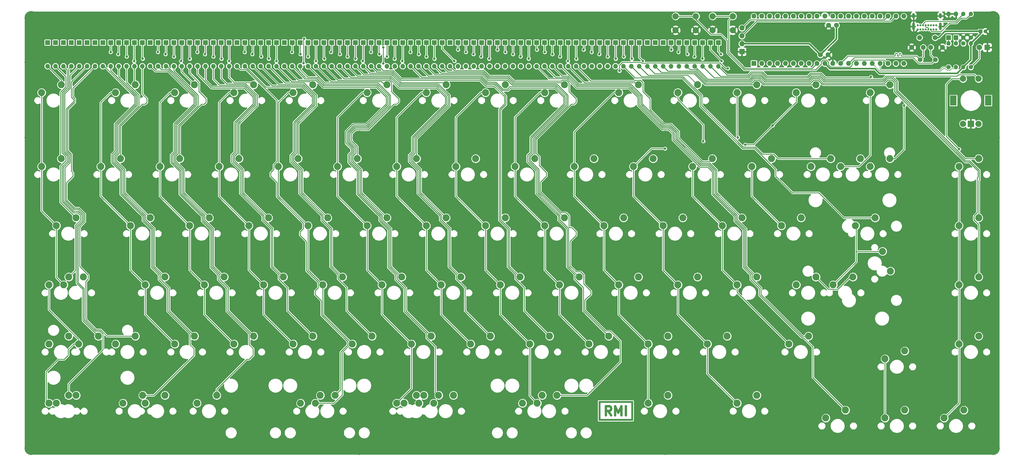
<source format=gtl>
G04 #@! TF.GenerationSoftware,KiCad,Pcbnew,(5.1.4)-1*
G04 #@! TF.CreationDate,2021-09-06T19:14:00+08:00*
G04 #@! TF.ProjectId,HerringbonePro,48657272-696e-4676-926f-6e6550726f2e,rev?*
G04 #@! TF.SameCoordinates,Original*
G04 #@! TF.FileFunction,Copper,L1,Top*
G04 #@! TF.FilePolarity,Positive*
%FSLAX46Y46*%
G04 Gerber Fmt 4.6, Leading zero omitted, Abs format (unit mm)*
G04 Created by KiCad (PCBNEW (5.1.4)-1) date 2021-09-06 19:14:00*
%MOMM*%
%LPD*%
G04 APERTURE LIST*
%ADD10C,0.750000*%
%ADD11C,0.100000*%
%ADD12C,2.250000*%
%ADD13O,1.500000X1.500000*%
%ADD14R,1.500000X1.500000*%
%ADD15O,1.700000X1.700000*%
%ADD16R,1.700000X1.700000*%
%ADD17C,1.600000*%
%ADD18C,2.000000*%
%ADD19R,2.000000X2.000000*%
%ADD20R,2.000000X3.200000*%
%ADD21C,0.650000*%
%ADD22O,0.900000X2.400000*%
%ADD23O,0.900000X1.700000*%
%ADD24O,1.400000X1.400000*%
%ADD25C,1.400000*%
%ADD26O,1.600000X1.600000*%
%ADD27R,1.600000X1.600000*%
%ADD28C,0.700000*%
%ADD29C,4.400000*%
%ADD30C,1.500000*%
%ADD31C,1.800000*%
%ADD32R,1.800000X1.800000*%
%ADD33C,1.200000*%
%ADD34R,1.200000X1.200000*%
%ADD35C,0.800000*%
%ADD36C,0.500000*%
%ADD37C,0.250000*%
%ADD38C,0.200000*%
%ADD39C,0.254000*%
G04 APERTURE END LIST*
D10*
X179475000Y-101369642D02*
X178475000Y-99941071D01*
X177760714Y-101369642D02*
X177760714Y-98369642D01*
X178903571Y-98369642D01*
X179189285Y-98512500D01*
X179332142Y-98655357D01*
X179475000Y-98941071D01*
X179475000Y-99369642D01*
X179332142Y-99655357D01*
X179189285Y-99798214D01*
X178903571Y-99941071D01*
X177760714Y-99941071D01*
X180760714Y-101369642D02*
X180760714Y-98369642D01*
X181760714Y-100512500D01*
X182760714Y-98369642D01*
X182760714Y-101369642D01*
X184189285Y-101369642D02*
X184189285Y-98369642D01*
D11*
G36*
X186475000Y-103012500D02*
G01*
X175475000Y-103012500D01*
X175475000Y-102512500D01*
X186475000Y-102512500D01*
X186475000Y-103012500D01*
G37*
X186475000Y-103012500D02*
X175475000Y-103012500D01*
X175475000Y-102512500D01*
X186475000Y-102512500D01*
X186475000Y-103012500D01*
G36*
X186475000Y-97262500D02*
G01*
X175475000Y-97262500D01*
X175475000Y-96762500D01*
X186475000Y-96762500D01*
X186475000Y-97262500D01*
G37*
X186475000Y-97262500D02*
X175475000Y-97262500D01*
X175475000Y-96762500D01*
X186475000Y-96762500D01*
X186475000Y-97262500D01*
G36*
X186475000Y-102512500D02*
G01*
X185975000Y-102512500D01*
X185975000Y-97262500D01*
X186475000Y-97262500D01*
X186475000Y-102512500D01*
G37*
X186475000Y-102512500D02*
X185975000Y-102512500D01*
X185975000Y-97262500D01*
X186475000Y-97262500D01*
X186475000Y-102512500D01*
G36*
X175975000Y-102512500D02*
G01*
X175475000Y-102512500D01*
X175475000Y-97262500D01*
X175975000Y-97262500D01*
X175975000Y-102512500D01*
G37*
X175975000Y-102512500D02*
X175475000Y-102512500D01*
X175475000Y-97262500D01*
X175975000Y-97262500D01*
X175975000Y-102512500D01*
D12*
X119221250Y-94932500D03*
X112871250Y-97472500D03*
X128746250Y-94932500D03*
X122396250Y-97472500D03*
X157321250Y-94932500D03*
X150971250Y-97472500D03*
X85883750Y-94932500D03*
X79533750Y-97472500D03*
X162083750Y-94932500D03*
X155733750Y-97472500D03*
X90646250Y-94932500D03*
X84296250Y-97472500D03*
D13*
X127635000Y11033125D03*
D14*
X127635000Y18653125D03*
D13*
X59055000Y11033125D03*
D14*
X59055000Y18653125D03*
D15*
X221615000Y23336250D03*
X221615000Y20796250D03*
X221615000Y18256250D03*
D16*
X221615000Y15716250D03*
D17*
X282396875Y17065625D03*
X286146875Y17065625D03*
X279975000Y17065625D03*
X276225000Y17065625D03*
D18*
X292775000Y-7500000D03*
D19*
X295275000Y-7500000D03*
D18*
X297775000Y-7500000D03*
D20*
X289675000Y0D03*
X300875000Y0D03*
D18*
X292775000Y7000000D03*
X297775000Y7000000D03*
D17*
X278765625Y20240625D03*
X283765625Y20240625D03*
D12*
X116840000Y-94932500D03*
X110490000Y-97472500D03*
X35877500Y-94932500D03*
X29527500Y-97472500D03*
X7302500Y-94932500D03*
X952500Y-97472500D03*
D21*
X282460938Y22871875D03*
X284160938Y22871875D03*
X283310938Y22871875D03*
X281610938Y22871875D03*
X280760938Y22871875D03*
X279910938Y22871875D03*
X279060938Y22871875D03*
X278210938Y22871875D03*
X284160938Y24196875D03*
X283305938Y24196875D03*
X282455938Y24196875D03*
X281605938Y24196875D03*
X280755938Y24196875D03*
X279905938Y24196875D03*
X279055938Y24196875D03*
X278205938Y24196875D03*
D22*
X285510938Y23851875D03*
X276860938Y23851875D03*
D23*
X285510938Y27231875D03*
X276860938Y27231875D03*
D24*
X290512500Y10715625D03*
D25*
X290512500Y18335625D03*
D24*
X288131250Y18335625D03*
D25*
X288131250Y10715625D03*
D24*
X295275000Y18335625D03*
D25*
X295275000Y10715625D03*
D24*
X292893750Y10715625D03*
D25*
X292893750Y18335625D03*
D24*
X295275000Y27860625D03*
D25*
X295275000Y20240625D03*
D24*
X292893750Y27860625D03*
D25*
X292893750Y20240625D03*
D17*
X249356250Y14684375D03*
X246856250Y14684375D03*
X249515625Y24209375D03*
X252015625Y24209375D03*
D26*
X225425000Y27146250D03*
X273685000Y11906250D03*
X227965000Y27146250D03*
X271145000Y11906250D03*
X230505000Y27146250D03*
X268605000Y11906250D03*
X233045000Y27146250D03*
X266065000Y11906250D03*
X235585000Y27146250D03*
X263525000Y11906250D03*
X238125000Y27146250D03*
X260985000Y11906250D03*
X240665000Y27146250D03*
X258445000Y11906250D03*
X243205000Y27146250D03*
X255905000Y11906250D03*
X245745000Y27146250D03*
X253365000Y11906250D03*
X248285000Y27146250D03*
X250825000Y11906250D03*
X250825000Y27146250D03*
X248285000Y11906250D03*
X253365000Y27146250D03*
X245745000Y11906250D03*
X255905000Y27146250D03*
X243205000Y11906250D03*
X258445000Y27146250D03*
X240665000Y11906250D03*
X260985000Y27146250D03*
X238125000Y11906250D03*
X263525000Y27146250D03*
X235585000Y11906250D03*
X266065000Y27146250D03*
X233045000Y11906250D03*
X268605000Y27146250D03*
X230505000Y11906250D03*
X271145000Y27146250D03*
X227965000Y11906250D03*
X273685000Y27146250D03*
D27*
X225425000Y11906250D03*
D13*
X170735625Y11033125D03*
D14*
X170735625Y18653125D03*
D12*
X26352500Y-75882500D03*
X20002500Y-78422500D03*
D13*
X13335000Y11033125D03*
D14*
X13335000Y18653125D03*
D13*
X211455000Y11033125D03*
D14*
X211455000Y18653125D03*
D12*
X266858750Y-48577500D03*
X269398750Y-54927500D03*
X4921250Y-75882500D03*
X-1428750Y-78422500D03*
X245427500Y-56832500D03*
X239077500Y-59372500D03*
X269240000Y-18732500D03*
X262890000Y-21272500D03*
X250190000Y-18732500D03*
X243840000Y-21272500D03*
D13*
X213995000Y11033125D03*
D14*
X213995000Y18653125D03*
D12*
X259715000Y-18732500D03*
X253365000Y-21272500D03*
D28*
X198016726Y-10739524D03*
X196850000Y-10256250D03*
X195683274Y-10739524D03*
X195200000Y-11906250D03*
X195683274Y-13072976D03*
X196850000Y-13556250D03*
X198016726Y-13072976D03*
X198500000Y-11906250D03*
D29*
X196850000Y-11906250D03*
D28*
X198016726Y-110752024D03*
X196850000Y-110268750D03*
X195683274Y-110752024D03*
X195200000Y-111918750D03*
X195683274Y-113085476D03*
X196850000Y-113568750D03*
X198016726Y-113085476D03*
X198500000Y-111918750D03*
D29*
X196850000Y-111918750D03*
D28*
X303585476Y-110752024D03*
X302418750Y-110268750D03*
X301252024Y-110752024D03*
X300768750Y-111918750D03*
X301252024Y-113085476D03*
X302418750Y-113568750D03*
X303585476Y-113085476D03*
X304068750Y-111918750D03*
D29*
X302418750Y-111918750D03*
D28*
X-5977024Y-110752024D03*
X-7143750Y-110268750D03*
X-8310476Y-110752024D03*
X-8793750Y-111918750D03*
X-8310476Y-113085476D03*
X-7143750Y-113568750D03*
X-5977024Y-113085476D03*
X-5493750Y-111918750D03*
D29*
X-7143750Y-111918750D03*
D12*
X2540000Y5080000D03*
X-3810000Y2540000D03*
D18*
X200271875Y22621875D03*
X200271875Y27121875D03*
X206771875Y22621875D03*
X206771875Y27121875D03*
D28*
X303585476Y13469851D03*
X302418750Y13953125D03*
X301252024Y13469851D03*
X300768750Y12303125D03*
X301252024Y11136399D03*
X302418750Y10653125D03*
X303585476Y11136399D03*
X304068750Y12303125D03*
D29*
X302418750Y12303125D03*
D28*
X99591726Y-110752024D03*
X98425000Y-110268750D03*
X97258274Y-110752024D03*
X96775000Y-111918750D03*
X97258274Y-113085476D03*
X98425000Y-113568750D03*
X99591726Y-113085476D03*
X100075000Y-111918750D03*
D29*
X98425000Y-111918750D03*
D28*
X99591726Y-10739524D03*
X98425000Y-10256250D03*
X97258274Y-10739524D03*
X96775000Y-11906250D03*
X97258274Y-13072976D03*
X98425000Y-13556250D03*
X99591726Y-13072976D03*
X100075000Y-11906250D03*
D29*
X98425000Y-11906250D03*
D28*
X303585476Y-10739524D03*
X302418750Y-10256250D03*
X301252024Y-10739524D03*
X300768750Y-11906250D03*
X301252024Y-13072976D03*
X302418750Y-13556250D03*
X303585476Y-13072976D03*
X304068750Y-11906250D03*
D29*
X302418750Y-11906250D03*
D28*
X-5977024Y-10739524D03*
X-7143750Y-10256250D03*
X-8310476Y-10739524D03*
X-8793750Y-11906250D03*
X-8310476Y-13072976D03*
X-7143750Y-13556250D03*
X-5977024Y-13072976D03*
X-5493750Y-11906250D03*
D29*
X-7143750Y-11906250D03*
D28*
X-5977024Y13469851D03*
X-7143750Y13953125D03*
X-8310476Y13469851D03*
X-8793750Y12303125D03*
X-8310476Y11136399D03*
X-7143750Y10653125D03*
X-5977024Y11136399D03*
X-5493750Y12303125D03*
D29*
X-7143750Y12303125D03*
D28*
X303585476Y27757351D03*
X302418750Y28240625D03*
X301252024Y27757351D03*
X300768750Y26590625D03*
X301252024Y25423899D03*
X302418750Y24940625D03*
X303585476Y25423899D03*
X304068750Y26590625D03*
D29*
X302418750Y26590625D03*
D28*
X-5977024Y27757351D03*
X-7143750Y28240625D03*
X-8310476Y27757351D03*
X-8793750Y26590625D03*
X-8310476Y25423899D03*
X-7143750Y24940625D03*
X-5977024Y25423899D03*
X-5493750Y26590625D03*
D29*
X-7143750Y26590625D03*
D30*
X283883125Y13096875D03*
X279003125Y13096875D03*
D18*
X212178125Y22621875D03*
X212178125Y27121875D03*
X218678125Y22621875D03*
X218678125Y27121875D03*
D12*
X293052500Y-99695000D03*
X286702500Y-102235000D03*
X274002500Y-99695000D03*
X267652500Y-102235000D03*
X254952500Y-99695000D03*
X248602500Y-102235000D03*
X226377500Y-94932500D03*
X220027500Y-97472500D03*
X197802500Y-94932500D03*
X191452500Y-97472500D03*
X123983750Y-94932500D03*
X117633750Y-97472500D03*
X52546250Y-94932500D03*
X46196250Y-97472500D03*
X28733750Y-94932500D03*
X22383750Y-97472500D03*
X4921250Y-94932500D03*
X-1428750Y-97472500D03*
X297815000Y-75882500D03*
X291465000Y-78422500D03*
X274002500Y-80645000D03*
X267652500Y-83185000D03*
X243046250Y-75882500D03*
X236696250Y-78422500D03*
X216852500Y-75882500D03*
X210502500Y-78422500D03*
X197802500Y-75882500D03*
X191452500Y-78422500D03*
X178752500Y-75882500D03*
X172402500Y-78422500D03*
X159702500Y-75882500D03*
X153352500Y-78422500D03*
X140652500Y-75882500D03*
X134302500Y-78422500D03*
X121602500Y-75882500D03*
X115252500Y-78422500D03*
X102552500Y-75882500D03*
X96202500Y-78422500D03*
X83502500Y-75882500D03*
X77152500Y-78422500D03*
X64452500Y-75882500D03*
X58102500Y-78422500D03*
X45402500Y-75882500D03*
X39052500Y-78422500D03*
X14446250Y-75882500D03*
X8096250Y-78422500D03*
X4921250Y-56832500D03*
X-1428750Y-59372500D03*
X297815000Y-56832500D03*
X291465000Y-59372500D03*
X257333750Y-56832500D03*
X250983750Y-59372500D03*
X226377500Y-56832500D03*
X220027500Y-59372500D03*
X207327500Y-56832500D03*
X200977500Y-59372500D03*
X188277500Y-56832500D03*
X181927500Y-59372500D03*
X169227500Y-56832500D03*
X162877500Y-59372500D03*
X150177500Y-56832500D03*
X143827500Y-59372500D03*
X131127500Y-56832500D03*
X124777500Y-59372500D03*
X112077500Y-56832500D03*
X105727500Y-59372500D03*
X93027500Y-56832500D03*
X86677500Y-59372500D03*
X73977500Y-56832500D03*
X67627500Y-59372500D03*
X54927500Y-56832500D03*
X48577500Y-59372500D03*
X35877500Y-56832500D03*
X29527500Y-59372500D03*
X9683750Y-56832500D03*
X3333750Y-59372500D03*
X297815000Y-37782500D03*
X291465000Y-40322500D03*
X264477500Y-37782500D03*
X258127500Y-40322500D03*
X240665000Y-37782500D03*
X234315000Y-40322500D03*
X221615000Y-37782500D03*
X215265000Y-40322500D03*
X202565000Y-37782500D03*
X196215000Y-40322500D03*
X183515000Y-37782500D03*
X177165000Y-40322500D03*
X164465000Y-37782500D03*
X158115000Y-40322500D03*
X145415000Y-37782500D03*
X139065000Y-40322500D03*
X126365000Y-37782500D03*
X120015000Y-40322500D03*
X107315000Y-37782500D03*
X100965000Y-40322500D03*
X88265000Y-37782500D03*
X81915000Y-40322500D03*
X69215000Y-37782500D03*
X62865000Y-40322500D03*
X50165000Y-37782500D03*
X43815000Y-40322500D03*
X31115000Y-37782500D03*
X24765000Y-40322500D03*
X7302500Y-37782500D03*
X952500Y-40322500D03*
X297815000Y-18732500D03*
X291465000Y-21272500D03*
X231140000Y-18732500D03*
X224790000Y-21272500D03*
X212090000Y-18732500D03*
X205740000Y-21272500D03*
X193040000Y-18732500D03*
X186690000Y-21272500D03*
X173990000Y-18732500D03*
X167640000Y-21272500D03*
X154940000Y-18732500D03*
X148590000Y-21272500D03*
X135890000Y-18732500D03*
X129540000Y-21272500D03*
X116840000Y-18732500D03*
X110490000Y-21272500D03*
X97790000Y-18732500D03*
X91440000Y-21272500D03*
X78740000Y-18732500D03*
X72390000Y-21272500D03*
X59690000Y-18732500D03*
X53340000Y-21272500D03*
X40640000Y-18732500D03*
X34290000Y-21272500D03*
X21590000Y-18732500D03*
X15240000Y-21272500D03*
X2540000Y-18732500D03*
X-3810000Y-21272500D03*
X269240000Y5080000D03*
X262890000Y2540000D03*
X245427500Y5080000D03*
X239077500Y2540000D03*
X226377500Y5080000D03*
X220027500Y2540000D03*
X207327500Y5080000D03*
X200977500Y2540000D03*
X188277500Y5080000D03*
X181927500Y2540000D03*
X164465000Y5080000D03*
X158115000Y2540000D03*
X145415000Y5080000D03*
X139065000Y2540000D03*
X126365000Y5080000D03*
X120015000Y2540000D03*
X107315000Y5080000D03*
X100965000Y2540000D03*
X83502500Y5080000D03*
X77152500Y2540000D03*
X64452500Y5080000D03*
X58102500Y2540000D03*
X45402500Y5080000D03*
X39052500Y2540000D03*
X26352500Y5080000D03*
X20002500Y2540000D03*
D13*
X198755000Y11033125D03*
D14*
X198755000Y18653125D03*
D13*
X155495625Y11033125D03*
D14*
X155495625Y18653125D03*
D13*
X142875000Y11033125D03*
D14*
X142875000Y18653125D03*
D13*
X130175000Y11033125D03*
D14*
X130175000Y18653125D03*
D13*
X74295000Y11033125D03*
D14*
X74295000Y18653125D03*
D13*
X31115000Y11033125D03*
D14*
X31115000Y18653125D03*
D13*
X15875000Y11033125D03*
D14*
X15875000Y18653125D03*
D13*
X10795000Y11033125D03*
D14*
X10795000Y18653125D03*
D13*
X201295000Y11033125D03*
D14*
X201295000Y18653125D03*
D13*
X173275625Y11033125D03*
D14*
X173275625Y18653125D03*
D13*
X158035625Y11033125D03*
D14*
X158035625Y18653125D03*
D13*
X145335625Y11033125D03*
D14*
X145335625Y18653125D03*
D13*
X132715000Y11033125D03*
D14*
X132715000Y18653125D03*
D13*
X114935000Y11033125D03*
D14*
X114935000Y18653125D03*
D13*
X102235000Y11033125D03*
D14*
X102235000Y18653125D03*
D13*
X89535000Y11033125D03*
D14*
X89535000Y18653125D03*
D13*
X76835000Y11033125D03*
D14*
X76835000Y18653125D03*
D13*
X61595000Y11033125D03*
D14*
X61595000Y18653125D03*
D13*
X46355000Y11033125D03*
D14*
X46355000Y18653125D03*
D13*
X33655000Y11033125D03*
D14*
X33655000Y18653125D03*
D13*
X18415000Y11033125D03*
D14*
X18415000Y18653125D03*
D13*
X8255000Y11033125D03*
D14*
X8255000Y18653125D03*
D13*
X203835000Y11033125D03*
D14*
X203835000Y18653125D03*
D13*
X175815625Y11033125D03*
D14*
X175815625Y18653125D03*
D13*
X160575625Y11033125D03*
D14*
X160575625Y18653125D03*
D13*
X147875625Y11033125D03*
D14*
X147875625Y18653125D03*
D13*
X135255000Y11033125D03*
D14*
X135255000Y18653125D03*
D13*
X117475000Y11033125D03*
D14*
X117475000Y18653125D03*
D13*
X104775000Y11033125D03*
D14*
X104775000Y18653125D03*
D13*
X92075000Y11033125D03*
D14*
X92075000Y18653125D03*
D13*
X79375000Y11033125D03*
D14*
X79375000Y18653125D03*
D13*
X64135000Y11033125D03*
D14*
X64135000Y18653125D03*
D13*
X48895000Y11033125D03*
D14*
X48895000Y18653125D03*
D13*
X36195000Y11033125D03*
D14*
X36195000Y18653125D03*
D13*
X20955000Y11033125D03*
D14*
X20955000Y18653125D03*
D13*
X5715000Y11033125D03*
D14*
X5715000Y18653125D03*
D13*
X206375000Y11033125D03*
D14*
X206375000Y18653125D03*
D13*
X183435625Y11033125D03*
D14*
X183435625Y18653125D03*
D13*
X178355625Y11033125D03*
D14*
X178355625Y18653125D03*
D13*
X163115625Y11033125D03*
D14*
X163115625Y18653125D03*
D13*
X150415625Y11033125D03*
D14*
X150415625Y18653125D03*
D13*
X137795000Y11033125D03*
D14*
X137795000Y18653125D03*
D13*
X120015000Y11033125D03*
D14*
X120015000Y18653125D03*
D13*
X107315000Y11033125D03*
D14*
X107315000Y18653125D03*
D13*
X94615000Y11033125D03*
D14*
X94615000Y18653125D03*
D13*
X81915000Y11033125D03*
D14*
X81915000Y18653125D03*
D13*
X66675000Y11033125D03*
D14*
X66675000Y18653125D03*
D13*
X51435000Y11033125D03*
D14*
X51435000Y18653125D03*
D13*
X38735000Y11033125D03*
D14*
X38735000Y18653125D03*
D13*
X23495000Y11033125D03*
D14*
X23495000Y18653125D03*
D13*
X3175000Y11033125D03*
D14*
X3175000Y18653125D03*
D13*
X208915000Y11033125D03*
D14*
X208915000Y18653125D03*
D13*
X185975625Y11033125D03*
D14*
X185975625Y18653125D03*
D13*
X180895625Y11033125D03*
D14*
X180895625Y18653125D03*
D13*
X168195625Y11033125D03*
D14*
X168195625Y18653125D03*
D13*
X152955625Y11033125D03*
D14*
X152955625Y18653125D03*
D13*
X140335000Y11033125D03*
D14*
X140335000Y18653125D03*
D13*
X122555000Y11033125D03*
D14*
X122555000Y18653125D03*
D13*
X109855000Y11033125D03*
D14*
X109855000Y18653125D03*
D13*
X97155000Y11033125D03*
D14*
X97155000Y18653125D03*
D13*
X86995000Y11033125D03*
D14*
X86995000Y18653125D03*
D13*
X69215000Y11033125D03*
D14*
X69215000Y18653125D03*
D13*
X53975000Y11033125D03*
D14*
X53975000Y18653125D03*
D13*
X43815000Y11033125D03*
D14*
X43815000Y18653125D03*
D13*
X28575000Y11033125D03*
D14*
X28575000Y18653125D03*
D13*
X635000Y11033125D03*
D14*
X635000Y18653125D03*
D13*
X196215000Y11033125D03*
D14*
X196215000Y18653125D03*
D13*
X193675000Y11033125D03*
D14*
X193675000Y18653125D03*
D13*
X191135000Y11033125D03*
D14*
X191135000Y18653125D03*
D13*
X188515625Y11033125D03*
D14*
X188515625Y18653125D03*
D13*
X165655625Y11033125D03*
D14*
X165655625Y18653125D03*
D13*
X125095000Y11033125D03*
D14*
X125095000Y18653125D03*
D13*
X112395000Y11033125D03*
D14*
X112395000Y18653125D03*
D13*
X99695000Y11033125D03*
D14*
X99695000Y18653125D03*
D13*
X84455000Y11033125D03*
D14*
X84455000Y18653125D03*
D13*
X71755000Y11033125D03*
D14*
X71755000Y18653125D03*
D13*
X56515000Y11033125D03*
D14*
X56515000Y18653125D03*
D13*
X41275000Y11033125D03*
D14*
X41275000Y18653125D03*
D13*
X26035000Y11033125D03*
D14*
X26035000Y18653125D03*
D13*
X-1905000Y11033125D03*
D14*
X-1905000Y18653125D03*
D13*
X290512500Y27860625D03*
D14*
X290512500Y20240625D03*
D13*
X288131250Y27860625D03*
D14*
X288131250Y20240625D03*
D31*
X298053125Y17065625D03*
D32*
X300593125Y17065625D03*
D33*
X299950000Y22225000D03*
D34*
X298450000Y22225000D03*
D35*
X254793750Y8731250D03*
X285353125Y6350000D03*
X277812500Y1984375D03*
X98425000Y-3968750D03*
X93662500Y-17065625D03*
X97631250Y-33337500D03*
X104775000Y-52387500D03*
X112712500Y-71437500D03*
X119062500Y-90487500D03*
X72628125Y2381250D03*
X82550000Y8731250D03*
X106124636Y11906280D03*
X106124636Y17065668D03*
X80701006Y19867119D03*
X80483126Y11975000D03*
X291517688Y-15663562D03*
X25955625Y12700000D03*
X41036875Y12700000D03*
X56515000Y12700000D03*
X71755000Y12700000D03*
X84455000Y12700000D03*
X99536250Y12700000D03*
X112236250Y12700000D03*
X165576250Y12700000D03*
X215026875Y12700000D03*
X129063750Y12700000D03*
X189706250Y12700000D03*
X28733750Y13425000D03*
X43883750Y13425000D03*
X54065000Y13425000D03*
X69305000Y13425000D03*
X87164375Y13425000D03*
X97223750Y13425000D03*
X109786250Y13425000D03*
X140245000Y13425000D03*
X152945000Y13425000D03*
X168285625Y13425000D03*
X180985625Y13425000D03*
X186145000Y13425000D03*
X208904375Y13425000D03*
X122623750Y13425000D03*
X23574375Y14150000D03*
X38793125Y14150000D03*
X51493125Y14150000D03*
X66855000Y14150000D03*
X81936250Y14150000D03*
X94636250Y14150000D03*
X107336250Y14150000D03*
X120036250Y14150000D03*
X137657500Y14150000D03*
X150357500Y14150000D03*
X163057500Y14150000D03*
X178413750Y14150000D03*
X183573125Y14150000D03*
X206316875Y14150000D03*
X204073125Y14875000D03*
X20796250Y14875000D03*
X160607500Y14875000D03*
X175704375Y14875000D03*
X92186250Y14875000D03*
X64023750Y14875000D03*
X147923125Y14875000D03*
X36083750Y14875000D03*
X135207500Y14875000D03*
X79501875Y14875000D03*
X117586250Y14875000D03*
X48783750Y14875000D03*
X104886250Y14875000D03*
X214915625Y14875000D03*
X18415000Y15600000D03*
X33618125Y15600000D03*
X46318125Y15600000D03*
X61558125Y15600000D03*
X76792500Y15600000D03*
X89339375Y15600000D03*
X102192500Y15600000D03*
X114892500Y15600000D03*
X132757500Y15600000D03*
X145457500Y15600000D03*
X158157500Y15600000D03*
X173238750Y15600000D03*
X201173125Y15600000D03*
X130201250Y16325000D03*
X142901250Y16325000D03*
X155601250Y16325000D03*
X170630376Y16325000D03*
X198860625Y16325000D03*
X182165625Y9525000D03*
X217090625Y10318750D03*
X196850000Y-15478125D03*
X209153125Y-13096875D03*
X220265625Y-11906250D03*
X222646875Y-14253499D03*
X231512063Y-8071438D03*
X263128125Y7605040D03*
X273843750Y-1587500D03*
D36*
X252015625Y19843750D02*
X246856250Y14684375D01*
X252015625Y24209375D02*
X252015625Y19843750D01*
X249985011Y10206239D02*
X264431261Y10206239D01*
X248285000Y11906250D02*
X249985011Y10206239D01*
X264431261Y10206239D02*
X265887510Y8749990D01*
X286940625Y22225000D02*
X298450000Y22225000D01*
X290928115Y8749990D02*
X292893750Y10715625D01*
X265887510Y8749990D02*
X290928115Y8749990D01*
X295275000Y13096875D02*
X292893750Y10715625D01*
X295275000Y18335625D02*
X295275000Y13096875D01*
X298450000Y21510625D02*
X298450000Y22225000D01*
X295275000Y18335625D02*
X298450000Y21510625D01*
X283765625Y20240625D02*
X284956250Y20240625D01*
X284956250Y20240625D02*
X286940625Y22225000D01*
X243284375Y18256250D02*
X246856250Y14684375D01*
X221615000Y18256250D02*
X243284375Y18256250D01*
D37*
X298053125Y13493750D02*
X298053125Y17065625D01*
X295275000Y10715625D02*
X298053125Y13493750D01*
X-1905000Y11033125D02*
X2540000Y6588125D01*
X2540000Y6588125D02*
X2540000Y5080000D01*
X26035000Y11033125D02*
X26035000Y5397500D01*
X41275000Y9207500D02*
X45402500Y5080000D01*
X41275000Y11033125D02*
X41275000Y9207500D01*
X56515000Y11033125D02*
X56515000Y7452576D01*
X56515000Y7452576D02*
X58177538Y5790038D01*
X58177538Y5790038D02*
X63742462Y5790038D01*
X82502509Y6079991D02*
X83502500Y5080000D01*
X76708134Y6079991D02*
X82502509Y6079991D01*
X71755000Y11033125D02*
X76708134Y6079991D01*
X84455000Y11033125D02*
X89403802Y6084323D01*
X106559420Y5080000D02*
X107315000Y5080000D01*
X105555097Y6084323D02*
X106559420Y5080000D01*
X89403802Y6084323D02*
X105555097Y6084323D01*
X108938668Y8784384D02*
X111933014Y5790038D01*
X111933014Y5790038D02*
X125654962Y5790038D01*
X99695000Y11033125D02*
X101943742Y8784383D01*
X104828133Y8784383D02*
X106706240Y8784383D01*
X106706241Y8784384D02*
X108938668Y8784384D01*
X106706240Y8784383D02*
X106706241Y8784384D01*
X101943742Y8784383D02*
X104828133Y8784383D01*
X104828133Y8784383D02*
X105614838Y8784383D01*
X125095000Y11033125D02*
X126893731Y9234394D01*
X126893731Y9234394D02*
X138335069Y9234393D01*
X138335069Y9234393D02*
X140139442Y7430020D01*
X140139442Y7430020D02*
X146483803Y7430019D01*
X163754962Y5790038D02*
X164465000Y5080000D01*
X148123784Y5790038D02*
X163754962Y5790038D01*
X146483803Y7430019D02*
X148123784Y5790038D01*
X187567459Y5790041D02*
X188277500Y5080000D01*
X170898709Y5790041D02*
X187567459Y5790041D01*
X165655625Y11033125D02*
X170898709Y5790041D01*
X188515625Y11033125D02*
X191390666Y8158084D01*
X204249416Y8158084D02*
X207327500Y5080000D01*
X191390666Y8158084D02*
X204249416Y8158084D01*
X191135000Y11033125D02*
X193560031Y8608094D01*
X193560031Y8608094D02*
X206254391Y8608094D01*
X206254391Y8608094D02*
X209782485Y5080000D01*
X209782485Y5080000D02*
X226377500Y5080000D01*
X224681508Y5530010D02*
X225681499Y6530001D01*
X225681499Y6530001D02*
X227073501Y6530001D01*
X245427500Y5080000D02*
X228523503Y5080000D01*
X227073501Y6530001D02*
X228523503Y5080000D01*
X193675000Y11033125D02*
X195650021Y9058104D01*
X195650021Y9058104D02*
X206440791Y9058104D01*
X209968885Y5530010D02*
X211560615Y5530010D01*
X206440791Y9058104D02*
X209968885Y5530010D01*
X211560615Y5530010D02*
X224681508Y5530010D01*
X211560615Y5530010D02*
X224631250Y5530010D01*
X247573502Y5080000D02*
X269240000Y5080000D01*
X246123501Y6530001D02*
X247573502Y5080000D01*
X225495099Y6980011D02*
X227259901Y6980011D01*
X228709903Y5530010D02*
X243655010Y5530010D01*
X227259901Y6980011D02*
X228709903Y5530010D01*
X243655010Y5530010D02*
X244655001Y6530001D01*
X244655001Y6530001D02*
X246123501Y6530001D01*
X224495108Y5980020D02*
X225495099Y6980011D01*
X210155285Y5980020D02*
X224495108Y5980020D01*
X197740011Y9508114D02*
X206627191Y9508114D01*
X196215000Y11033125D02*
X197740011Y9508114D01*
X206627191Y9508114D02*
X210155285Y5980020D01*
X296449999Y8325001D02*
X297775000Y7000000D01*
X290871340Y7880029D02*
X291316312Y8325001D01*
X291316312Y8325001D02*
X296449999Y8325001D01*
X267908303Y7880029D02*
X290871340Y7880029D01*
X243913735Y8334375D02*
X246864767Y8334375D01*
X246864767Y8334375D02*
X248319102Y6880040D01*
X224749501Y8780049D02*
X228005505Y8780048D01*
X266908312Y6880040D02*
X267908303Y7880029D01*
X228005505Y8780048D02*
X229455503Y7330050D01*
X229455503Y7330050D02*
X242909410Y7330050D01*
X242909410Y7330050D02*
X243913735Y8334375D01*
X223749509Y7780060D02*
X224749501Y8780049D01*
X248319102Y6880040D02*
X266908312Y6880040D01*
X214708065Y7780060D02*
X223749509Y7780060D01*
X211455000Y11033125D02*
X214708065Y7780060D01*
X2318901Y2712899D02*
X3990001Y4383999D01*
X2318901Y2712899D02*
X2318901Y-18511401D01*
X3990001Y7678124D02*
X635000Y11033125D01*
X3990001Y4383999D02*
X3990001Y7678124D01*
X29468501Y-1200001D02*
X28590113Y-1200001D01*
X30092501Y576001D02*
X30092501Y-576001D01*
X21590000Y-8200114D02*
X28590113Y-1200001D01*
X21590000Y-8200114D02*
X21590000Y-18732500D01*
X30092501Y-576001D02*
X29468501Y-1200001D01*
X28575000Y11033125D02*
X28575000Y2093502D01*
X28575000Y2093502D02*
X30092501Y576001D01*
X46852501Y5776001D02*
X46852501Y2866000D01*
X46852501Y2866000D02*
X49142501Y576001D01*
X48518501Y-1200001D02*
X47640113Y-1200001D01*
X40640000Y-8200114D02*
X47640113Y-1200001D01*
X40640000Y-8200114D02*
X40640000Y-18732500D01*
X49142501Y-576001D02*
X48518501Y-1200001D01*
X49142501Y576001D02*
X49142501Y-576001D01*
X43815000Y8813502D02*
X46852501Y5776001D01*
X43815000Y11033125D02*
X43815000Y8813502D01*
X59690000Y-7563703D02*
X65581428Y-1672276D01*
X59690000Y-18732500D02*
X59690000Y-7563703D01*
X61913676Y5340028D02*
X65581429Y1672271D01*
X65581429Y1672271D02*
X65581428Y-1672276D01*
X53975000Y11033125D02*
X53975000Y7143750D01*
X53975000Y7143750D02*
X55778722Y5340028D01*
X55778722Y5340028D02*
X61913676Y5340028D01*
X78740000Y-7563703D02*
X84631428Y-1672276D01*
X78740000Y-18732500D02*
X78740000Y-7563703D01*
X84631429Y1672271D02*
X84631428Y-1672276D01*
X69215000Y11033125D02*
X74618144Y5629981D01*
X80673722Y5629981D02*
X81847164Y4456539D01*
X74618144Y5629981D02*
X80673722Y5629981D01*
X81847164Y4456539D02*
X84631429Y1672271D01*
X97212999Y-9381249D02*
X95899999Y-10694249D01*
X95899999Y-10694249D02*
X95899999Y-12953124D01*
X97790000Y-14843125D02*
X97790000Y-18732500D01*
X101371364Y-9381249D02*
X97212999Y-9381249D01*
X95899999Y-12953124D02*
X97790000Y-14843125D01*
X101371364Y-9381249D02*
X109552613Y-1200001D01*
X111125000Y506002D02*
X111125000Y-506002D01*
X108765001Y2866001D02*
X111125000Y506002D01*
X108011001Y6530001D02*
X108765001Y5776001D01*
X110431001Y-1200001D02*
X109552613Y-1200001D01*
X111125000Y-506002D02*
X110431001Y-1200001D01*
X108765001Y5776001D02*
X108765001Y2866001D01*
X86995000Y11033125D02*
X91493792Y6534333D01*
X105745829Y6530001D02*
X108011001Y6530001D01*
X105741497Y6534333D02*
X105745829Y6530001D01*
X91493792Y6534333D02*
X105741497Y6534333D01*
X116840000Y-18732500D02*
X116840000Y-12326203D01*
X116840000Y-12326203D02*
X127493928Y-1672276D01*
X123826176Y5340028D02*
X127493929Y1672271D01*
X108752267Y8334375D02*
X111746613Y5340029D01*
X111746613Y5340029D02*
X123826176Y5340028D01*
X127493929Y1672271D02*
X127493928Y-1672276D01*
X97155000Y11033125D02*
X99853752Y8334373D01*
X106362498Y8334373D02*
X106362500Y8334375D01*
X99853752Y8334373D02*
X106362498Y8334373D01*
X106362500Y8334375D02*
X108752267Y8334375D01*
X154940000Y-12326203D02*
X154940000Y-18732500D01*
X165593929Y1672272D02*
X165593928Y-1672276D01*
X161926174Y5340028D02*
X165593929Y1672272D01*
X165593928Y-1672276D02*
X154940000Y-12326203D01*
X139953041Y6980011D02*
X146297402Y6980010D01*
X138148668Y8784384D02*
X139953041Y6980011D01*
X146297402Y6980010D02*
X147937383Y5340029D01*
X124803741Y8784384D02*
X138148668Y8784384D01*
X147937383Y5340029D02*
X161926174Y5340028D01*
X122555000Y11033125D02*
X124803741Y8784384D01*
X201215625Y-12056483D02*
X208843489Y-19684347D01*
X168195625Y11033125D02*
X172988699Y6240051D01*
X186928125Y6240049D02*
X187218077Y6530001D01*
X172988699Y6240051D02*
X186928123Y6240051D01*
X192017501Y-2940611D02*
X196658102Y-7581212D01*
X186928123Y6240051D02*
X186928125Y6240049D01*
X208843489Y-19684347D02*
X211138153Y-19684347D01*
X188973501Y6530001D02*
X189727501Y5776001D01*
X187218077Y6530001D02*
X188973501Y6530001D01*
X189727501Y5776001D02*
X189727501Y2866001D01*
X201215625Y-9989233D02*
X201215625Y-12056483D01*
X189727501Y2866001D02*
X192017501Y576001D01*
X211138153Y-19684347D02*
X212090000Y-18732500D01*
X192017501Y576001D02*
X192017501Y-2940611D01*
X196658102Y-7581212D02*
X198807603Y-7581211D01*
X198807603Y-7581211D02*
X201215625Y-9989233D01*
X231836001Y-17282499D02*
X233230003Y-18676501D01*
X228180406Y-17282499D02*
X231836001Y-17282499D01*
X233230003Y-18676501D02*
X250054626Y-18676501D01*
X221989909Y-14978499D02*
X225876406Y-14978499D01*
X225876406Y-14978499D02*
X228180406Y-17282499D01*
X208667499Y1676251D02*
X208667499Y-1656089D01*
X208667499Y-1656089D02*
X221989909Y-14978499D01*
X185975625Y11033125D02*
X189300676Y7708074D01*
X202635675Y7708074D02*
X206573437Y3770312D01*
X189300676Y7708074D02*
X202635675Y7708074D01*
X206573437Y3770312D02*
X208667499Y1676251D01*
X271590019Y6148802D02*
X271590019Y3238802D01*
X293561321Y-18732500D02*
X297815000Y-18732500D01*
X268094702Y7430020D02*
X270308803Y7430020D01*
X248132702Y6430030D02*
X267094710Y6430030D01*
X267094710Y6430030D02*
X268094702Y7430020D01*
X270308803Y7430020D02*
X271590019Y6148802D01*
X243095810Y6880040D02*
X244095798Y7880028D01*
X244095798Y7880028D02*
X246682704Y7880028D01*
X227819104Y8330039D02*
X229269103Y6880040D01*
X223935908Y7330050D02*
X224935900Y8330040D01*
X224935900Y8330040D02*
X227819104Y8330039D01*
X271590019Y3238802D02*
X293561321Y-18732500D01*
X229269103Y6880040D02*
X243095810Y6880040D01*
X246682704Y7880028D02*
X248132702Y6430030D01*
X212618075Y7330050D02*
X223935908Y7330050D01*
X208915000Y11033125D02*
X212618075Y7330050D01*
X2318901Y-32798901D02*
X7302500Y-37782500D01*
X2768911Y2526499D02*
X4440010Y4197598D01*
X2768911Y-16815409D02*
X3990001Y-18036499D01*
X2768911Y-16815409D02*
X2768911Y2526499D01*
X3990001Y-18036499D02*
X3990001Y-19425624D01*
X2318901Y-21096724D02*
X3990001Y-19425624D01*
X2318901Y-32798901D02*
X2318901Y-21096724D01*
X3175000Y11033125D02*
X4440010Y9768115D01*
X4440010Y9768115D02*
X4440010Y4197598D01*
X27481429Y1805069D02*
X27481428Y-1672276D01*
X23495000Y5791498D02*
X27481429Y1805069D01*
X21139990Y-8013714D02*
X21139990Y-16960010D01*
X27481428Y-1672276D02*
X21139990Y-8013714D01*
X20139999Y-19428501D02*
X22929999Y-22218501D01*
X20139999Y-17960001D02*
X20139999Y-19428501D01*
X22929999Y-29597499D02*
X31115000Y-37782500D01*
X22929999Y-22218501D02*
X22929999Y-29597499D01*
X21139990Y-16960010D02*
X20139999Y-17960001D01*
X23495000Y11033125D02*
X23495000Y5791498D01*
X39189999Y-18036499D02*
X39189999Y-19428501D01*
X40189990Y-8013714D02*
X40189990Y-17036508D01*
X40189990Y-8013714D02*
X46531429Y-1672275D01*
X39189999Y-19428501D02*
X41979999Y-22218501D01*
X40189990Y-17036508D02*
X39189999Y-18036499D01*
X41979999Y-22218501D02*
X41979999Y-29597499D01*
X41979999Y-29597499D02*
X50165000Y-37782500D01*
X46531431Y1672273D02*
X46531431Y-890806D01*
X46531431Y-890806D02*
X46531429Y-1672275D01*
X38735000Y9468703D02*
X38735000Y11033125D01*
X38735000Y9468703D02*
X46531431Y1672273D01*
X58239999Y-19428501D02*
X61029999Y-22218501D01*
X61029999Y-22218501D02*
X61029999Y-29597499D01*
X61029999Y-29597499D02*
X69215000Y-37782500D01*
X59239990Y-16960010D02*
X58239999Y-17960001D01*
X58239999Y-17960001D02*
X58239999Y-19428501D01*
X59239990Y-7377303D02*
X65131419Y-1485875D01*
X59239990Y-7377303D02*
X59239990Y-16960010D01*
X51435000Y11033125D02*
X51435000Y6905625D01*
X61727275Y4890019D02*
X65131420Y1485872D01*
X65131420Y1485872D02*
X65131419Y-1485875D01*
X51435000Y6905625D02*
X53450606Y4890019D01*
X53450606Y4890019D02*
X61727275Y4890019D01*
X78289990Y-16960010D02*
X77289999Y-17960001D01*
X77289999Y-19428501D02*
X80079999Y-22218501D01*
X77289999Y-17960001D02*
X77289999Y-19428501D01*
X80079999Y-29597499D02*
X88265000Y-37782500D01*
X78289990Y-7377303D02*
X78289990Y-16960010D01*
X80079999Y-22218501D02*
X80079999Y-29597499D01*
X78289990Y-7377303D02*
X84181419Y-1485875D01*
X84181420Y1485872D02*
X84181419Y-1485875D01*
X66675000Y11033125D02*
X72528154Y5179971D01*
X80487322Y5179971D02*
X81132084Y4535209D01*
X72528154Y5179971D02*
X80487322Y5179971D01*
X81132084Y4535209D02*
X84181420Y1485872D01*
X97234375Y-14975635D02*
X97234375Y-17065625D01*
X101184965Y-8931239D02*
X108453143Y-1663061D01*
X97234375Y-17065625D02*
X96339999Y-17960001D01*
X95449989Y-10507849D02*
X95449990Y-13191250D01*
X97026598Y-8931240D02*
X95449989Y-10507849D01*
X96339999Y-19428501D02*
X99129999Y-22218501D01*
X95449990Y-13191250D02*
X97234375Y-14975635D01*
X96339999Y-17960001D02*
X96339999Y-19428501D01*
X101184965Y-8931239D02*
X97026598Y-8931240D01*
X99129999Y-22218501D02*
X99129999Y-29597499D01*
X99129999Y-29597499D02*
X107315000Y-37782500D01*
X108453144Y1663058D02*
X108453143Y-1663061D01*
X81915000Y11033125D02*
X87313812Y5634313D01*
X104481891Y5634313D02*
X105461227Y4654977D01*
X87313812Y5634313D02*
X104481891Y5634313D01*
X105461227Y4654977D02*
X108453144Y1663058D01*
X118179999Y-22136249D02*
X118179999Y-29597499D01*
X118179999Y-29597499D02*
X126365000Y-37782500D01*
X115389999Y-19346249D02*
X118179999Y-22136249D01*
X116389990Y-16960010D02*
X115389999Y-17960001D01*
X116389990Y-12139803D02*
X116389990Y-16960010D01*
X115389999Y-17960001D02*
X115389999Y-19346249D01*
X116389990Y-12139803D02*
X127043919Y-1485875D01*
X127043920Y1485872D02*
X127043919Y-1485875D01*
X108570203Y7880029D02*
X111560212Y4890020D01*
X111560212Y4890020D02*
X123639775Y4890019D01*
X123639775Y4890019D02*
X127043920Y1485872D01*
X94615000Y11033125D02*
X97763762Y7884363D01*
X106300697Y7884363D02*
X106305030Y7880030D01*
X97763762Y7884363D02*
X106300697Y7884363D01*
X106305030Y7880030D02*
X108570203Y7880029D01*
X156279999Y-22218501D02*
X156279999Y-29597499D01*
X156279999Y-29597499D02*
X164465000Y-37782500D01*
X120015000Y11033125D02*
X122713750Y8334375D01*
X122713750Y8334375D02*
X137962267Y8334375D01*
X137962267Y8334375D02*
X139766641Y6530001D01*
X147750983Y4890019D02*
X161739773Y4890019D01*
X139766641Y6530001D02*
X146111001Y6530001D01*
X146111001Y6530001D02*
X147750983Y4890019D01*
X161739773Y4890019D02*
X165143920Y1485872D01*
X154489990Y-17036508D02*
X153489999Y-18036499D01*
X153489999Y-19428501D02*
X156279999Y-22218501D01*
X165143920Y1485872D02*
X165143919Y-1485875D01*
X165143919Y-1485875D02*
X154489990Y-12139803D01*
X154489990Y-12139803D02*
X154489990Y-17036508D01*
X153489999Y-18036499D02*
X153489999Y-19428501D01*
X213429999Y-29597499D02*
X221615000Y-37782500D01*
X213429999Y-22351295D02*
X213429999Y-29597499D01*
X189468780Y1609924D02*
X189468780Y-1028300D01*
X189468780Y-1028300D02*
X196471701Y-8031221D01*
X211213061Y-20134357D02*
X213429999Y-22351295D01*
X208657088Y-20134356D02*
X211213061Y-20134357D01*
X200725031Y-10135049D02*
X200725031Y-12202300D01*
X200725031Y-12202300D02*
X202806678Y-14283947D01*
X198621202Y-8031220D02*
X200725031Y-10135049D01*
X202806678Y-14283947D02*
X208657088Y-20134356D01*
X196471701Y-8031221D02*
X198134346Y-8031221D01*
X198134346Y-8031221D02*
X198621202Y-8031220D01*
X163115625Y11033125D02*
X163203517Y11033125D01*
X163203517Y11033125D02*
X168896611Y5340031D01*
X185738672Y5340031D02*
X186225289Y4853414D01*
X168896611Y5340031D02*
X185738672Y5340031D01*
X186225289Y4853414D02*
X189468780Y1609924D01*
X185738674Y5340029D02*
X186225289Y4853414D01*
X264477500Y-37782500D02*
X254415724Y-37782500D01*
X246381823Y-29748599D02*
X254415724Y-37782500D01*
X237840097Y-29748599D02*
X245682651Y-29748599D01*
X208217489Y1489851D02*
X208217490Y-1842490D01*
X232479999Y-22218501D02*
X232479999Y-24388501D01*
X245648599Y-29748599D02*
X246381823Y-29748599D01*
X232479999Y-24388501D02*
X237840097Y-29748599D01*
X225690006Y-15428509D02*
X232479999Y-22218501D01*
X221803509Y-15428509D02*
X225690006Y-15428509D01*
X208217490Y-1842490D02*
X221803509Y-15428509D01*
X183435625Y11033125D02*
X187210686Y7258064D01*
X202449277Y7258064D02*
X206255233Y3452108D01*
X187210686Y7258064D02*
X202449277Y7258064D01*
X206255233Y3452108D02*
X208217489Y1489851D01*
X243282210Y6430030D02*
X244282202Y7430020D01*
X225122299Y7880031D02*
X227632703Y7880030D01*
X229082703Y6430030D02*
X243282210Y6430030D01*
X224122308Y6880040D02*
X225122299Y7880031D01*
X227632703Y7880030D02*
X229082703Y6430030D01*
X246496301Y7430019D02*
X246496303Y7430019D01*
X244282202Y7430020D02*
X246496301Y7430019D01*
X267281110Y5980020D02*
X268281101Y6980011D01*
X246496303Y7430019D02*
X247946302Y5980020D01*
X297815000Y-25877660D02*
X297815000Y-37782500D01*
X247946302Y5980020D02*
X267281110Y5980020D01*
X298043910Y-25648750D02*
X297815000Y-25877660D01*
X269244989Y6980011D02*
X270122402Y6980010D01*
X268917511Y6980011D02*
X269244989Y6980011D01*
X268281101Y6980011D02*
X268917511Y6980011D01*
X270122402Y6980011D02*
X268917511Y6980011D01*
X271140010Y5962403D02*
X270122402Y6980011D01*
X271140010Y3052401D02*
X271140010Y5962403D01*
X293564900Y-19372489D02*
X271140010Y3052401D01*
X294903374Y-19372489D02*
X293564900Y-19372489D01*
X298043910Y-22513026D02*
X294903374Y-19372489D01*
X298043911Y-25648750D02*
X298043910Y-22513026D01*
X210528085Y6880040D02*
X224122308Y6880040D01*
X206375000Y11033125D02*
X210528085Y6880040D01*
X3218921Y2340099D02*
X4890020Y4011198D01*
X4890020Y4011198D02*
X4890020Y10208145D01*
X4890020Y10208145D02*
X5715000Y11033125D01*
X2778125Y-21273910D02*
X2778125Y-32543750D01*
X2778125Y-32543750D02*
X6427936Y-36193561D01*
X6427936Y-36193561D02*
X7859564Y-36193561D01*
X7859564Y-36193561D02*
X8752501Y-37086499D01*
X3218921Y-16629009D02*
X4440011Y-17850099D01*
X3218921Y2340099D02*
X3218921Y-16629009D01*
X4440011Y-19612024D02*
X4440011Y-17850099D01*
X4921250Y-56832500D02*
X7081401Y-54672349D01*
X8752501Y-38478501D02*
X8752501Y-37086499D01*
X7081401Y-54672349D02*
X7081401Y-40149601D01*
X2778125Y-21273910D02*
X4440011Y-19612024D01*
X7081401Y-40149601D02*
X8752501Y-38478501D01*
X25834419Y2815669D02*
X27031420Y1618669D01*
X27031420Y1618669D02*
X27031419Y-1485875D01*
X20689980Y-7827314D02*
X20689980Y-16773610D01*
X27031419Y-1485875D02*
X20689980Y-7827314D01*
X32454999Y-41186249D02*
X32454999Y-53409999D01*
X19689990Y-19614902D02*
X22479989Y-22404901D01*
X22479989Y-22404901D02*
X22479990Y-29783900D01*
X20689980Y-16773610D02*
X19689989Y-17773601D01*
X32454999Y-53409999D02*
X35877500Y-56832500D01*
X29664999Y-38396249D02*
X32454999Y-41186249D01*
X22479990Y-29783900D02*
X29664999Y-36968909D01*
X29664999Y-36968909D02*
X29664999Y-38396249D01*
X19689989Y-17773601D02*
X19689990Y-19614902D01*
X20955000Y11033125D02*
X20955000Y7695088D01*
X20955000Y7695088D02*
X25834419Y2815669D01*
X48714999Y-36968909D02*
X48714999Y-38478501D01*
X41529990Y-29783900D02*
X48714999Y-36968909D01*
X48714999Y-38478501D02*
X51504999Y-41268501D01*
X51504999Y-53409999D02*
X54927500Y-56832500D01*
X51504999Y-41268501D02*
X51504999Y-53409999D01*
X39739980Y-7827314D02*
X46081420Y-1485874D01*
X39739980Y-7827314D02*
X39739980Y-16850108D01*
X39739980Y-16850108D02*
X38739989Y-17850099D01*
X38739989Y-17850099D02*
X38739990Y-19614902D01*
X41529989Y-22404901D02*
X41529990Y-29783900D01*
X38739990Y-19614902D02*
X41529989Y-22404901D01*
X46081420Y1485873D02*
X46081421Y-1485874D01*
X36534169Y11033125D02*
X46081421Y1485873D01*
X58789980Y-7190903D02*
X58789980Y-16773610D01*
X67764999Y-38396249D02*
X70554999Y-41186249D01*
X58789980Y-7190903D02*
X64681410Y-1299474D01*
X57789989Y-17773601D02*
X57789989Y-19689989D01*
X60579989Y-22479989D02*
X60579990Y-29783900D01*
X70554999Y-41186249D02*
X70554999Y-53409999D01*
X67764999Y-36968909D02*
X67764999Y-38396249D01*
X57789989Y-19689989D02*
X60579989Y-22479989D01*
X58789980Y-16773610D02*
X57789989Y-17773601D01*
X60579990Y-29783900D02*
X67764999Y-36968909D01*
X70554999Y-53409999D02*
X73977500Y-56832500D01*
X61540874Y4440010D02*
X64681411Y1299473D01*
X48895000Y11033125D02*
X48895000Y6589535D01*
X51044524Y4440011D02*
X61540874Y4440010D01*
X64681411Y1299473D02*
X64681410Y-1299474D01*
X48895000Y6589535D02*
X51044524Y4440011D01*
X79629990Y-29783900D02*
X86814999Y-36968909D01*
X77839980Y-7190903D02*
X83731410Y-1299474D01*
X77839980Y-7190903D02*
X77839980Y-16773610D01*
X86814999Y-38478501D02*
X89604999Y-41268501D01*
X77839980Y-16773610D02*
X76839989Y-17773601D01*
X76839989Y-17773601D02*
X76839990Y-19614902D01*
X86814999Y-36968909D02*
X86814999Y-38478501D01*
X76839990Y-19614902D02*
X79629989Y-22404901D01*
X79629989Y-22404901D02*
X79629990Y-29783900D01*
X89604999Y-41268501D02*
X89604999Y-53409999D01*
X89604999Y-53409999D02*
X93027500Y-56832500D01*
X83731411Y1299473D02*
X83731410Y-1299474D01*
X64135000Y11033125D02*
X70438164Y4729961D01*
X80300923Y4729961D02*
X83731411Y1299473D01*
X70438164Y4729961D02*
X80300923Y4729961D01*
X108654999Y-53409999D02*
X112077500Y-56832500D01*
X108654999Y-41186249D02*
X108654999Y-53409999D01*
X95889990Y-19614902D02*
X98679989Y-22404901D01*
X105864999Y-38396249D02*
X108654999Y-41186249D01*
X95889989Y-17773601D02*
X95889990Y-19614902D01*
X98679989Y-22404901D02*
X98679990Y-29783900D01*
X96784365Y-16879225D02*
X95889989Y-17773601D01*
X105864999Y-36968909D02*
X105864999Y-38396249D01*
X79375000Y11033125D02*
X79375000Y9960123D01*
X79375000Y9960123D02*
X81905104Y7430018D01*
X81905104Y7430018D02*
X84881697Y7430018D01*
X84881697Y7430018D02*
X87152340Y5159375D01*
X87152340Y5159375D02*
X104320419Y5159375D01*
X104320419Y5159375D02*
X108003135Y1476659D01*
X108003135Y1476659D02*
X108003134Y-1476660D01*
X98679990Y-29783900D02*
X105864999Y-36968909D01*
X96840197Y-8481231D02*
X94999980Y-10321448D01*
X108003134Y-1476660D02*
X100998563Y-8481231D01*
X100998563Y-8481231D02*
X96840197Y-8481231D01*
X94999980Y-10321448D02*
X94999981Y-13377651D01*
X94999981Y-13377651D02*
X96784365Y-15162035D01*
X96784365Y-15162035D02*
X96784365Y-16879225D01*
X115939980Y-16773610D02*
X114939989Y-17773601D01*
X114939989Y-17773601D02*
X114939990Y-19532650D01*
X124914999Y-38396249D02*
X127704999Y-41186249D01*
X117729989Y-22322649D02*
X117729990Y-29783900D01*
X117729990Y-29783900D02*
X124914999Y-36968909D01*
X115939980Y-11953403D02*
X115939980Y-16773610D01*
X124914999Y-36968909D02*
X124914999Y-38396249D01*
X115939980Y-11953403D02*
X126593910Y-1299474D01*
X114939990Y-19532650D02*
X117729989Y-22322649D01*
X127704999Y-41186249D02*
X127704999Y-53409999D01*
X127704999Y-53409999D02*
X131127500Y-56832500D01*
X111373811Y4440011D02*
X123453374Y4440010D01*
X108383802Y7430020D02*
X111373811Y4440011D01*
X123453374Y4440010D02*
X126593911Y1299473D01*
X126593911Y1299473D02*
X126593910Y-1299474D01*
X92075000Y11033125D02*
X95673772Y7434353D01*
X106118629Y7430021D02*
X106648771Y7430021D01*
X106114297Y7434353D02*
X106118629Y7430021D01*
X95673772Y7434353D02*
X106114297Y7434353D01*
X106648771Y7430021D02*
X108383802Y7430020D01*
X143964999Y-2978385D02*
X143964999Y-38396249D01*
X143964999Y-38396249D02*
X146754999Y-41186249D01*
X143964999Y-2978385D02*
X145643910Y-1299474D01*
X146754999Y-53409999D02*
X150177500Y-56832500D01*
X146754999Y-41186249D02*
X146754999Y-53409999D01*
X104775000Y11033125D02*
X106123722Y9684403D01*
X145643910Y1432267D02*
X145643911Y-1299474D01*
X142023073Y5053105D02*
X145643911Y1432267D01*
X139334307Y5053105D02*
X142023073Y5053105D01*
X137407402Y6980010D02*
X139334307Y5053105D01*
X112015861Y6980011D02*
X137407402Y6980010D01*
X109311469Y9684403D02*
X112015861Y6980011D01*
X106123722Y9684403D02*
X109311469Y9684403D01*
X137376220Y7880030D02*
X137376221Y7880029D01*
X137261279Y7880029D02*
X137376221Y7880029D01*
X120628095Y7880030D02*
X137376220Y7880030D01*
X117475000Y11033125D02*
X120628095Y7880030D01*
X163014999Y-36968909D02*
X163014999Y-38396249D01*
X165804999Y-41186249D02*
X165804999Y-53409999D01*
X155829990Y-29783900D02*
X163014999Y-36968909D01*
X155829989Y-22404901D02*
X155829990Y-29783900D01*
X137376221Y7880029D02*
X137780204Y7880028D01*
X154039980Y-11953403D02*
X154039980Y-16850108D01*
X165804999Y-53409999D02*
X169227500Y-56832500D01*
X137780204Y7880028D02*
X139707107Y5953125D01*
X144718999Y3629999D02*
X146108124Y3629999D01*
X154039980Y-16850108D02*
X153039989Y-17850099D01*
X163014999Y-38396249D02*
X165804999Y-41186249D01*
X139707107Y5953125D02*
X142395873Y5953125D01*
X161553375Y4440010D02*
X164693911Y1299473D01*
X153039989Y-17850099D02*
X153039990Y-19614902D01*
X142395873Y5953125D02*
X144718999Y3629999D01*
X153039990Y-19614902D02*
X155829989Y-22404901D01*
X164693910Y-1299474D02*
X154039980Y-11953403D01*
X146108124Y3629999D02*
X146918135Y4440010D01*
X146918135Y4440010D02*
X161553375Y4440010D01*
X164693911Y1299473D02*
X164693910Y-1299474D01*
X189018770Y1423524D02*
X189018770Y-1214700D01*
X222954999Y-53409999D02*
X226377500Y-56832500D01*
X189018770Y-1214700D02*
X196285300Y-8481230D01*
X208470687Y-20584365D02*
X211026660Y-20584366D01*
X222954999Y-41268501D02*
X222954999Y-53409999D01*
X220164999Y-38478501D02*
X222954999Y-41268501D01*
X212979990Y-29783900D02*
X220164999Y-36968909D01*
X220164999Y-36968909D02*
X220164999Y-38478501D01*
X212979989Y-22537696D02*
X212979990Y-29783900D01*
X211026660Y-20584366D02*
X212979989Y-22537696D01*
X202488473Y-14602152D02*
X208470687Y-20584365D01*
X200275021Y-12388700D02*
X202488473Y-14602152D01*
X196285300Y-8481230D02*
X198434802Y-8481230D01*
X200275021Y-10321449D02*
X200275021Y-12388700D01*
X198434802Y-8481230D02*
X200275021Y-10321449D01*
X160575625Y11033125D02*
X163728721Y7880029D01*
X163728721Y7880029D02*
X165720204Y7880028D01*
X165720204Y7880028D02*
X168710211Y4890021D01*
X185552275Y4890021D02*
X186105523Y4336773D01*
X168710211Y4890021D02*
X185552275Y4890021D01*
X186105523Y4336773D02*
X189018770Y1423524D01*
X185552275Y4890020D02*
X186105523Y4336773D01*
X252474849Y-60822501D02*
X256464850Y-56832500D01*
X250177747Y-60712499D02*
X250287749Y-60822501D01*
X250287749Y-60822501D02*
X252474849Y-60822501D01*
X249307499Y-60712499D02*
X250177747Y-60712499D01*
X245427500Y-56832500D02*
X249307499Y-60712499D01*
X225308699Y7430021D02*
X224308708Y6430030D01*
X243468610Y5980020D02*
X228896303Y5980020D01*
X246309902Y6980010D02*
X244468601Y6980011D01*
X247759902Y5530010D02*
X246309902Y6980010D01*
X267467510Y5530010D02*
X247759902Y5530010D01*
X268467501Y6530001D02*
X267467510Y5530010D01*
X269936001Y6530001D02*
X268467501Y6530001D01*
X297815000Y-56832500D02*
X297815000Y-39928502D01*
X297364990Y-36115625D02*
X297364990Y-24897510D01*
X297815000Y-39928502D02*
X296364999Y-38478501D01*
X293378500Y-19822499D02*
X270690001Y2866001D01*
X296364999Y-38478501D02*
X296364999Y-37086499D01*
X296364999Y-37086499D02*
X297335873Y-36115625D01*
X227446302Y7430021D02*
X225308699Y7430021D01*
X244468601Y6980011D02*
X243468610Y5980020D01*
X297364990Y-24897510D02*
X297593901Y-24668599D01*
X297593901Y-24668599D02*
X297593901Y-22699427D01*
X297335873Y-36115625D02*
X297364990Y-36115625D01*
X297593901Y-22699427D02*
X294716974Y-19822499D01*
X270690001Y5776002D02*
X269936001Y6530001D01*
X294716974Y-19822499D02*
X293378500Y-19822499D01*
X228896303Y5980020D02*
X227446302Y7430021D01*
X270690001Y2866001D02*
X270690001Y5776002D01*
X206813591Y9958124D02*
X210341685Y6430030D01*
X204910001Y9958124D02*
X206813591Y9958124D01*
X203835000Y11033125D02*
X204910001Y9958124D01*
X210341685Y6430030D02*
X224308708Y6430030D01*
X203835000Y11033125D02*
X203835000Y10953750D01*
X8255000Y11033125D02*
X5340030Y8118155D01*
X5340030Y8118155D02*
X5340029Y3824797D01*
X3668931Y2153699D02*
X5340029Y3824797D01*
X7979331Y-35676919D02*
X9202511Y-36900099D01*
X3228135Y-21460310D02*
X3228135Y-32357350D01*
X3228135Y-32357350D02*
X6547704Y-35676919D01*
X6547704Y-35676919D02*
X7979331Y-35676919D01*
X9202511Y-36900099D02*
X9202510Y-38664902D01*
X9202510Y-38664902D02*
X7531411Y-40336001D01*
X4890020Y-19798425D02*
X3228135Y-21460310D01*
X7531411Y-40336001D02*
X7531411Y-58868187D01*
X7531411Y-58868187D02*
X9462651Y-60799427D01*
X4890021Y-17663699D02*
X4890020Y-19798425D01*
X3668931Y2153699D02*
X3668931Y-16442609D01*
X3668931Y-16442609D02*
X4890021Y-17663699D01*
X9462651Y-60799427D02*
X9462651Y-70898901D01*
X9462651Y-70898901D02*
X14446250Y-75882500D01*
X26581411Y1432268D02*
X26581410Y-1299474D01*
X20239970Y-7640914D02*
X26581410Y-1299474D01*
X20239970Y-7640914D02*
X20239970Y-16587210D01*
X32004990Y-53596400D02*
X34427499Y-56018909D01*
X34427499Y-57528501D02*
X34427499Y-56018909D01*
X20239970Y-16587210D02*
X19239980Y-17587202D01*
X22029980Y-22591302D02*
X22029981Y-29970301D01*
X34427499Y-57528501D02*
X37217499Y-60318501D01*
X19239981Y-19801303D02*
X22029980Y-22591302D01*
X22029981Y-29970301D02*
X29214989Y-37155309D01*
X29214990Y-38582650D02*
X32004989Y-41372649D01*
X32004989Y-41372649D02*
X32004990Y-53596400D01*
X19239980Y-17587202D02*
X19239981Y-19801303D01*
X29214989Y-37155309D02*
X29214990Y-38582650D01*
X37217499Y-60318501D02*
X37217499Y-67697499D01*
X37217499Y-67697499D02*
X45402500Y-75882500D01*
X18415000Y9598678D02*
X26581411Y1432268D01*
X18415000Y11033125D02*
X18415000Y9598678D01*
X38289981Y-19801303D02*
X41079980Y-22591302D01*
X56267499Y-60318501D02*
X56267499Y-67697499D01*
X38289980Y-17663700D02*
X38289981Y-19801303D01*
X39289970Y-7640914D02*
X45631411Y-1299473D01*
X48264990Y-38664902D02*
X51054989Y-41454901D01*
X41079981Y-29970301D02*
X48264989Y-37155309D01*
X41079980Y-22591302D02*
X41079981Y-29970301D01*
X53477499Y-57528501D02*
X56267499Y-60318501D01*
X51054989Y-41454901D02*
X51054990Y-53596400D01*
X48264989Y-37155309D02*
X48264990Y-38664902D01*
X53477499Y-56018909D02*
X53477499Y-57528501D01*
X51054990Y-53596400D02*
X53477499Y-56018909D01*
X39289970Y-7640914D02*
X39289970Y-16663708D01*
X39289970Y-16663708D02*
X38289980Y-17663700D01*
X56267499Y-67697499D02*
X64452500Y-75882500D01*
X36972760Y9958124D02*
X45631411Y1299473D01*
X45631411Y1299473D02*
X45631411Y-1299473D01*
X34730001Y9958124D02*
X36972760Y9958124D01*
X33655000Y11033125D02*
X34730001Y9958124D01*
X67314989Y-37155309D02*
X67314990Y-38582650D01*
X60129981Y-29970301D02*
X67314989Y-37155309D01*
X58339970Y-7004503D02*
X64231401Y-1113073D01*
X75317499Y-60318501D02*
X75317499Y-67697499D01*
X72527499Y-57528501D02*
X75317499Y-60318501D01*
X72527499Y-56018909D02*
X72527499Y-57528501D01*
X57339980Y-19876390D02*
X60129980Y-22666390D01*
X58339970Y-7004503D02*
X58339970Y-16587210D01*
X60129980Y-22666390D02*
X60129981Y-29970299D01*
X75317499Y-67697499D02*
X83502500Y-75882500D01*
X67314990Y-38582650D02*
X70104989Y-41372649D01*
X60129981Y-29970299D02*
X60129981Y-29970301D01*
X58339970Y-16587210D02*
X57339979Y-17587201D01*
X57339979Y-17587201D02*
X57339980Y-19876390D01*
X70104990Y-53596400D02*
X72527499Y-56018909D01*
X70104989Y-41372649D02*
X70104990Y-53596400D01*
X61354473Y3990001D02*
X64231401Y1113073D01*
X64231401Y1113073D02*
X64231401Y-1113073D01*
X46355000Y11033125D02*
X46355000Y8493127D01*
X50858124Y3990001D02*
X61354473Y3990001D01*
X46355000Y8493127D02*
X50858126Y3990001D01*
X89154989Y-41454901D02*
X89154990Y-53596400D01*
X94367499Y-67697499D02*
X102552500Y-75882500D01*
X77389970Y-16587210D02*
X76389980Y-17587202D01*
X76389981Y-19801303D02*
X79179980Y-22591302D01*
X86364989Y-37155309D02*
X86364990Y-38664902D01*
X79179980Y-22591302D02*
X79179981Y-29970301D01*
X94367499Y-60236249D02*
X94367499Y-67697499D01*
X86364990Y-38664902D02*
X89154989Y-41454901D01*
X76389980Y-17587202D02*
X76389981Y-19801303D01*
X91577499Y-57446249D02*
X94367499Y-60236249D01*
X89154990Y-53596400D02*
X91577499Y-56018909D01*
X77389970Y-7004503D02*
X83281401Y-1113073D01*
X91577499Y-56018909D02*
X91577499Y-57446249D01*
X77389970Y-7004503D02*
X77389970Y-16587210D01*
X79179981Y-29970301D02*
X86364989Y-37155309D01*
X83281401Y1113073D02*
X83281401Y-1113073D01*
X61595000Y11033125D02*
X68348174Y4279951D01*
X80495675Y3898800D02*
X83281401Y1113073D01*
X80114524Y4279951D02*
X80495675Y3898800D01*
X68348174Y4279951D02*
X80114524Y4279951D01*
X113417499Y-67697499D02*
X121602500Y-75882500D01*
X113417499Y-60318501D02*
X113417499Y-67697499D01*
X110627499Y-57528501D02*
X113417499Y-60318501D01*
X110627499Y-56018909D02*
X110627499Y-57528501D01*
X108204989Y-41372649D02*
X108204990Y-53596400D01*
X105414989Y-37155309D02*
X105414990Y-38582650D01*
X98229980Y-22591302D02*
X98229981Y-29970301D01*
X95439980Y-17587202D02*
X95439981Y-19801303D01*
X108204990Y-53596400D02*
X110627499Y-56018909D01*
X86965940Y4709365D02*
X104134019Y4709365D01*
X76835000Y11033125D02*
X80888116Y6980009D01*
X80888116Y6980009D02*
X84695295Y6980010D01*
X98229981Y-29970301D02*
X105414989Y-37155309D01*
X107553125Y-1290259D02*
X100812163Y-8031221D01*
X84695295Y6980010D02*
X86965940Y4709365D01*
X107553125Y1290259D02*
X107553125Y-1290259D01*
X96653796Y-8031222D02*
X94549971Y-10135049D01*
X95439981Y-19801303D02*
X98229980Y-22591302D01*
X100812163Y-8031221D02*
X96653796Y-8031222D01*
X104134019Y4709365D02*
X107553125Y1290259D01*
X94549971Y-10135049D02*
X94549972Y-13564052D01*
X96334355Y-15348435D02*
X96334355Y-16692825D01*
X105414990Y-38582650D02*
X108204989Y-41372649D01*
X94549972Y-13564052D02*
X96334355Y-15348435D01*
X96334355Y-16692825D02*
X95439980Y-17587202D01*
X127254990Y-53596400D02*
X129677499Y-56018909D01*
X114489980Y-17587202D02*
X114489981Y-19719051D01*
X132467499Y-67697499D02*
X140652500Y-75882500D01*
X129677499Y-56018909D02*
X129677499Y-57446249D01*
X114489981Y-19719051D02*
X117279980Y-22509050D01*
X115489970Y-11767003D02*
X126143901Y-1113073D01*
X127254989Y-41372649D02*
X127254990Y-53596400D01*
X129677499Y-57446249D02*
X132467499Y-60236249D01*
X115489970Y-11767003D02*
X115489970Y-16587210D01*
X124464989Y-37155309D02*
X124464990Y-38582650D01*
X124464990Y-38582650D02*
X127254989Y-41372649D01*
X117279980Y-22509050D02*
X117279981Y-29970301D01*
X117279981Y-29970301D02*
X124464989Y-37155309D01*
X115489970Y-16587210D02*
X114489980Y-17587202D01*
X132467499Y-60236249D02*
X132467499Y-67697499D01*
X108197401Y6980011D02*
X111187411Y3990001D01*
X123266973Y3990001D02*
X126143901Y1113073D01*
X111187411Y3990001D02*
X123266973Y3990001D01*
X126143901Y1113073D02*
X126143901Y-1113073D01*
X89535000Y11033125D02*
X93583782Y6984343D01*
X105932229Y6980011D02*
X108197401Y6980011D01*
X93583782Y6984343D02*
X105927897Y6984343D01*
X105927897Y6984343D02*
X105932229Y6980011D01*
X143514989Y-2791985D02*
X143514990Y-38582650D01*
X148727499Y-56018909D02*
X148727499Y-57446249D01*
X143514990Y-38582650D02*
X146304989Y-41372649D01*
X151517499Y-60236249D02*
X151517499Y-67697499D01*
X148727499Y-57446249D02*
X151517499Y-60236249D01*
X143514989Y-2791985D02*
X145193901Y-1113073D01*
X146304990Y-53596400D02*
X148727499Y-56018909D01*
X146304989Y-41372649D02*
X146304990Y-53596400D01*
X151517499Y-67697499D02*
X159702500Y-75882500D01*
X111829461Y6530001D02*
X137221001Y6530001D01*
X137221001Y6530001D02*
X139147907Y4603095D01*
X145193901Y1245867D02*
X145193901Y-1113073D01*
X141836673Y4603095D02*
X145193901Y1245867D01*
X139147907Y4603095D02*
X141836673Y4603095D01*
X109582856Y8776606D02*
X111829461Y6530001D01*
X109125069Y9234393D02*
X109582856Y8776606D01*
X109125067Y9234393D02*
X109582856Y8776606D01*
X104033732Y9234393D02*
X109125067Y9234393D01*
X102235000Y11033125D02*
X104033732Y9234393D01*
X137593803Y7430019D02*
X139520707Y5503115D01*
X144532599Y3179990D02*
X146294525Y3179989D01*
X139520707Y5503115D02*
X142209473Y5503115D01*
X142209473Y5503115D02*
X144532599Y3179989D01*
X136811270Y7430020D02*
X137593803Y7430019D01*
X170567499Y-67697499D02*
X178752500Y-75882500D01*
X170567499Y-60318501D02*
X170567499Y-67697499D01*
X168630749Y-58381751D02*
X170567499Y-60318501D01*
X168630749Y-58381751D02*
X169068750Y-58819752D01*
X167777499Y-57528501D02*
X168630749Y-58381751D01*
X167777499Y-56018909D02*
X167777499Y-57528501D01*
X165354990Y-53596400D02*
X167777499Y-56018909D01*
X165354989Y-41372649D02*
X165354990Y-53596400D01*
X152589980Y-17663700D02*
X152589981Y-19801303D01*
X153589970Y-16663708D02*
X152589980Y-17663700D01*
X155379980Y-22591302D02*
X155379981Y-29970301D01*
X162564990Y-38582650D02*
X165354989Y-41372649D01*
X161366974Y3990001D02*
X164243901Y1113073D01*
X147104536Y3990001D02*
X161366974Y3990001D01*
X164243901Y1113073D02*
X164243901Y-1113073D01*
X164243901Y-1113073D02*
X153589970Y-11767003D01*
X146294525Y3179990D02*
X147104536Y3990001D01*
X152589981Y-19801303D02*
X155379980Y-22591302D01*
X153589970Y-11767003D02*
X153589970Y-16663708D01*
X155379981Y-29970301D02*
X162564989Y-37155309D01*
X162564989Y-37155309D02*
X162564990Y-38582650D01*
X118538105Y7430020D02*
X136811270Y7430020D01*
X114935000Y11033125D02*
X118538105Y7430020D01*
X227717499Y-60318501D02*
X227717499Y-62488501D01*
X224927499Y-57528501D02*
X227717499Y-60318501D01*
X224927499Y-56018909D02*
X224927499Y-57528501D01*
X222504990Y-53596400D02*
X224927499Y-56018909D01*
X219714990Y-38664902D02*
X222504989Y-41454901D01*
X219714989Y-37155309D02*
X219714990Y-38664902D01*
X212529981Y-29970301D02*
X219714989Y-37155309D01*
X212529981Y-22724096D02*
X212529981Y-29970301D01*
X158035625Y11033125D02*
X161638730Y7430020D01*
X165533803Y7430019D02*
X168523811Y4440011D01*
X196098899Y-8931239D02*
X198248401Y-8931239D01*
X168523811Y4440011D02*
X185365873Y4440011D01*
X198248401Y-8931239D02*
X199825011Y-10507849D01*
X185365873Y4440011D02*
X188568760Y1237124D01*
X188568760Y1237124D02*
X188568760Y-1401100D01*
X227717499Y-62488501D02*
X241111498Y-75882500D01*
X199825011Y-10507849D02*
X199825011Y-12575100D01*
X222504989Y-41454901D02*
X222504990Y-53596400D01*
X210840259Y-21034375D02*
X212529981Y-22724096D01*
X241111498Y-75882500D02*
X243046250Y-75882500D01*
X199825011Y-12575100D02*
X208284287Y-21034375D01*
X161638730Y7430020D02*
X165533803Y7430019D01*
X188568760Y-1401100D02*
X196098899Y-8931239D01*
X208284287Y-21034375D02*
X210840259Y-21034375D01*
X6404563Y-451438D02*
X4118941Y-2737061D01*
X5790038Y1065964D02*
X5790039Y6028164D01*
X6404563Y-451438D02*
X6404563Y451439D01*
X6404563Y451439D02*
X5790038Y1065964D01*
X9921875Y-70721715D02*
X9999840Y-70721715D01*
X15003314Y-74293561D02*
X15896251Y-75186499D01*
X9999840Y-70721715D02*
X13571686Y-74293561D01*
X13571686Y-74293561D02*
X15003314Y-74293561D01*
X3678145Y-21646710D02*
X3678145Y-32170950D01*
X8021162Y-35082340D02*
X9652520Y-36713700D01*
X6589535Y-35082340D02*
X8021162Y-35082340D01*
X9652520Y-36713700D02*
X9652519Y-38851303D01*
X7981421Y-58681787D02*
X9921875Y-60622241D01*
X9921875Y-60622241D02*
X9921875Y-70721715D01*
X9652519Y-38851303D02*
X7981421Y-40522401D01*
X5340029Y-19984826D02*
X3678145Y-21646710D01*
X3678145Y-32170950D02*
X6589535Y-35082340D01*
X7981421Y-40522401D02*
X7981421Y-58681787D01*
X15896251Y-80276497D02*
X4921250Y-91251498D01*
X15896251Y-75186499D02*
X15896251Y-80276497D01*
X4921250Y-91251498D02*
X4921250Y-94932500D01*
X5340030Y-17477300D02*
X5340029Y-19984826D01*
X4118941Y-16256209D02*
X5340030Y-17477300D01*
X4118941Y-2737061D02*
X4118941Y-16256209D01*
X5790038Y6028163D02*
X10795000Y11033125D01*
X21579972Y-30156702D02*
X28764980Y-37341709D01*
X28764980Y-38769050D02*
X31554980Y-41559050D01*
X28764980Y-37341709D02*
X28764980Y-38769050D01*
X19789960Y-16271875D02*
X19789960Y-7454514D01*
X19789960Y-7454514D02*
X26131401Y-1113073D01*
X26131401Y1245868D02*
X26131401Y-1113073D01*
X43952499Y-75068909D02*
X43952499Y-78620525D01*
X43952499Y-78620525D02*
X45181401Y-79849427D01*
X45181401Y-82075573D02*
X32324474Y-94932500D01*
X45181401Y-79849427D02*
X45181401Y-82075573D01*
X32324474Y-94932500D02*
X28733750Y-94932500D01*
X33977490Y-57714902D02*
X36767489Y-60504901D01*
X36767489Y-60504901D02*
X36767489Y-67883899D01*
X33977489Y-56205309D02*
X33977490Y-57714902D01*
X36767489Y-67883899D02*
X43952499Y-75068909D01*
X31554981Y-53782801D02*
X33977489Y-56205309D01*
X31554980Y-41559050D02*
X31554981Y-53782801D01*
X21579971Y-22777703D02*
X21579972Y-30156702D01*
X18789972Y-19987704D02*
X21579971Y-22777703D01*
X18789971Y-17271864D02*
X18789972Y-19987704D01*
X19789960Y-16271875D02*
X18789971Y-17271864D01*
X16344145Y11033125D02*
X26131401Y1245868D01*
X32693076Y9455049D02*
X31115000Y11033125D01*
X36839425Y9455049D02*
X32693076Y9455049D01*
X45181401Y1113073D02*
X36839425Y9455049D01*
X53027490Y-57714902D02*
X53027489Y-56205309D01*
X40629971Y-22777703D02*
X37839972Y-19987704D01*
X55817489Y-60504901D02*
X53027490Y-57714902D01*
X63002499Y-75068909D02*
X55817490Y-67883900D01*
X52546250Y-94932500D02*
X52546250Y-92929276D01*
X64231401Y-79849426D02*
X63002499Y-78620525D01*
X63025573Y-83281401D02*
X64231401Y-82075573D01*
X62194125Y-83281401D02*
X63025573Y-83281401D01*
X55817490Y-67883900D02*
X55817489Y-60504901D01*
X63002499Y-78620525D02*
X63002499Y-75068909D01*
X52546250Y-92929276D02*
X62194125Y-83281401D01*
X38839960Y-16477309D02*
X38839960Y-7454514D01*
X53027489Y-56205309D02*
X50604981Y-53782801D01*
X40629972Y-30156702D02*
X40629971Y-22777703D01*
X50604981Y-53782801D02*
X50604980Y-41641302D01*
X50604980Y-41641302D02*
X47814981Y-38851303D01*
X47814981Y-38851303D02*
X47814980Y-37341710D01*
X47814980Y-37341710D02*
X40629972Y-30156702D01*
X64231401Y-82075573D02*
X64231401Y-79849426D01*
X37839972Y-19987704D02*
X37839971Y-17477301D01*
X37839971Y-17477301D02*
X38839960Y-16477309D01*
X38839960Y-7454514D02*
X45181401Y-1113073D01*
X45181401Y-1113073D02*
X45181401Y1113073D01*
X122942499Y-93891249D02*
X123983750Y-94932500D01*
X112967489Y-60504901D02*
X112967490Y-67883900D01*
X104964981Y-38769051D02*
X107754980Y-41559050D01*
X104964980Y-37341710D02*
X104964981Y-38769051D01*
X97779971Y-22777703D02*
X97779972Y-30156702D01*
X120152499Y-75068909D02*
X120152499Y-76496249D01*
X110177490Y-57714902D02*
X112967489Y-60504901D01*
X94989972Y-19987704D02*
X97779971Y-22777703D01*
X122942499Y-79286249D02*
X122942499Y-93891249D01*
X94989971Y-17400803D02*
X94989972Y-19987704D01*
X74295000Y11033125D02*
X78798124Y6530001D01*
X107754981Y-53782801D02*
X110177489Y-56205309D01*
X78798124Y6530001D02*
X84508894Y6530001D01*
X95884345Y-16506426D02*
X94989971Y-17400803D01*
X84508894Y6530001D02*
X86779540Y4259355D01*
X103947620Y4259355D02*
X107093901Y1113073D01*
X107754980Y-41559050D02*
X107754981Y-53782801D01*
X94099963Y-13750453D02*
X95884345Y-15534835D01*
X110177489Y-56205309D02*
X110177490Y-57714902D01*
X86779540Y4259355D02*
X103947620Y4259355D01*
X107093901Y1113073D02*
X107093901Y-1113073D01*
X94099962Y-9948650D02*
X94099963Y-13750453D01*
X107093901Y-1113073D02*
X100625762Y-7581213D01*
X100625762Y-7581213D02*
X96467397Y-7581213D01*
X112967490Y-67883900D02*
X120152499Y-75068909D01*
X97779972Y-30156702D02*
X104964980Y-37341710D01*
X96467397Y-7581213D02*
X94099962Y-9948650D01*
X120152499Y-76496249D02*
X122942499Y-79286249D01*
X95884345Y-15534835D02*
X95884345Y-16506426D01*
X208107101Y-21493599D02*
X210663073Y-21493599D01*
X188118750Y1050724D02*
X188118750Y-1587500D01*
X188118750Y-1587500D02*
X195912499Y-9381249D01*
X185179473Y3990001D02*
X188118750Y1050724D01*
X244386249Y-89128749D02*
X254952500Y-99695000D01*
X244386249Y-79368501D02*
X244386249Y-89128749D01*
X227267489Y-62674900D02*
X240925098Y-76332510D01*
X241350257Y-76332510D02*
X244386249Y-79368501D01*
X240925098Y-76332510D02*
X241350257Y-76332510D01*
X222054981Y-53782801D02*
X224477489Y-56205309D01*
X227267489Y-60504901D02*
X227267489Y-62674900D01*
X224477490Y-57714902D02*
X227267489Y-60504901D01*
X224477489Y-56205309D02*
X224477490Y-57714902D01*
X222054981Y-41641303D02*
X222054981Y-53782801D01*
X219264981Y-38851303D02*
X222054981Y-41641303D01*
X219264980Y-37341710D02*
X219264981Y-38851303D01*
X212079972Y-30156702D02*
X219264980Y-37341710D01*
X210663073Y-21493599D02*
X212079971Y-22910496D01*
X212079971Y-22910496D02*
X212079972Y-30156702D01*
X199375001Y-12761499D02*
X208107101Y-21493599D01*
X199375001Y-10694249D02*
X199375001Y-12761499D01*
X195912499Y-9381249D02*
X198062001Y-9381249D01*
X198062001Y-9381249D02*
X199375001Y-10694249D01*
X155495625Y11033125D02*
X159548739Y6980011D01*
X165347402Y6980010D02*
X168337411Y3990001D01*
X159548739Y6980011D02*
X165347402Y6980010D01*
X168337411Y3990001D02*
X185179473Y3990001D01*
X212178125Y27121875D02*
X218678125Y27121875D01*
X217353124Y25796874D02*
X218678125Y27121875D01*
X217353124Y15455161D02*
X217353124Y25796874D01*
X222477045Y10331240D02*
X217353124Y15455161D01*
X244169990Y10331240D02*
X222477045Y10331240D01*
X245745000Y11906250D02*
X244169990Y10331240D01*
D38*
X266065000Y10002647D02*
X266065000Y11906250D01*
X285259925Y9750000D02*
X266317647Y9750000D01*
X266317647Y9750000D02*
X266065000Y10002647D01*
X287681250Y10715625D02*
X288131250Y10715625D01*
X286225550Y10715625D02*
X287681250Y10715625D01*
X285259925Y9750000D02*
X286225550Y10715625D01*
X263525000Y11906250D02*
X266131250Y9300000D01*
X285446325Y9300000D02*
X266131250Y9300000D01*
X290062500Y10265625D02*
X290512500Y10715625D01*
X286411950Y10265625D02*
X287101248Y10265625D01*
X285446325Y9300000D02*
X286411950Y10265625D01*
X287101248Y10265625D02*
X287651249Y9715624D01*
X289161252Y10265625D02*
X290062500Y10265625D01*
X287651249Y9715624D02*
X288611251Y9715624D01*
X288611251Y9715624D02*
X289161252Y10265625D01*
D37*
X268605000Y11906250D02*
X267479999Y13031251D01*
X267479999Y13031251D02*
X257903126Y13031251D01*
X247159999Y12446251D02*
X247159999Y11656247D01*
X247159999Y11656247D02*
X245384982Y9881230D01*
X257903126Y13031251D02*
X257030001Y12158126D01*
X247744999Y13031251D02*
X247159999Y12446251D01*
X257030001Y11366249D02*
X256445001Y10781249D01*
X256445001Y10781249D02*
X250223187Y10781249D01*
X250223187Y10781249D02*
X249410001Y11594435D01*
X257030001Y12158126D02*
X257030001Y11366249D01*
X249410001Y11594435D02*
X249410001Y12446251D01*
X249410001Y12446251D02*
X248825001Y13031251D01*
X248825001Y13031251D02*
X247744999Y13031251D01*
X206375000Y27121875D02*
X199875000Y27121875D01*
X224590605Y9881230D02*
X224193730Y9881230D01*
X245384982Y9881230D02*
X224590605Y9881230D01*
X206375000Y26463998D02*
X211542124Y21296874D01*
X206375000Y27121875D02*
X206375000Y26463998D01*
X206771875Y26067123D02*
X206771875Y27121875D01*
X211542124Y21296874D02*
X206771875Y26067123D01*
X206771875Y27121875D02*
X200271875Y27121875D01*
X222290645Y9881230D02*
X224590605Y9881230D01*
X216903115Y15268760D02*
X222290645Y9881230D01*
X216903115Y19237510D02*
X216903115Y15268760D01*
X214843751Y21296874D02*
X216903115Y19237510D01*
X211542124Y21296874D02*
X214843751Y21296874D01*
X99374010Y2540000D02*
X91440000Y-5394010D01*
X91440000Y-5394010D02*
X91440000Y-21272500D01*
X100965000Y2540000D02*
X99374010Y2540000D01*
X91440000Y-30797500D02*
X100965000Y-40322500D01*
X91440000Y-21272500D02*
X91440000Y-30797500D01*
X100965000Y-54610000D02*
X105727500Y-59372500D01*
X100965000Y-40322500D02*
X100965000Y-54610000D01*
X105727500Y-68897500D02*
X115252500Y-78422500D01*
X105727500Y-59372500D02*
X105727500Y-68897500D01*
X115252500Y-92710000D02*
X110490000Y-97472500D01*
X115252500Y-78422500D02*
X115252500Y-92710000D01*
X106124636Y11906280D02*
X106124636Y17065668D01*
X80483126Y17062501D02*
X80486250Y17065625D01*
X72390000Y-631510D02*
X72390000Y-21272500D01*
X75561510Y2540000D02*
X72390000Y-631510D01*
X77152500Y2540000D02*
X75561510Y2540000D01*
X72390000Y-30797500D02*
X81915000Y-40322500D01*
X72390000Y-21272500D02*
X72390000Y-30797500D01*
X81915000Y-54610000D02*
X86677500Y-59372500D01*
X81915000Y-40322500D02*
X81915000Y-54610000D01*
X80483126Y19649239D02*
X80701006Y19867119D01*
X95696498Y-78422500D02*
X96202500Y-78422500D01*
X92931099Y-81187900D02*
X95696498Y-78422500D01*
X92931099Y-94793653D02*
X92931099Y-81187900D01*
X90252252Y-97472500D02*
X92931099Y-94793653D01*
X84296250Y-97472500D02*
X90252252Y-97472500D01*
X86677500Y-68897500D02*
X96202500Y-78422500D01*
X86677500Y-59372500D02*
X86677500Y-68897500D01*
X80483126Y18173751D02*
X80483126Y11975000D01*
X80483126Y17062501D02*
X80483126Y18173751D01*
X80483126Y18173751D02*
X80483126Y19844836D01*
X56511510Y2540000D02*
X53340000Y-631510D01*
X53340000Y-631510D02*
X53340000Y-21272500D01*
X58102500Y2540000D02*
X56511510Y2540000D01*
X53340000Y-30797500D02*
X62865000Y-40322500D01*
X53340000Y-21272500D02*
X53340000Y-30797500D01*
X62865000Y-54610000D02*
X67627500Y-59372500D01*
X62865000Y-40322500D02*
X62865000Y-54610000D01*
X67627500Y-68897500D02*
X77152500Y-78422500D01*
X67627500Y-59372500D02*
X67627500Y-68897500D01*
X34290000Y-631510D02*
X34290000Y-21272500D01*
X37461510Y2540000D02*
X34290000Y-631510D01*
X39052500Y2540000D02*
X37461510Y2540000D01*
X34290000Y-30797500D02*
X43815000Y-40322500D01*
X34290000Y-21272500D02*
X34290000Y-30797500D01*
X43815000Y-54610000D02*
X48577500Y-59372500D01*
X43815000Y-40322500D02*
X43815000Y-54610000D01*
X48577500Y-68897500D02*
X58102500Y-78422500D01*
X48577500Y-59372500D02*
X48577500Y-68897500D01*
X18411510Y2540000D02*
X15240000Y-631510D01*
X15240000Y-631510D02*
X15240000Y-21272500D01*
X20002500Y2540000D02*
X18411510Y2540000D01*
X15240000Y-30797500D02*
X24765000Y-40322500D01*
X15240000Y-21272500D02*
X15240000Y-30797500D01*
X24765000Y-54610000D02*
X29527500Y-59372500D01*
X24765000Y-40322500D02*
X24765000Y-54610000D01*
X29527500Y-68897500D02*
X39052500Y-78422500D01*
X29527500Y-59372500D02*
X29527500Y-68897500D01*
X-3810000Y2540000D02*
X-3810000Y-21272500D01*
X-3810000Y-35560000D02*
X952500Y-40322500D01*
X-3810000Y-21272500D02*
X-3810000Y-35560000D01*
X952500Y-56991250D02*
X3333750Y-59372500D01*
X952500Y-40322500D02*
X952500Y-56991250D01*
X-2318901Y-96582349D02*
X-1428750Y-97472500D01*
X-2318901Y-87246661D02*
X-2318901Y-96582349D01*
X8096250Y-76911498D02*
X8096250Y-78422500D01*
X-1428750Y-67386498D02*
X8096250Y-76911498D01*
X-1428750Y-59372500D02*
X-1428750Y-67386498D01*
X3433719Y-83342005D02*
X1585755Y-83342005D01*
X4700151Y-82075573D02*
X3433719Y-83342005D01*
X4700151Y-80227609D02*
X4700151Y-82075573D01*
X6505260Y-78422500D02*
X4700151Y-80227609D01*
X8096250Y-78422500D02*
X6505260Y-78422500D01*
X1585755Y-83342005D02*
X-2318901Y-87246661D01*
X291465000Y-21272500D02*
X291465000Y-40322500D01*
X291465000Y-40322500D02*
X291465000Y-59372500D01*
X291465000Y-59372500D02*
X291465000Y-78422500D01*
X291465000Y-97472500D02*
X291465000Y-78422500D01*
X286702500Y-102235000D02*
X291465000Y-97472500D01*
X291517688Y-15663562D02*
X287337500Y-11483374D01*
X287337500Y-11483374D02*
X287337500Y5159375D01*
X289178125Y7000000D02*
X292775000Y7000000D01*
X287337500Y5159375D02*
X289178125Y7000000D01*
X25955625Y12700000D02*
X25955625Y18573750D01*
X41275000Y18653125D02*
X41275000Y12938125D01*
X41275000Y12938125D02*
X41036875Y12700000D01*
X56515000Y18653125D02*
X56515000Y12700000D01*
X71755000Y18653125D02*
X71755000Y12700000D01*
X84455000Y18653125D02*
X84455000Y12700000D01*
X99695000Y12858750D02*
X99536250Y12700000D01*
X99695000Y18653125D02*
X99695000Y12858750D01*
X112395000Y12858750D02*
X112236250Y12700000D01*
X112395000Y18653125D02*
X112395000Y12858750D01*
X165655625Y12779375D02*
X165576250Y12700000D01*
X165655625Y18653125D02*
X165655625Y12779375D01*
X211455000Y16271875D02*
X215026875Y12700000D01*
X211455000Y18653125D02*
X211455000Y16271875D01*
X125095000Y16668750D02*
X129063750Y12700000D01*
X125095000Y18653125D02*
X125095000Y16668750D01*
X127635000Y14128750D02*
X129063750Y12700000D01*
X188515625Y13890625D02*
X189706250Y12700000D01*
X188515625Y18653125D02*
X188515625Y13890625D01*
X28575000Y13583750D02*
X28733750Y13425000D01*
X28575000Y18653125D02*
X28575000Y13583750D01*
X43815000Y18653125D02*
X43815000Y13493750D01*
X43815000Y13493750D02*
X43883750Y13425000D01*
X53975000Y13515000D02*
X54065000Y13425000D01*
X53975000Y18653125D02*
X53975000Y13515000D01*
X69215000Y18653125D02*
X69215000Y13515000D01*
X69215000Y13515000D02*
X69305000Y13425000D01*
X86995000Y13594375D02*
X87164375Y13425000D01*
X86995000Y18653125D02*
X86995000Y13594375D01*
X97155000Y18653125D02*
X97155000Y13493750D01*
X97155000Y13493750D02*
X97223750Y13425000D01*
X109855000Y13493750D02*
X109786250Y13425000D01*
X109855000Y18653125D02*
X109855000Y13493750D01*
X140335000Y13515000D02*
X140245000Y13425000D01*
X140335000Y18653125D02*
X140335000Y13515000D01*
X152955625Y13435625D02*
X152945000Y13425000D01*
X152955625Y18653125D02*
X152955625Y13435625D01*
X168195625Y13515000D02*
X168285625Y13425000D01*
X168195625Y18653125D02*
X168195625Y13515000D01*
X180895625Y18653125D02*
X180895625Y13515000D01*
X180895625Y13515000D02*
X180985625Y13425000D01*
X185975625Y13594375D02*
X186145000Y13425000D01*
X185975625Y18653125D02*
X185975625Y13594375D01*
X208915000Y18653125D02*
X208915000Y13435625D01*
X208915000Y13435625D02*
X208904375Y13425000D01*
X122555000Y13493750D02*
X122623750Y13425000D01*
X122555000Y18653125D02*
X122555000Y13493750D01*
X23495000Y14229375D02*
X23574375Y14150000D01*
X23495000Y18653125D02*
X23495000Y14229375D01*
X38735000Y14208125D02*
X38793125Y14150000D01*
X38735000Y18653125D02*
X38735000Y14208125D01*
X51435000Y14208125D02*
X51493125Y14150000D01*
X51435000Y18653125D02*
X51435000Y14208125D01*
X66675000Y18653125D02*
X66675000Y14330000D01*
X66675000Y14330000D02*
X66855000Y14150000D01*
X81915000Y14171250D02*
X81936250Y14150000D01*
X81915000Y18653125D02*
X81915000Y14171250D01*
X94615000Y14171250D02*
X94636250Y14150000D01*
X94615000Y18653125D02*
X94615000Y14171250D01*
X107315000Y14171250D02*
X107336250Y14150000D01*
X107315000Y18653125D02*
X107315000Y14171250D01*
X120015000Y14171250D02*
X120036250Y14150000D01*
X120015000Y18653125D02*
X120015000Y14171250D01*
X137795000Y14287500D02*
X137657500Y14150000D01*
X137795000Y18653125D02*
X137795000Y14287500D01*
X150415625Y14208125D02*
X150357500Y14150000D01*
X150415625Y18653125D02*
X150415625Y14208125D01*
X163115625Y14208125D02*
X163057500Y14150000D01*
X163115625Y18653125D02*
X163115625Y14208125D01*
X178355625Y14208125D02*
X178413750Y14150000D01*
X178355625Y18653125D02*
X178355625Y14208125D01*
X183435625Y14287500D02*
X183573125Y14150000D01*
X183435625Y18653125D02*
X183435625Y14287500D01*
X206375000Y14208125D02*
X206316875Y14150000D01*
X206375000Y18653125D02*
X206375000Y14208125D01*
X203835000Y15113125D02*
X204073125Y14875000D01*
X203835000Y18653125D02*
X203835000Y15113125D01*
X147875625Y18653125D02*
X147875625Y14922500D01*
X147875625Y14922500D02*
X147923125Y14875000D01*
X175815625Y14986250D02*
X175704375Y14875000D01*
X175815625Y18653125D02*
X175815625Y14986250D01*
X117475000Y14986250D02*
X117586250Y14875000D01*
X117475000Y18653125D02*
X117475000Y14986250D01*
X92075000Y18653125D02*
X92075000Y14986250D01*
X92075000Y14986250D02*
X92186250Y14875000D01*
X36195000Y14986250D02*
X36083750Y14875000D01*
X36195000Y18653125D02*
X36195000Y14986250D01*
X64135000Y18653125D02*
X64135000Y14986250D01*
X64135000Y14986250D02*
X64023750Y14875000D01*
X160575625Y18653125D02*
X160575625Y14906875D01*
X160575625Y14906875D02*
X160607500Y14875000D01*
X135255000Y18653125D02*
X135255000Y14922500D01*
X135255000Y14922500D02*
X135207500Y14875000D01*
X48895000Y18653125D02*
X48895000Y14986250D01*
X104775000Y14986250D02*
X104886250Y14875000D01*
X79375000Y18653125D02*
X79375000Y15001875D01*
X79375000Y15001875D02*
X79501875Y14875000D01*
X104775000Y18653125D02*
X104775000Y14986250D01*
X48895000Y14986250D02*
X48783750Y14875000D01*
X20955000Y18653125D02*
X20955000Y15033750D01*
X20955000Y15033750D02*
X20796250Y14875000D01*
X213995000Y15795625D02*
X214915625Y14875000D01*
X213995000Y18653125D02*
X213995000Y15795625D01*
X18415000Y18653125D02*
X18415000Y15600000D01*
X33655000Y15636875D02*
X33618125Y15600000D01*
X33655000Y18653125D02*
X33655000Y15636875D01*
X46355000Y15636875D02*
X46318125Y15600000D01*
X46355000Y18653125D02*
X46355000Y15636875D01*
X61595000Y15636875D02*
X61558125Y15600000D01*
X61595000Y18653125D02*
X61595000Y15636875D01*
X76835000Y15642500D02*
X76792500Y15600000D01*
X76835000Y18653125D02*
X76835000Y15642500D01*
X89535000Y15795625D02*
X89339375Y15600000D01*
X89535000Y18653125D02*
X89535000Y15795625D01*
X102235000Y15642500D02*
X102192500Y15600000D01*
X102235000Y18653125D02*
X102235000Y15642500D01*
X114935000Y15642500D02*
X114892500Y15600000D01*
X114935000Y18653125D02*
X114935000Y15642500D01*
X132715000Y15642500D02*
X132757500Y15600000D01*
X132715000Y18653125D02*
X132715000Y15642500D01*
X145335625Y15721875D02*
X145457500Y15600000D01*
X145335625Y18653125D02*
X145335625Y15721875D01*
X158035625Y15721875D02*
X158157500Y15600000D01*
X158035625Y18653125D02*
X158035625Y15721875D01*
X173275625Y15636875D02*
X173238750Y15600000D01*
X173275625Y18653125D02*
X173275625Y15636875D01*
X201295000Y18653125D02*
X201295000Y15721875D01*
X201295000Y15721875D02*
X201173125Y15600000D01*
X130175000Y18653125D02*
X130175000Y16351250D01*
X130175000Y16351250D02*
X130201250Y16325000D01*
X142875000Y18653125D02*
X142875000Y16351250D01*
X142875000Y16351250D02*
X142901250Y16325000D01*
X155495625Y18653125D02*
X155495625Y16430625D01*
X155495625Y16430625D02*
X155601250Y16325000D01*
X170735625Y16430249D02*
X170630376Y16325000D01*
X170735625Y18653125D02*
X170735625Y16430249D01*
X198755000Y18653125D02*
X198755000Y16430625D01*
X198755000Y16430625D02*
X198860625Y16325000D01*
X148590000Y-5394010D02*
X148590000Y-21272500D01*
X156524010Y2540000D02*
X148590000Y-5394010D01*
X158115000Y2540000D02*
X156524010Y2540000D01*
X148590000Y-30797500D02*
X158115000Y-40322500D01*
X148590000Y-21272500D02*
X148590000Y-30797500D01*
X158115000Y-54610000D02*
X162877500Y-59372500D01*
X158115000Y-40322500D02*
X158115000Y-54610000D01*
X162877500Y-68897500D02*
X172402500Y-78422500D01*
X162877500Y-59372500D02*
X162877500Y-68897500D01*
X167640000Y-10156510D02*
X167640000Y-21272500D01*
X180336510Y2540000D02*
X167640000Y-10156510D01*
X181927500Y2540000D02*
X180336510Y2540000D01*
X167640000Y-30797500D02*
X177165000Y-40322500D01*
X167640000Y-21272500D02*
X167640000Y-30797500D01*
X177165000Y-54610000D02*
X181927500Y-59372500D01*
X177165000Y-40322500D02*
X177165000Y-54610000D01*
X181927500Y-68897500D02*
X191452500Y-78422500D01*
X181927500Y-59372500D02*
X181927500Y-68897500D01*
X191452500Y-78422500D02*
X191452500Y-97472500D01*
X189358249Y11974999D02*
X190561872Y11974999D01*
X189030123Y12303125D02*
X189358249Y11974999D01*
X183114623Y12303125D02*
X189030123Y12303125D01*
X182165625Y11354127D02*
X183114623Y12303125D01*
X182165625Y9525000D02*
X182165625Y11354127D01*
X190561872Y11974999D02*
X190694999Y12108126D01*
X216335123Y10318750D02*
X217090625Y10318750D01*
X214545747Y12108126D02*
X216335123Y10318750D01*
X214117501Y12108126D02*
X214545747Y12108126D01*
X190694999Y12108126D02*
X214117501Y12108126D01*
X213641251Y12108126D02*
X214117501Y12108126D01*
X192484375Y-15478125D02*
X186690000Y-21272500D01*
X196850000Y-15478125D02*
X192484375Y-15478125D01*
X200977500Y378026D02*
X209153125Y-7797599D01*
X209153125Y-7797599D02*
X209153125Y-13096875D01*
X200977500Y2540000D02*
X200977500Y378026D01*
X186690000Y-30797500D02*
X196215000Y-40322500D01*
X186690000Y-21272500D02*
X186690000Y-30797500D01*
X196215000Y-54610000D02*
X200977500Y-59372500D01*
X196215000Y-40322500D02*
X196215000Y-54610000D01*
X200977500Y-68897500D02*
X210502500Y-78422500D01*
X200977500Y-59372500D02*
X200977500Y-68897500D01*
X210502500Y-87947500D02*
X220027500Y-97472500D01*
X210502500Y-78422500D02*
X210502500Y-87947500D01*
X220027500Y-11668125D02*
X220265625Y-11906250D01*
X220027500Y2540000D02*
X220027500Y-11668125D01*
X205740000Y-30797500D02*
X215265000Y-40322500D01*
X205740000Y-21272500D02*
X205740000Y-30797500D01*
X215265000Y-54610000D02*
X220027500Y-59372500D01*
X215265000Y-40322500D02*
X215265000Y-54610000D01*
X220027500Y-61753750D02*
X236696250Y-78422500D01*
X220027500Y-59372500D02*
X220027500Y-61753750D01*
X224790000Y-30797500D02*
X234315000Y-40322500D01*
X224790000Y-21272500D02*
X224790000Y-30797500D01*
X225330003Y-14253499D02*
X222646875Y-14253499D01*
X239077500Y2540000D02*
X239077500Y-506002D01*
X231512063Y-8071438D02*
X225330003Y-14253499D01*
X239077500Y-506002D02*
X231512063Y-8071438D01*
X259321002Y-21272500D02*
X253365000Y-21272500D01*
X262890000Y-17703502D02*
X259321002Y-21272500D01*
X262890000Y2540000D02*
X262890000Y-17703502D01*
X267652500Y-83185000D02*
X267652500Y-102235000D01*
X250983750Y-59372500D02*
X258382651Y-51973598D01*
X258603750Y-48577500D02*
X258382651Y-48798599D01*
X266858750Y-48577500D02*
X258603750Y-48577500D01*
X258382651Y-51973598D02*
X258382651Y-48798599D01*
X258382651Y-48798599D02*
X258382651Y-40322500D01*
X129540000Y-5394010D02*
X129540000Y-21272500D01*
X137474010Y2540000D02*
X129540000Y-5394010D01*
X139065000Y2540000D02*
X137474010Y2540000D01*
X129540000Y-30797500D02*
X139065000Y-40322500D01*
X129540000Y-21272500D02*
X129540000Y-30797500D01*
X139065000Y-54610000D02*
X143827500Y-59372500D01*
X139065000Y-40322500D02*
X139065000Y-54610000D01*
X143827500Y-68897500D02*
X153352500Y-78422500D01*
X143827500Y-59372500D02*
X143827500Y-68897500D01*
X153352500Y-95091250D02*
X155733750Y-97472500D01*
X153352500Y-78422500D02*
X153352500Y-95091250D01*
X120015000Y2540000D02*
X118424010Y2540000D01*
X118424010Y2540000D02*
X110490000Y-5394010D01*
X110490000Y-5394010D02*
X110490000Y-21272500D01*
X124777500Y-68897500D02*
X134302500Y-78422500D01*
X124777500Y-59372500D02*
X124777500Y-68897500D01*
X110490000Y-30797500D02*
X120015000Y-40322500D01*
X110490000Y-21272500D02*
X110490000Y-30797500D01*
X120015000Y-40322500D02*
X120015000Y-54610000D01*
X120015000Y-54610000D02*
X124777500Y-59372500D01*
X229641903Y7780060D02*
X242723010Y7780060D01*
X224563102Y9230058D02*
X228191906Y9230057D01*
X228191906Y9230057D02*
X229641903Y7780060D01*
X243727335Y8784385D02*
X247051168Y8784384D01*
X223563110Y8230070D02*
X224563102Y9230058D01*
X242723010Y7780060D02*
X243727335Y8784385D01*
X247051168Y8784384D02*
X248505502Y7330050D01*
X270830990Y-18732500D02*
X269240000Y-18732500D01*
X273843750Y-15719740D02*
X270830990Y-18732500D01*
X273843750Y-1587500D02*
X273843750Y-15719740D01*
X248505502Y7330050D02*
X262853135Y7330050D01*
X262853135Y7330050D02*
X263128125Y7605040D01*
X216798055Y8230070D02*
X223563110Y8230070D01*
X213995000Y11033125D02*
X216798055Y8230070D01*
X6775935Y-34632330D02*
X4128155Y-31984550D01*
X10371884Y-70457350D02*
X10371885Y-58290368D01*
X6280001Y-24388501D02*
X6280001Y-23236499D01*
X15164912Y-73818750D02*
X13733285Y-73818750D01*
X8431431Y-40708801D02*
X10102528Y-39037702D01*
X8207562Y-34632330D02*
X6775935Y-34632330D01*
X4128155Y-26540347D02*
X6280001Y-24388501D01*
X26352500Y-75882500D02*
X17228662Y-75882500D01*
X4128155Y-31984550D02*
X4128155Y-26540347D01*
X8431431Y-53434179D02*
X8431431Y-40708801D01*
X10371884Y-58290368D02*
X11133751Y-57528501D01*
X11133751Y-56136499D02*
X8431431Y-53434179D01*
X10102529Y-36527300D02*
X8207562Y-34632330D01*
X10102528Y-39037702D02*
X10102529Y-36527300D01*
X13733285Y-73818750D02*
X10371885Y-70457350D01*
X6280001Y-23236499D02*
X5790038Y-22746536D01*
X11133751Y-57528501D02*
X11133751Y-56136499D01*
X17228662Y-75882500D02*
X15164912Y-73818750D01*
X6854572Y637840D02*
X6240048Y1252364D01*
X4568951Y-16069812D02*
X4568951Y-2923461D01*
X4568951Y-2923461D02*
X6854573Y-637838D01*
X5790039Y-17290900D02*
X4568951Y-16069812D01*
X5790038Y-22746536D02*
X5790039Y-17290900D01*
X6854573Y-637838D02*
X6854572Y637840D01*
X6240048Y3938173D02*
X13335000Y11033125D01*
X6240048Y1252364D02*
X6240048Y3938173D01*
X288131250Y20240625D02*
X288131250Y18335625D01*
X280755938Y23737256D02*
X280755938Y24196875D01*
X280946320Y23546874D02*
X280755938Y23737256D01*
X281395558Y23546874D02*
X280946320Y23546874D01*
X281610938Y23331494D02*
X281395558Y23546874D01*
X281610938Y22871875D02*
X281610938Y23331494D01*
X290512500Y18335625D02*
X290512500Y20240625D01*
X290486259Y25453134D02*
X292893750Y27860625D01*
X280702578Y25453134D02*
X290486259Y25453134D01*
X279905938Y24656494D02*
X280702578Y25453134D01*
X279905938Y24196875D02*
X279905938Y24656494D01*
X294441563Y27027187D02*
X295275000Y27860625D01*
X282460938Y22871875D02*
X282460938Y22412256D01*
X290672660Y25003125D02*
X292180080Y26510545D01*
X282460938Y22412256D02*
X282651320Y22221874D01*
X293924921Y26510545D02*
X294441563Y27027187D01*
X285746874Y22221874D02*
X288528125Y25003125D01*
X292180080Y26510545D02*
X293924921Y26510545D01*
X282651320Y22221874D02*
X285746874Y22221874D01*
X288528125Y25003125D02*
X290672660Y25003125D01*
X283883125Y13096875D02*
X282808124Y12021874D01*
X278490626Y12021874D02*
X276739375Y13773125D01*
X282808124Y12021874D02*
X278490626Y12021874D01*
X257771875Y13773125D02*
X255905000Y11906250D01*
X276739375Y13773125D02*
X257771875Y13773125D01*
X282396875Y14583125D02*
X283883125Y13096875D01*
X282396875Y17065625D02*
X282396875Y14583125D01*
X273002639Y14295022D02*
X273069396Y14287500D01*
X272939230Y14317210D02*
X273002639Y14295022D01*
X272882349Y14352951D02*
X272939230Y14317210D01*
X272834846Y14400454D02*
X272882349Y14352951D01*
X272799105Y14457335D02*
X272834846Y14400454D01*
X272776917Y14520744D02*
X272799105Y14457335D01*
X272769396Y14587500D02*
X272776917Y14520744D01*
X272769396Y14948117D02*
X272769396Y14587500D01*
X272761874Y15014874D02*
X272769396Y14948117D01*
X272739686Y15078283D02*
X272761874Y15014874D01*
X272703945Y15135164D02*
X272739686Y15078283D01*
X272656442Y15182667D02*
X272703945Y15135164D01*
X272599561Y15218408D02*
X272656442Y15182667D01*
X272536152Y15240596D02*
X272599561Y15218408D01*
X272469396Y15248117D02*
X272536152Y15240596D01*
X271539686Y15078283D02*
X271561874Y15014874D01*
X271456442Y15182667D02*
X271503945Y15135164D01*
X272169396Y14948117D02*
X272176917Y15014874D01*
X271399561Y15218408D02*
X271456442Y15182667D01*
X271336152Y15240596D02*
X271399561Y15218408D01*
X271269396Y15248117D02*
X271336152Y15240596D01*
X271139230Y15218408D02*
X271202639Y15240596D01*
X271503945Y15135164D02*
X271539686Y15078283D01*
X271082349Y15182667D02*
X271139230Y15218408D01*
X271034846Y15135164D02*
X271082349Y15182667D01*
X270999105Y15078283D02*
X271034846Y15135164D01*
X270799561Y14317210D02*
X270856442Y14352951D01*
X270976917Y15014874D02*
X270999105Y15078283D01*
X270736152Y14295022D02*
X270799561Y14317210D01*
X273069396Y14287500D02*
X277812500Y14287500D01*
X255746250Y14287500D02*
X270669396Y14287500D01*
X270939686Y14457335D02*
X270961874Y14520744D01*
X270669396Y14287500D02*
X270736152Y14295022D01*
X270903945Y14400454D02*
X270939686Y14457335D01*
X253365000Y11906250D02*
X255746250Y14287500D01*
X271561874Y15014874D02*
X271569396Y14948117D01*
X277812500Y14287500D02*
X279003125Y13096875D01*
X270856442Y14352951D02*
X270903945Y14400454D01*
X271202639Y15240596D02*
X271269396Y15248117D01*
X270961874Y14520744D02*
X270969396Y14587500D01*
X270969396Y14587500D02*
X270969396Y14948117D01*
X270969396Y14948117D02*
X270976917Y15014874D01*
X271569396Y14948117D02*
X271569396Y14587500D01*
X271569396Y14587500D02*
X271576917Y14520744D01*
X271576917Y14520744D02*
X271599105Y14457335D01*
X271599105Y14457335D02*
X271634846Y14400454D01*
X271634846Y14400454D02*
X271682349Y14352951D01*
X271682349Y14352951D02*
X271739230Y14317210D01*
X271739230Y14317210D02*
X271802639Y14295022D01*
X271802639Y14295022D02*
X271869396Y14287500D01*
X271869396Y14287500D02*
X271936152Y14295022D01*
X271936152Y14295022D02*
X271999561Y14317210D01*
X271999561Y14317210D02*
X272056442Y14352951D01*
X272056442Y14352951D02*
X272103945Y14400454D01*
X272176917Y15014874D02*
X272199105Y15078283D01*
X272103945Y14400454D02*
X272139686Y14457335D01*
X272139686Y14457335D02*
X272161874Y14520744D01*
X272161874Y14520744D02*
X272169396Y14587500D01*
X272169396Y14587500D02*
X272169396Y14948117D01*
X272199105Y15078283D02*
X272234846Y15135164D01*
X272234846Y15135164D02*
X272282349Y15182667D01*
X272282349Y15182667D02*
X272339230Y15218408D01*
X272339230Y15218408D02*
X272402639Y15240596D01*
X272402639Y15240596D02*
X272469396Y15248117D01*
X279975000Y14068750D02*
X279003125Y13096875D01*
X279975000Y17065625D02*
X279975000Y14068750D01*
X224299999Y26021249D02*
X221615000Y23336250D01*
X267479999Y26021249D02*
X224299999Y26021249D01*
X268605000Y27146250D02*
X267479999Y26021249D01*
X221615000Y20796250D02*
X226389989Y25571239D01*
X269569989Y25571239D02*
X271145000Y27146250D01*
X226389989Y25571239D02*
X269569989Y25571239D01*
X92471875Y-81010714D02*
X92471875Y-93106875D01*
X94752499Y-77608909D02*
X94752499Y-78730090D01*
X86227490Y-64508492D02*
X86227490Y-69083900D01*
X84207499Y-62488501D02*
X86227490Y-64508492D01*
X84207499Y-61336499D02*
X84207499Y-62488501D01*
X85227499Y-60316500D02*
X84207499Y-61336499D01*
X85227499Y-58558909D02*
X85227499Y-60316500D01*
X81464990Y-54796400D02*
X85227499Y-58558909D01*
X71939990Y-19576508D02*
X70939999Y-20576499D01*
X92471875Y-93106875D02*
X90646250Y-94932500D01*
X70939999Y-20576499D02*
X70939999Y-22216500D01*
X69919999Y-23236499D02*
X69919999Y-24388501D01*
X71939990Y-26408492D02*
X71939990Y-30983900D01*
X81464990Y-45458492D02*
X81464990Y-54796400D01*
X70939999Y-22216500D02*
X69919999Y-23236499D01*
X94752499Y-78730090D02*
X92471875Y-81010714D01*
X69919999Y-24388501D02*
X71939990Y-26408492D01*
X71939990Y-30983900D02*
X80464999Y-39508909D01*
X80464999Y-39508909D02*
X80464999Y-41266499D01*
X79444999Y-43438501D02*
X81464990Y-45458492D01*
X80464999Y-41266499D02*
X79444999Y-42286499D01*
X86227490Y-69083900D02*
X94752499Y-77608909D01*
X79444999Y-42286499D02*
X79444999Y-43438501D01*
X71939990Y-15583740D02*
X71939990Y-19576508D01*
X71939990Y-15081250D02*
X71939990Y-15583740D01*
X60130001Y9958124D02*
X59055000Y11033125D01*
X62033591Y9958124D02*
X60130001Y9958124D01*
X71939990Y51723D02*
X62033591Y9958124D01*
X71939990Y-15583740D02*
X71939990Y51723D01*
X128983723Y9684402D02*
X138521470Y9684402D01*
X127635000Y11033125D02*
X128983723Y9684402D01*
X140325843Y7880029D02*
X144008154Y7880029D01*
X138521470Y9684402D02*
X140325843Y7880029D01*
X144008154Y7880029D02*
X146670204Y7880028D01*
X146670204Y7880028D02*
X148310184Y6240048D01*
X165161001Y6530001D02*
X165915001Y5776001D01*
X163768999Y6530001D02*
X165161001Y6530001D01*
X163479046Y6240048D02*
X163768999Y6530001D01*
X148310184Y6240048D02*
X163479046Y6240048D01*
X165915001Y2866001D02*
X165915001Y5577501D01*
X168205001Y576001D02*
X165915001Y2866001D01*
X167581001Y-1200001D02*
X168205001Y-576001D01*
X155390010Y-12512603D02*
X166702612Y-1200001D01*
X155390010Y-17036508D02*
X155390010Y-12512603D01*
X156390001Y-18036499D02*
X155390010Y-17036508D01*
X156390001Y-20946499D02*
X156390001Y-18036499D01*
X158680001Y-23236499D02*
X156390001Y-20946499D01*
X158680001Y-24388501D02*
X158680001Y-23236499D01*
X156730009Y-29411099D02*
X156730009Y-26338493D01*
X156730009Y-26338493D02*
X158680001Y-24388501D01*
X163434535Y-36115625D02*
X156730009Y-29411099D01*
X164944127Y-36115625D02*
X163434535Y-36115625D01*
X172343501Y-63112501D02*
X172967501Y-62488501D01*
X177722035Y-74215625D02*
X171017509Y-67511099D01*
X166255009Y-45388493D02*
X168205001Y-43438501D01*
X171053125Y-67475483D02*
X171053125Y-64293750D01*
X179231627Y-74215625D02*
X177722035Y-74215625D01*
X166133285Y-40878125D02*
X165915001Y-40659841D01*
X182492501Y-77476499D02*
X179231627Y-74215625D01*
X165915001Y5776001D02*
X165915001Y5577501D01*
X168205001Y-576001D02*
X168205001Y576001D01*
X171017509Y-67511099D02*
X171053125Y-67475483D01*
X171706974Y-94932500D02*
X182492501Y-84146973D01*
X168275000Y-55165625D02*
X166687500Y-53578125D01*
X162083750Y-94932500D02*
X171706974Y-94932500D01*
X182492501Y-84146973D02*
X182492501Y-77476499D01*
X166702612Y-1200001D02*
X167581001Y-1200001D01*
X165915001Y5577501D02*
X165915001Y4783751D01*
X172967501Y-62488501D02*
X172967501Y-61336499D01*
X172234374Y-63112501D02*
X172343501Y-63112501D01*
X171053125Y-64293750D02*
X172234374Y-63112501D01*
X172967501Y-61336499D02*
X170677501Y-59046499D01*
X165915001Y-37086499D02*
X164944127Y-36115625D01*
X170677501Y-59046499D02*
X170677501Y-56136499D01*
X170677501Y-56136499D02*
X169706627Y-55165625D01*
X169706627Y-55165625D02*
X168275000Y-55165625D01*
X166687500Y-53578125D02*
X166609535Y-53578125D01*
X166609535Y-53578125D02*
X166255009Y-53223599D01*
X166255009Y-53223599D02*
X166255009Y-45388493D01*
X168205001Y-43438501D02*
X168205001Y-42286499D01*
X168205001Y-42286499D02*
X166796627Y-40878125D01*
X166796627Y-40878125D02*
X166133285Y-40878125D01*
X165915001Y-40659841D02*
X165915001Y-37086499D01*
D39*
G36*
X248157998Y28416166D02*
G01*
X247935961Y28538154D01*
X247801913Y28497496D01*
X247547580Y28377287D01*
X247321586Y28209769D01*
X247132615Y28001381D01*
X246987930Y27760131D01*
X246893091Y27495290D01*
X247014375Y27273252D01*
X246919206Y27273252D01*
X246908912Y27377766D01*
X246841381Y27600386D01*
X246731717Y27805553D01*
X246584134Y27985384D01*
X246404303Y28132967D01*
X246199136Y28242631D01*
X245976516Y28310162D01*
X245803016Y28327250D01*
X245686984Y28327250D01*
X245513484Y28310162D01*
X245290864Y28242631D01*
X245085697Y28132967D01*
X244905866Y27985384D01*
X244758283Y27805553D01*
X244648619Y27600386D01*
X244581088Y27377766D01*
X244558286Y27146250D01*
X244581088Y26914734D01*
X244648619Y26692114D01*
X244736741Y26527249D01*
X244213259Y26527249D01*
X244301381Y26692114D01*
X244368912Y26914734D01*
X244391714Y27146250D01*
X244368912Y27377766D01*
X244301381Y27600386D01*
X244191717Y27805553D01*
X244044134Y27985384D01*
X243864303Y28132967D01*
X243659136Y28242631D01*
X243436516Y28310162D01*
X243263016Y28327250D01*
X243146984Y28327250D01*
X242973484Y28310162D01*
X242750864Y28242631D01*
X242545697Y28132967D01*
X242365866Y27985384D01*
X242218283Y27805553D01*
X242108619Y27600386D01*
X242041088Y27377766D01*
X242018286Y27146250D01*
X242041088Y26914734D01*
X242108619Y26692114D01*
X242196741Y26527249D01*
X241673259Y26527249D01*
X241761381Y26692114D01*
X241828912Y26914734D01*
X241851714Y27146250D01*
X241828912Y27377766D01*
X241761381Y27600386D01*
X241651717Y27805553D01*
X241504134Y27985384D01*
X241324303Y28132967D01*
X241119136Y28242631D01*
X240896516Y28310162D01*
X240723016Y28327250D01*
X240606984Y28327250D01*
X240433484Y28310162D01*
X240210864Y28242631D01*
X240005697Y28132967D01*
X239825866Y27985384D01*
X239678283Y27805553D01*
X239568619Y27600386D01*
X239501088Y27377766D01*
X239478286Y27146250D01*
X239501088Y26914734D01*
X239568619Y26692114D01*
X239656741Y26527249D01*
X239133259Y26527249D01*
X239221381Y26692114D01*
X239288912Y26914734D01*
X239311714Y27146250D01*
X239288912Y27377766D01*
X239221381Y27600386D01*
X239111717Y27805553D01*
X238964134Y27985384D01*
X238784303Y28132967D01*
X238579136Y28242631D01*
X238356516Y28310162D01*
X238183016Y28327250D01*
X238066984Y28327250D01*
X237893484Y28310162D01*
X237670864Y28242631D01*
X237465697Y28132967D01*
X237285866Y27985384D01*
X237138283Y27805553D01*
X237028619Y27600386D01*
X236961088Y27377766D01*
X236938286Y27146250D01*
X236961088Y26914734D01*
X237028619Y26692114D01*
X237116741Y26527249D01*
X236593259Y26527249D01*
X236681381Y26692114D01*
X236748912Y26914734D01*
X236771714Y27146250D01*
X236748912Y27377766D01*
X236681381Y27600386D01*
X236571717Y27805553D01*
X236424134Y27985384D01*
X236244303Y28132967D01*
X236039136Y28242631D01*
X235816516Y28310162D01*
X235643016Y28327250D01*
X235526984Y28327250D01*
X235353484Y28310162D01*
X235130864Y28242631D01*
X234925697Y28132967D01*
X234745866Y27985384D01*
X234598283Y27805553D01*
X234488619Y27600386D01*
X234421088Y27377766D01*
X234398286Y27146250D01*
X234421088Y26914734D01*
X234488619Y26692114D01*
X234576741Y26527249D01*
X234053259Y26527249D01*
X234141381Y26692114D01*
X234208912Y26914734D01*
X234231714Y27146250D01*
X234208912Y27377766D01*
X234141381Y27600386D01*
X234031717Y27805553D01*
X233884134Y27985384D01*
X233704303Y28132967D01*
X233499136Y28242631D01*
X233276516Y28310162D01*
X233103016Y28327250D01*
X232986984Y28327250D01*
X232813484Y28310162D01*
X232590864Y28242631D01*
X232385697Y28132967D01*
X232205866Y27985384D01*
X232058283Y27805553D01*
X231948619Y27600386D01*
X231881088Y27377766D01*
X231858286Y27146250D01*
X231881088Y26914734D01*
X231948619Y26692114D01*
X232036741Y26527249D01*
X231513259Y26527249D01*
X231601381Y26692114D01*
X231668912Y26914734D01*
X231691714Y27146250D01*
X231668912Y27377766D01*
X231601381Y27600386D01*
X231491717Y27805553D01*
X231344134Y27985384D01*
X231164303Y28132967D01*
X230959136Y28242631D01*
X230736516Y28310162D01*
X230563016Y28327250D01*
X230446984Y28327250D01*
X230273484Y28310162D01*
X230050864Y28242631D01*
X229845697Y28132967D01*
X229665866Y27985384D01*
X229518283Y27805553D01*
X229408619Y27600386D01*
X229341088Y27377766D01*
X229318286Y27146250D01*
X229341088Y26914734D01*
X229408619Y26692114D01*
X229496741Y26527249D01*
X228973259Y26527249D01*
X229061381Y26692114D01*
X229128912Y26914734D01*
X229151714Y27146250D01*
X229128912Y27377766D01*
X229061381Y27600386D01*
X228951717Y27805553D01*
X228804134Y27985384D01*
X228624303Y28132967D01*
X228419136Y28242631D01*
X228196516Y28310162D01*
X228023016Y28327250D01*
X227906984Y28327250D01*
X227733484Y28310162D01*
X227510864Y28242631D01*
X227305697Y28132967D01*
X227125866Y27985384D01*
X226978283Y27805553D01*
X226868619Y27600386D01*
X226801088Y27377766D01*
X226778286Y27146250D01*
X226801088Y26914734D01*
X226868619Y26692114D01*
X226956741Y26527249D01*
X226433259Y26527249D01*
X226521381Y26692114D01*
X226588912Y26914734D01*
X226611714Y27146250D01*
X226588912Y27377766D01*
X226521381Y27600386D01*
X226411717Y27805553D01*
X226264134Y27985384D01*
X226084303Y28132967D01*
X225879136Y28242631D01*
X225656516Y28310162D01*
X225483016Y28327250D01*
X225366984Y28327250D01*
X225193484Y28310162D01*
X224970864Y28242631D01*
X224765697Y28132967D01*
X224585866Y27985384D01*
X224438283Y27805553D01*
X224328619Y27600386D01*
X224261088Y27377766D01*
X224238286Y27146250D01*
X224261088Y26914734D01*
X224328619Y26692114D01*
X224416741Y26527249D01*
X224324844Y26527249D01*
X224299998Y26529696D01*
X224275152Y26527249D01*
X224275145Y26527249D01*
X224200806Y26519927D01*
X224105424Y26490994D01*
X224017520Y26444008D01*
X223940472Y26380776D01*
X223924628Y26361470D01*
X222052949Y24489791D01*
X221856318Y24549438D01*
X221675472Y24567250D01*
X221554528Y24567250D01*
X221373682Y24549438D01*
X221141637Y24479048D01*
X220927784Y24364741D01*
X220740340Y24210910D01*
X220586509Y24023466D01*
X220472202Y23809613D01*
X220401812Y23577568D01*
X220378044Y23336250D01*
X220401812Y23094932D01*
X220472202Y22862887D01*
X220586509Y22649034D01*
X220740340Y22461590D01*
X220927784Y22307759D01*
X221141637Y22193452D01*
X221373682Y22123062D01*
X221554528Y22105250D01*
X221675472Y22105250D01*
X221856318Y22123062D01*
X222088363Y22193452D01*
X222302216Y22307759D01*
X222489660Y22461590D01*
X222643491Y22649034D01*
X222757798Y22862887D01*
X222828188Y23094932D01*
X222851956Y23336250D01*
X222828188Y23577568D01*
X222768541Y23774199D01*
X224509591Y25515249D01*
X225618407Y25515249D01*
X222052949Y21949791D01*
X221856318Y22009438D01*
X221675472Y22027250D01*
X221554528Y22027250D01*
X221373682Y22009438D01*
X221141637Y21939048D01*
X220927784Y21824741D01*
X220740340Y21670910D01*
X220586509Y21483466D01*
X220472202Y21269613D01*
X220401812Y21037568D01*
X220378044Y20796250D01*
X220401812Y20554932D01*
X220472202Y20322887D01*
X220586509Y20109034D01*
X220740340Y19921590D01*
X220927784Y19767759D01*
X221141637Y19653452D01*
X221373682Y19583062D01*
X221554528Y19565250D01*
X221675472Y19565250D01*
X221856318Y19583062D01*
X222088363Y19653452D01*
X222302216Y19767759D01*
X222489660Y19921590D01*
X222643491Y20109034D01*
X222757798Y20322887D01*
X222828188Y20554932D01*
X222851956Y20796250D01*
X222828188Y21037568D01*
X222768541Y21234199D01*
X224751015Y23216673D01*
X248702528Y23216673D01*
X248774111Y22972704D01*
X249029621Y22851804D01*
X249303809Y22783075D01*
X249586137Y22769158D01*
X249865755Y22810588D01*
X250131917Y22905772D01*
X250257139Y22972704D01*
X250328722Y23216673D01*
X249515625Y24029770D01*
X248702528Y23216673D01*
X224751015Y23216673D01*
X226599581Y25065239D01*
X248480154Y25065239D01*
X248522921Y25022472D01*
X248278954Y24950889D01*
X248158054Y24695379D01*
X248089325Y24421191D01*
X248075408Y24138863D01*
X248116838Y23859245D01*
X248212022Y23593083D01*
X248278954Y23467861D01*
X248522923Y23396278D01*
X249336020Y24209375D01*
X249321878Y24223518D01*
X249501483Y24403123D01*
X249515625Y24388980D01*
X249529768Y24403123D01*
X249709373Y24223518D01*
X249695230Y24209375D01*
X250508327Y23396278D01*
X250752296Y23467861D01*
X250873196Y23723371D01*
X250897865Y23821786D01*
X250969037Y23649962D01*
X251098283Y23456532D01*
X251262782Y23292033D01*
X251384625Y23210620D01*
X251384626Y20105120D01*
X247116293Y15836786D01*
X246972568Y15865375D01*
X246739932Y15865375D01*
X246596208Y15836786D01*
X243752480Y18680513D01*
X243732718Y18704593D01*
X243636636Y18783446D01*
X243527017Y18842039D01*
X243408073Y18878120D01*
X243315373Y18887250D01*
X243315365Y18887250D01*
X243284375Y18890302D01*
X243253385Y18887250D01*
X222673539Y18887250D01*
X222643491Y18943466D01*
X222489660Y19130910D01*
X222302216Y19284741D01*
X222088363Y19399048D01*
X221856318Y19469438D01*
X221675472Y19487250D01*
X221554528Y19487250D01*
X221373682Y19469438D01*
X221141637Y19399048D01*
X220927784Y19284741D01*
X220740340Y19130910D01*
X220586509Y18943466D01*
X220472202Y18729613D01*
X220401812Y18497568D01*
X220378044Y18256250D01*
X220401812Y18014932D01*
X220472202Y17782887D01*
X220586509Y17569034D01*
X220740340Y17381590D01*
X220927784Y17227759D01*
X220973758Y17203185D01*
X220765000Y17204322D01*
X220640518Y17192062D01*
X220520820Y17155752D01*
X220410506Y17096787D01*
X220313815Y17017435D01*
X220234463Y16920744D01*
X220175498Y16810430D01*
X220139188Y16690732D01*
X220126928Y16566250D01*
X220130000Y16002000D01*
X220288750Y15843250D01*
X221488000Y15843250D01*
X221488000Y15863250D01*
X221742000Y15863250D01*
X221742000Y15843250D01*
X222941250Y15843250D01*
X223100000Y16002000D01*
X223103072Y16566250D01*
X223090812Y16690732D01*
X223054502Y16810430D01*
X222995537Y16920744D01*
X222916185Y17017435D01*
X222819494Y17096787D01*
X222709180Y17155752D01*
X222589482Y17192062D01*
X222465000Y17204322D01*
X222256242Y17203185D01*
X222302216Y17227759D01*
X222489660Y17381590D01*
X222643491Y17569034D01*
X222673539Y17625250D01*
X243023007Y17625250D01*
X245703839Y14944417D01*
X245675250Y14800693D01*
X245675250Y14568057D01*
X245720636Y14339890D01*
X245809662Y14124962D01*
X245938908Y13931532D01*
X246103407Y13767033D01*
X246296837Y13637787D01*
X246511765Y13548761D01*
X246739932Y13503375D01*
X246972568Y13503375D01*
X247200735Y13548761D01*
X247415663Y13637787D01*
X247609093Y13767033D01*
X247773592Y13931532D01*
X247902838Y14124962D01*
X247972319Y14292704D01*
X248052647Y14068083D01*
X248119579Y13942861D01*
X248363548Y13871278D01*
X249176645Y14684375D01*
X249535855Y14684375D01*
X250348952Y13871278D01*
X250592921Y13942861D01*
X250713821Y14198371D01*
X250782550Y14472559D01*
X250796467Y14754887D01*
X250755037Y15034505D01*
X250659853Y15300667D01*
X250592921Y15425889D01*
X250348952Y15497472D01*
X249535855Y14684375D01*
X249176645Y14684375D01*
X249162503Y14698518D01*
X249342108Y14878123D01*
X249356250Y14863980D01*
X250169347Y15677077D01*
X250097764Y15921046D01*
X249842254Y16041946D01*
X249718675Y16072923D01*
X275411903Y16072923D01*
X275483486Y15828954D01*
X275738996Y15708054D01*
X276013184Y15639325D01*
X276295512Y15625408D01*
X276575130Y15666838D01*
X276841292Y15762022D01*
X276966514Y15828954D01*
X277038097Y16072923D01*
X276225000Y16886020D01*
X275411903Y16072923D01*
X249718675Y16072923D01*
X249568066Y16110675D01*
X249285738Y16124592D01*
X249171980Y16107737D01*
X250059356Y16995113D01*
X274784783Y16995113D01*
X274826213Y16715495D01*
X274921397Y16449333D01*
X274988329Y16324111D01*
X275232298Y16252528D01*
X276045395Y17065625D01*
X276404605Y17065625D01*
X277217702Y16252528D01*
X277461671Y16324111D01*
X277582571Y16579621D01*
X277651300Y16853809D01*
X277665217Y17136137D01*
X277623787Y17415755D01*
X277528603Y17681917D01*
X277461671Y17807139D01*
X277217702Y17878722D01*
X276404605Y17065625D01*
X276045395Y17065625D01*
X275232298Y17878722D01*
X274988329Y17807139D01*
X274867429Y17551629D01*
X274798700Y17277441D01*
X274784783Y16995113D01*
X250059356Y16995113D01*
X251122570Y18058327D01*
X275411903Y18058327D01*
X276225000Y17245230D01*
X277038097Y18058327D01*
X276966514Y18302296D01*
X276711004Y18423196D01*
X276436816Y18491925D01*
X276154488Y18505842D01*
X275874870Y18464412D01*
X275608708Y18369228D01*
X275483486Y18302296D01*
X275411903Y18058327D01*
X251122570Y18058327D01*
X252439893Y19375649D01*
X252463968Y19395407D01*
X252494069Y19432084D01*
X252542821Y19491489D01*
X252601414Y19601108D01*
X252617712Y19654836D01*
X252637495Y19720052D01*
X252646625Y19812752D01*
X252646625Y19812761D01*
X252649677Y19843749D01*
X252646625Y19874737D01*
X252646625Y20356943D01*
X277584625Y20356943D01*
X277584625Y20124307D01*
X277630011Y19896140D01*
X277719037Y19681212D01*
X277848283Y19487782D01*
X278012782Y19323283D01*
X278206212Y19194037D01*
X278421140Y19105011D01*
X278649307Y19059625D01*
X278881943Y19059625D01*
X279110110Y19105011D01*
X279325038Y19194037D01*
X279518468Y19323283D01*
X279682967Y19487782D01*
X279812213Y19681212D01*
X279901239Y19896140D01*
X279946625Y20124307D01*
X279946625Y20356943D01*
X279901239Y20585110D01*
X279812213Y20800038D01*
X279682967Y20993468D01*
X279518468Y21157967D01*
X279325038Y21287213D01*
X279110110Y21376239D01*
X278881943Y21421625D01*
X278649307Y21421625D01*
X278421140Y21376239D01*
X278206212Y21287213D01*
X278012782Y21157967D01*
X277848283Y20993468D01*
X277719037Y20800038D01*
X277630011Y20585110D01*
X277584625Y20356943D01*
X252646625Y20356943D01*
X252646625Y23210620D01*
X252768468Y23292033D01*
X252932967Y23456532D01*
X253062213Y23649962D01*
X253093242Y23724875D01*
X275775938Y23724875D01*
X275775938Y22974875D01*
X275821562Y22765642D01*
X275907129Y22569330D01*
X276029351Y22393484D01*
X276183530Y22244861D01*
X276363741Y22129173D01*
X276566937Y22057467D01*
X276733938Y22184373D01*
X276733938Y23724875D01*
X275775938Y23724875D01*
X253093242Y23724875D01*
X253151239Y23864890D01*
X253196625Y24093057D01*
X253196625Y24325693D01*
X253151239Y24553860D01*
X253078746Y24728875D01*
X275775938Y24728875D01*
X275775938Y23978875D01*
X276733938Y23978875D01*
X276733938Y25519377D01*
X276566937Y25646283D01*
X276363741Y25574577D01*
X276183530Y25458889D01*
X276029351Y25310266D01*
X275907129Y25134420D01*
X275821562Y24938108D01*
X275775938Y24728875D01*
X253078746Y24728875D01*
X253062213Y24768788D01*
X252932967Y24962218D01*
X252829946Y25065239D01*
X269545143Y25065239D01*
X269569989Y25062792D01*
X269594835Y25065239D01*
X269594843Y25065239D01*
X269669182Y25072561D01*
X269764564Y25101494D01*
X269852468Y25148480D01*
X269929516Y25211712D01*
X269945365Y25231024D01*
X270747140Y26032798D01*
X270913484Y25982338D01*
X271086984Y25965250D01*
X271203016Y25965250D01*
X271376516Y25982338D01*
X271599136Y26049869D01*
X271804303Y26159533D01*
X271984134Y26307116D01*
X272131717Y26486947D01*
X272241381Y26692114D01*
X272308912Y26914734D01*
X272331714Y27146250D01*
X272498286Y27146250D01*
X272521088Y26914734D01*
X272588619Y26692114D01*
X272698283Y26486947D01*
X272845866Y26307116D01*
X273025697Y26159533D01*
X273230864Y26049869D01*
X273453484Y25982338D01*
X273626984Y25965250D01*
X273743016Y25965250D01*
X273916516Y25982338D01*
X274139136Y26049869D01*
X274344303Y26159533D01*
X274524134Y26307116D01*
X274671717Y26486947D01*
X274781381Y26692114D01*
X274848912Y26914734D01*
X274867638Y27104875D01*
X275775938Y27104875D01*
X275775938Y26704875D01*
X275821562Y26495642D01*
X275907129Y26299330D01*
X276029351Y26123484D01*
X276183530Y25974861D01*
X276363741Y25859173D01*
X276566937Y25787467D01*
X276733938Y25914373D01*
X276733938Y27104875D01*
X276987938Y27104875D01*
X276987938Y25914373D01*
X277154939Y25787467D01*
X277358135Y25859173D01*
X277538346Y25974861D01*
X277692525Y26123484D01*
X277814747Y26299330D01*
X277900314Y26495642D01*
X277945938Y26704875D01*
X277945938Y27104875D01*
X276987938Y27104875D01*
X276733938Y27104875D01*
X275775938Y27104875D01*
X274867638Y27104875D01*
X274871714Y27146250D01*
X274848912Y27377766D01*
X274781381Y27600386D01*
X274671717Y27805553D01*
X274524134Y27985384D01*
X274344303Y28132967D01*
X274139136Y28242631D01*
X273916516Y28310162D01*
X273743016Y28327250D01*
X273626984Y28327250D01*
X273453484Y28310162D01*
X273230864Y28242631D01*
X273025697Y28132967D01*
X272845866Y27985384D01*
X272698283Y27805553D01*
X272588619Y27600386D01*
X272521088Y27377766D01*
X272498286Y27146250D01*
X272331714Y27146250D01*
X272308912Y27377766D01*
X272241381Y27600386D01*
X272131717Y27805553D01*
X271984134Y27985384D01*
X271804303Y28132967D01*
X271599136Y28242631D01*
X271376516Y28310162D01*
X271203016Y28327250D01*
X271086984Y28327250D01*
X270913484Y28310162D01*
X270690864Y28242631D01*
X270485697Y28132967D01*
X270305866Y27985384D01*
X270158283Y27805553D01*
X270048619Y27600386D01*
X269981088Y27377766D01*
X269958286Y27146250D01*
X269981088Y26914734D01*
X270031548Y26748390D01*
X269360398Y26077239D01*
X269110342Y26077239D01*
X269264303Y26159533D01*
X269444134Y26307116D01*
X269591717Y26486947D01*
X269701381Y26692114D01*
X269768912Y26914734D01*
X269791714Y27146250D01*
X269768912Y27377766D01*
X269701381Y27600386D01*
X269591717Y27805553D01*
X269444134Y27985384D01*
X269264303Y28132967D01*
X269059136Y28242631D01*
X268836516Y28310162D01*
X268663016Y28327250D01*
X268546984Y28327250D01*
X268373484Y28310162D01*
X268150864Y28242631D01*
X267945697Y28132967D01*
X267765866Y27985384D01*
X267618283Y27805553D01*
X267508619Y27600386D01*
X267441088Y27377766D01*
X267418286Y27146250D01*
X267441088Y26914734D01*
X267491548Y26748389D01*
X267270408Y26527249D01*
X267073259Y26527249D01*
X267161381Y26692114D01*
X267228912Y26914734D01*
X267251714Y27146250D01*
X267228912Y27377766D01*
X267161381Y27600386D01*
X267051717Y27805553D01*
X266904134Y27985384D01*
X266724303Y28132967D01*
X266519136Y28242631D01*
X266296516Y28310162D01*
X266123016Y28327250D01*
X266006984Y28327250D01*
X265833484Y28310162D01*
X265610864Y28242631D01*
X265405697Y28132967D01*
X265225866Y27985384D01*
X265078283Y27805553D01*
X264968619Y27600386D01*
X264901088Y27377766D01*
X264878286Y27146250D01*
X264901088Y26914734D01*
X264968619Y26692114D01*
X265056741Y26527249D01*
X264533259Y26527249D01*
X264621381Y26692114D01*
X264688912Y26914734D01*
X264711714Y27146250D01*
X264688912Y27377766D01*
X264621381Y27600386D01*
X264511717Y27805553D01*
X264364134Y27985384D01*
X264184303Y28132967D01*
X263979136Y28242631D01*
X263756516Y28310162D01*
X263583016Y28327250D01*
X263466984Y28327250D01*
X263293484Y28310162D01*
X263070864Y28242631D01*
X262865697Y28132967D01*
X262685866Y27985384D01*
X262538283Y27805553D01*
X262428619Y27600386D01*
X262361088Y27377766D01*
X262338286Y27146250D01*
X262361088Y26914734D01*
X262428619Y26692114D01*
X262516741Y26527249D01*
X261993259Y26527249D01*
X262081381Y26692114D01*
X262148912Y26914734D01*
X262171714Y27146250D01*
X262148912Y27377766D01*
X262081381Y27600386D01*
X261971717Y27805553D01*
X261824134Y27985384D01*
X261644303Y28132967D01*
X261439136Y28242631D01*
X261216516Y28310162D01*
X261043016Y28327250D01*
X260926984Y28327250D01*
X260753484Y28310162D01*
X260530864Y28242631D01*
X260325697Y28132967D01*
X260145866Y27985384D01*
X259998283Y27805553D01*
X259888619Y27600386D01*
X259821088Y27377766D01*
X259798286Y27146250D01*
X259821088Y26914734D01*
X259888619Y26692114D01*
X259976741Y26527249D01*
X259453259Y26527249D01*
X259541381Y26692114D01*
X259608912Y26914734D01*
X259631714Y27146250D01*
X259608912Y27377766D01*
X259541381Y27600386D01*
X259431717Y27805553D01*
X259284134Y27985384D01*
X259104303Y28132967D01*
X258899136Y28242631D01*
X258676516Y28310162D01*
X258503016Y28327250D01*
X258386984Y28327250D01*
X258213484Y28310162D01*
X257990864Y28242631D01*
X257785697Y28132967D01*
X257605866Y27985384D01*
X257458283Y27805553D01*
X257348619Y27600386D01*
X257281088Y27377766D01*
X257258286Y27146250D01*
X257281088Y26914734D01*
X257348619Y26692114D01*
X257436741Y26527249D01*
X256913259Y26527249D01*
X257001381Y26692114D01*
X257068912Y26914734D01*
X257091714Y27146250D01*
X257068912Y27377766D01*
X257001381Y27600386D01*
X256891717Y27805553D01*
X256744134Y27985384D01*
X256564303Y28132967D01*
X256359136Y28242631D01*
X256136516Y28310162D01*
X255963016Y28327250D01*
X255846984Y28327250D01*
X255673484Y28310162D01*
X255450864Y28242631D01*
X255245697Y28132967D01*
X255065866Y27985384D01*
X254918283Y27805553D01*
X254808619Y27600386D01*
X254741088Y27377766D01*
X254718286Y27146250D01*
X254741088Y26914734D01*
X254808619Y26692114D01*
X254896741Y26527249D01*
X254373259Y26527249D01*
X254461381Y26692114D01*
X254528912Y26914734D01*
X254551714Y27146250D01*
X254528912Y27377766D01*
X254461381Y27600386D01*
X254351717Y27805553D01*
X254204134Y27985384D01*
X254024303Y28132967D01*
X253819136Y28242631D01*
X253596516Y28310162D01*
X253423016Y28327250D01*
X253306984Y28327250D01*
X253133484Y28310162D01*
X252910864Y28242631D01*
X252705697Y28132967D01*
X252525866Y27985384D01*
X252378283Y27805553D01*
X252268619Y27600386D01*
X252201088Y27377766D01*
X252178286Y27146250D01*
X252201088Y26914734D01*
X252268619Y26692114D01*
X252356741Y26527249D01*
X251833259Y26527249D01*
X251921381Y26692114D01*
X251988912Y26914734D01*
X252011714Y27146250D01*
X251988912Y27377766D01*
X251921381Y27600386D01*
X251811717Y27805553D01*
X251664134Y27985384D01*
X251484303Y28132967D01*
X251279136Y28242631D01*
X251056516Y28310162D01*
X250883016Y28327250D01*
X250766984Y28327250D01*
X250593484Y28310162D01*
X250370864Y28242631D01*
X250165697Y28132967D01*
X249985866Y27985384D01*
X249838283Y27805553D01*
X249728619Y27600386D01*
X249661088Y27377766D01*
X249650794Y27273252D01*
X249555625Y27273252D01*
X249676909Y27495290D01*
X249582070Y27760131D01*
X249437385Y28001381D01*
X249248414Y28209769D01*
X249022420Y28377287D01*
X248768087Y28497496D01*
X248634039Y28538154D01*
X248412002Y28416166D01*
X248412002Y28565875D01*
X276303454Y28565875D01*
X276183530Y28488889D01*
X276029351Y28340266D01*
X275907129Y28164420D01*
X275821562Y27968108D01*
X275775938Y27758875D01*
X275775938Y27358875D01*
X276733938Y27358875D01*
X276733938Y27378875D01*
X276987938Y27378875D01*
X276987938Y27358875D01*
X277945938Y27358875D01*
X277945938Y27758875D01*
X277900314Y27968108D01*
X277814747Y28164420D01*
X277692525Y28340266D01*
X277538346Y28488889D01*
X277418422Y28565875D01*
X284953454Y28565875D01*
X284833530Y28488889D01*
X284679351Y28340266D01*
X284557129Y28164420D01*
X284471562Y27968108D01*
X284425938Y27758875D01*
X284425938Y27358875D01*
X285383938Y27358875D01*
X285383938Y27378875D01*
X285637938Y27378875D01*
X285637938Y27358875D01*
X286595938Y27358875D01*
X286595938Y27519439D01*
X286788927Y27519439D01*
X286881281Y27264121D01*
X287021671Y27031726D01*
X287204701Y26831185D01*
X287423338Y26670205D01*
X287669180Y26554972D01*
X287790065Y26518307D01*
X288004250Y26640969D01*
X288004250Y27733625D01*
X288258250Y27733625D01*
X288258250Y26640969D01*
X288472435Y26518307D01*
X288593320Y26554972D01*
X288839162Y26670205D01*
X289057799Y26831185D01*
X289240829Y27031726D01*
X289321875Y27165886D01*
X289402921Y27031726D01*
X289585951Y26831185D01*
X289804588Y26670205D01*
X290050430Y26554972D01*
X290171315Y26518307D01*
X290385500Y26640969D01*
X290385500Y27733625D01*
X288258250Y27733625D01*
X288004250Y27733625D01*
X286910830Y27733625D01*
X286788927Y27519439D01*
X286595938Y27519439D01*
X286595938Y27758875D01*
X286550314Y27968108D01*
X286464747Y28164420D01*
X286342525Y28340266D01*
X286188346Y28488889D01*
X286068422Y28565875D01*
X286946975Y28565875D01*
X286881281Y28457129D01*
X286788927Y28201811D01*
X286910830Y27987625D01*
X288004250Y27987625D01*
X288004250Y28007625D01*
X288258250Y28007625D01*
X288258250Y27987625D01*
X290385500Y27987625D01*
X290385500Y28007625D01*
X290639500Y28007625D01*
X290639500Y27987625D01*
X290659500Y27987625D01*
X290659500Y27733625D01*
X290639500Y27733625D01*
X290639500Y26640969D01*
X290842339Y26524805D01*
X290276668Y25959134D01*
X286163848Y25959134D01*
X286188346Y25974861D01*
X286342525Y26123484D01*
X286464747Y26299330D01*
X286550314Y26495642D01*
X286595938Y26704875D01*
X286595938Y27104875D01*
X285637938Y27104875D01*
X285637938Y27084875D01*
X285383938Y27084875D01*
X285383938Y27104875D01*
X284425938Y27104875D01*
X284425938Y26704875D01*
X284471562Y26495642D01*
X284557129Y26299330D01*
X284679351Y26123484D01*
X284833530Y25974861D01*
X284858028Y25959134D01*
X280727423Y25959134D01*
X280702577Y25961581D01*
X280677731Y25959134D01*
X280677724Y25959134D01*
X280613272Y25952786D01*
X280603384Y25951812D01*
X280534000Y25930765D01*
X280508003Y25922879D01*
X280420099Y25875893D01*
X280343051Y25812661D01*
X280327207Y25793355D01*
X279565718Y25031865D01*
X279546412Y25016021D01*
X279483180Y24938973D01*
X279482718Y24938108D01*
X279436193Y24851068D01*
X279421269Y24801868D01*
X279390354Y24822524D01*
X279261871Y24875744D01*
X279125473Y24902875D01*
X278986403Y24902875D01*
X278883711Y24882448D01*
X278797807Y24968352D01*
X278678869Y24849414D01*
X278665261Y25045145D01*
X278490946Y25118456D01*
X278305678Y25156350D01*
X278116577Y25157372D01*
X277930910Y25121483D01*
X277837070Y25083206D01*
X277814747Y25134420D01*
X277692525Y25310266D01*
X277538346Y25458889D01*
X277358135Y25574577D01*
X277154939Y25646283D01*
X276987938Y25519377D01*
X276987938Y23978875D01*
X277270307Y23978875D01*
X277281330Y23921847D01*
X277352751Y23746749D01*
X277357668Y23737552D01*
X277540011Y23724875D01*
X276987938Y23724875D01*
X276987938Y22184373D01*
X277154939Y22057467D01*
X277358135Y22129173D01*
X277538346Y22244861D01*
X277692525Y22393484D01*
X277814747Y22569330D01*
X277881163Y22721705D01*
X278031333Y22871875D01*
X278017191Y22886018D01*
X278196796Y23065623D01*
X278210938Y23051480D01*
X278225081Y23065623D01*
X278354938Y22935765D01*
X278354938Y22807985D01*
X278225081Y22678128D01*
X278210938Y22692270D01*
X277738007Y22219339D01*
X277751615Y22023605D01*
X277925930Y21950294D01*
X278111198Y21912400D01*
X278300299Y21911378D01*
X278485966Y21947267D01*
X278661064Y22018688D01*
X278670261Y22023605D01*
X278683869Y22219336D01*
X278802807Y22100398D01*
X278888711Y22186302D01*
X278991403Y22165875D01*
X279130473Y22165875D01*
X279266871Y22193006D01*
X279395354Y22246226D01*
X279485938Y22306752D01*
X279576522Y22246226D01*
X279705005Y22193006D01*
X279841403Y22165875D01*
X279980473Y22165875D01*
X280116871Y22193006D01*
X280245354Y22246226D01*
X280335938Y22306752D01*
X280426522Y22246226D01*
X280555005Y22193006D01*
X280691403Y22165875D01*
X280830473Y22165875D01*
X280966871Y22193006D01*
X281095354Y22246226D01*
X281185938Y22306752D01*
X281276522Y22246226D01*
X281405005Y22193006D01*
X281541403Y22165875D01*
X281680473Y22165875D01*
X281816871Y22193006D01*
X281945354Y22246226D01*
X281976269Y22266882D01*
X281991193Y22217682D01*
X281991194Y22217681D01*
X282038180Y22129777D01*
X282101412Y22052729D01*
X282120719Y22036884D01*
X282275944Y21881659D01*
X282291793Y21862347D01*
X282368841Y21799115D01*
X282456745Y21752129D01*
X282552127Y21723196D01*
X282651320Y21713426D01*
X282676174Y21715874D01*
X285539130Y21715874D01*
X284736543Y20913286D01*
X284682967Y20993468D01*
X284518468Y21157967D01*
X284325038Y21287213D01*
X284110110Y21376239D01*
X283881943Y21421625D01*
X283649307Y21421625D01*
X283421140Y21376239D01*
X283206212Y21287213D01*
X283012782Y21157967D01*
X282848283Y20993468D01*
X282719037Y20800038D01*
X282630011Y20585110D01*
X282584625Y20356943D01*
X282584625Y20124307D01*
X282630011Y19896140D01*
X282719037Y19681212D01*
X282848283Y19487782D01*
X283012782Y19323283D01*
X283206212Y19194037D01*
X283421140Y19105011D01*
X283649307Y19059625D01*
X283881943Y19059625D01*
X284110110Y19105011D01*
X284325038Y19194037D01*
X284518468Y19323283D01*
X284682967Y19487782D01*
X284764380Y19609625D01*
X284925260Y19609625D01*
X284956250Y19606573D01*
X284987240Y19609625D01*
X284987248Y19609625D01*
X285079948Y19618755D01*
X285198892Y19654836D01*
X285308511Y19713429D01*
X285404593Y19792282D01*
X285424355Y19816362D01*
X287201994Y21594000D01*
X297470210Y21594000D01*
X297474513Y21550311D01*
X297496299Y21478492D01*
X297506470Y21459464D01*
X296580544Y20533538D01*
X296574125Y20574969D01*
X296483935Y20821991D01*
X296430037Y20922828D01*
X296196269Y20982289D01*
X295454605Y20240625D01*
X295468748Y20226483D01*
X295289143Y20046878D01*
X295275000Y20061020D01*
X294533336Y19319356D01*
X294574154Y19158884D01*
X294506919Y19103706D01*
X294371833Y18939102D01*
X294271454Y18751307D01*
X294209642Y18547538D01*
X294188770Y18335625D01*
X294209642Y18123712D01*
X294271454Y17919943D01*
X294371833Y17732148D01*
X294506919Y17567544D01*
X294644000Y17455045D01*
X294644001Y13358245D01*
X293070230Y11784473D01*
X292946850Y11796625D01*
X292840650Y11796625D01*
X292681837Y11780983D01*
X292478068Y11719171D01*
X292290273Y11618792D01*
X292125669Y11483706D01*
X291990583Y11319102D01*
X291890204Y11131307D01*
X291828392Y10927538D01*
X291807520Y10715625D01*
X291824902Y10539146D01*
X291436064Y10150307D01*
X291516046Y10299943D01*
X291577858Y10503712D01*
X291598730Y10715625D01*
X291577858Y10927538D01*
X291516046Y11131307D01*
X291415667Y11319102D01*
X291280581Y11483706D01*
X291115977Y11618792D01*
X290928182Y11719171D01*
X290724413Y11780983D01*
X290565600Y11796625D01*
X290459400Y11796625D01*
X290300587Y11780983D01*
X290096818Y11719171D01*
X289909023Y11618792D01*
X289744419Y11483706D01*
X289609333Y11319102D01*
X289508954Y11131307D01*
X289447142Y10927538D01*
X289429323Y10746625D01*
X289212250Y10746625D01*
X289212250Y10822094D01*
X289170707Y11030941D01*
X289089219Y11227670D01*
X288970917Y11404722D01*
X288820347Y11555292D01*
X288643295Y11673594D01*
X288446566Y11755082D01*
X288237719Y11796625D01*
X288024781Y11796625D01*
X287815934Y11755082D01*
X287619205Y11673594D01*
X287442153Y11555292D01*
X287291583Y11404722D01*
X287173281Y11227670D01*
X287160422Y11196625D01*
X286249176Y11196625D01*
X286225550Y11198952D01*
X286131257Y11189665D01*
X286111686Y11183728D01*
X286040589Y11162161D01*
X285957028Y11117497D01*
X285883786Y11057389D01*
X285868725Y11039036D01*
X285060689Y10231000D01*
X266546000Y10231000D01*
X266546000Y10824228D01*
X266724303Y10919533D01*
X266904134Y11067116D01*
X267051717Y11246947D01*
X267161381Y11452114D01*
X267228912Y11674734D01*
X267251714Y11906250D01*
X267228912Y12137766D01*
X267161381Y12360386D01*
X267073259Y12525251D01*
X267270408Y12525251D01*
X267491548Y12304111D01*
X267441088Y12137766D01*
X267418286Y11906250D01*
X267441088Y11674734D01*
X267508619Y11452114D01*
X267618283Y11246947D01*
X267765866Y11067116D01*
X267945697Y10919533D01*
X268150864Y10809869D01*
X268373484Y10742338D01*
X268546984Y10725250D01*
X268663016Y10725250D01*
X268836516Y10742338D01*
X269059136Y10809869D01*
X269264303Y10919533D01*
X269444134Y11067116D01*
X269591717Y11246947D01*
X269701381Y11452114D01*
X269768912Y11674734D01*
X269791714Y11906250D01*
X269958286Y11906250D01*
X269981088Y11674734D01*
X270048619Y11452114D01*
X270158283Y11246947D01*
X270305866Y11067116D01*
X270485697Y10919533D01*
X270690864Y10809869D01*
X270913484Y10742338D01*
X271086984Y10725250D01*
X271203016Y10725250D01*
X271376516Y10742338D01*
X271599136Y10809869D01*
X271804303Y10919533D01*
X271984134Y11067116D01*
X272131717Y11246947D01*
X272241381Y11452114D01*
X272308912Y11674734D01*
X272331714Y11906250D01*
X272498286Y11906250D01*
X272521088Y11674734D01*
X272588619Y11452114D01*
X272698283Y11246947D01*
X272845866Y11067116D01*
X273025697Y10919533D01*
X273230864Y10809869D01*
X273453484Y10742338D01*
X273626984Y10725250D01*
X273743016Y10725250D01*
X273916516Y10742338D01*
X274139136Y10809869D01*
X274344303Y10919533D01*
X274524134Y11067116D01*
X274671717Y11246947D01*
X274781381Y11452114D01*
X274848912Y11674734D01*
X274871714Y11906250D01*
X274848912Y12137766D01*
X274781381Y12360386D01*
X274671717Y12565553D01*
X274524134Y12745384D01*
X274344303Y12892967D01*
X274139136Y13002631D01*
X273916516Y13070162D01*
X273743016Y13087250D01*
X273626984Y13087250D01*
X273453484Y13070162D01*
X273230864Y13002631D01*
X273025697Y12892967D01*
X272845866Y12745384D01*
X272698283Y12565553D01*
X272588619Y12360386D01*
X272521088Y12137766D01*
X272498286Y11906250D01*
X272331714Y11906250D01*
X272308912Y12137766D01*
X272241381Y12360386D01*
X272131717Y12565553D01*
X271984134Y12745384D01*
X271804303Y12892967D01*
X271599136Y13002631D01*
X271376516Y13070162D01*
X271203016Y13087250D01*
X271086984Y13087250D01*
X270913484Y13070162D01*
X270690864Y13002631D01*
X270485697Y12892967D01*
X270305866Y12745384D01*
X270158283Y12565553D01*
X270048619Y12360386D01*
X269981088Y12137766D01*
X269958286Y11906250D01*
X269791714Y11906250D01*
X269768912Y12137766D01*
X269701381Y12360386D01*
X269591717Y12565553D01*
X269444134Y12745384D01*
X269264303Y12892967D01*
X269059136Y13002631D01*
X268836516Y13070162D01*
X268663016Y13087250D01*
X268546984Y13087250D01*
X268373484Y13070162D01*
X268207139Y13019702D01*
X267959716Y13267125D01*
X276529784Y13267125D01*
X278115254Y11681654D01*
X278131099Y11662347D01*
X278208147Y11599115D01*
X278292569Y11553990D01*
X278296051Y11552129D01*
X278391433Y11523196D01*
X278490626Y11513426D01*
X278515480Y11515874D01*
X282783278Y11515874D01*
X282808124Y11513427D01*
X282832970Y11515874D01*
X282832978Y11515874D01*
X282907317Y11523196D01*
X283002699Y11552129D01*
X283090603Y11599115D01*
X283167651Y11662347D01*
X283183500Y11681659D01*
X283523495Y12021654D01*
X283553225Y12009339D01*
X283771731Y11965875D01*
X283994519Y11965875D01*
X284213025Y12009339D01*
X284418854Y12094596D01*
X284604095Y12218370D01*
X284761630Y12375905D01*
X284885404Y12561146D01*
X284970661Y12766975D01*
X285014125Y12985481D01*
X285014125Y13208269D01*
X284970661Y13426775D01*
X284885404Y13632604D01*
X284761630Y13817845D01*
X284604095Y13975380D01*
X284418854Y14099154D01*
X284213025Y14184411D01*
X283994519Y14227875D01*
X283771731Y14227875D01*
X283553225Y14184411D01*
X283523495Y14172096D01*
X282902875Y14792716D01*
X282902875Y15996913D01*
X282956288Y16019037D01*
X283036933Y16072923D01*
X285333778Y16072923D01*
X285405361Y15828954D01*
X285660871Y15708054D01*
X285935059Y15639325D01*
X286217387Y15625408D01*
X286497005Y15666838D01*
X286763167Y15762022D01*
X286888389Y15828954D01*
X286959972Y16072923D01*
X286146875Y16886020D01*
X285333778Y16072923D01*
X283036933Y16072923D01*
X283149718Y16148283D01*
X283314217Y16312782D01*
X283443463Y16506212D01*
X283532489Y16721140D01*
X283577875Y16949307D01*
X283577875Y16995113D01*
X284706658Y16995113D01*
X284748088Y16715495D01*
X284843272Y16449333D01*
X284910204Y16324111D01*
X285154173Y16252528D01*
X285967270Y17065625D01*
X285154173Y17878722D01*
X284910204Y17807139D01*
X284789304Y17551629D01*
X284720575Y17277441D01*
X284706658Y16995113D01*
X283577875Y16995113D01*
X283577875Y17181943D01*
X283532489Y17410110D01*
X283443463Y17625038D01*
X283314217Y17818468D01*
X283149718Y17982967D01*
X283036934Y18058327D01*
X285333778Y18058327D01*
X286146875Y17245230D01*
X286161018Y17259373D01*
X286340623Y17079768D01*
X286326480Y17065625D01*
X287139577Y16252528D01*
X287383546Y16324111D01*
X287504446Y16579621D01*
X287573175Y16853809D01*
X287587092Y17136137D01*
X287545662Y17415755D01*
X287542505Y17424584D01*
X287715568Y17332079D01*
X287919337Y17270267D01*
X288078150Y17254625D01*
X288184350Y17254625D01*
X288343163Y17270267D01*
X288546932Y17332079D01*
X288734727Y17432458D01*
X288899331Y17567544D01*
X289034417Y17732148D01*
X289134796Y17919943D01*
X289196608Y18123712D01*
X289217480Y18335625D01*
X289196608Y18547538D01*
X289134796Y18751307D01*
X289034417Y18939102D01*
X288899331Y19103706D01*
X288892959Y19108935D01*
X288955939Y19115138D01*
X289027758Y19136924D01*
X289093946Y19172303D01*
X289151961Y19219914D01*
X289199572Y19277929D01*
X289234951Y19344117D01*
X289256737Y19415936D01*
X289264093Y19490625D01*
X289264093Y20990625D01*
X289379657Y20990625D01*
X289379657Y19490625D01*
X289387013Y19415936D01*
X289408799Y19344117D01*
X289444178Y19277929D01*
X289491789Y19219914D01*
X289549804Y19172303D01*
X289615992Y19136924D01*
X289687811Y19115138D01*
X289756485Y19108374D01*
X289672833Y19024722D01*
X289554531Y18847670D01*
X289473043Y18650941D01*
X289431500Y18442094D01*
X289431500Y18229156D01*
X289473043Y18020309D01*
X289554531Y17823580D01*
X289672833Y17646528D01*
X289823403Y17495958D01*
X290000455Y17377656D01*
X290197184Y17296168D01*
X290406031Y17254625D01*
X290618969Y17254625D01*
X290827816Y17296168D01*
X291024545Y17377656D01*
X291201597Y17495958D01*
X291352167Y17646528D01*
X291470469Y17823580D01*
X291551957Y18020309D01*
X291593500Y18229156D01*
X291593500Y18442094D01*
X291812750Y18442094D01*
X291812750Y18229156D01*
X291854293Y18020309D01*
X291935781Y17823580D01*
X292054083Y17646528D01*
X292204653Y17495958D01*
X292381705Y17377656D01*
X292578434Y17296168D01*
X292787281Y17254625D01*
X293000219Y17254625D01*
X293209066Y17296168D01*
X293405795Y17377656D01*
X293582847Y17495958D01*
X293733417Y17646528D01*
X293851719Y17823580D01*
X293933207Y18020309D01*
X293974750Y18229156D01*
X293974750Y18442094D01*
X293933207Y18650941D01*
X293851719Y18847670D01*
X293733417Y19024722D01*
X293595541Y19162598D01*
X293635414Y19319356D01*
X292893750Y20061020D01*
X292152086Y19319356D01*
X292191959Y19162598D01*
X292054083Y19024722D01*
X291935781Y18847670D01*
X291854293Y18650941D01*
X291812750Y18442094D01*
X291593500Y18442094D01*
X291551957Y18650941D01*
X291470469Y18847670D01*
X291352167Y19024722D01*
X291268515Y19108374D01*
X291337189Y19115138D01*
X291409008Y19136924D01*
X291475196Y19172303D01*
X291533211Y19219914D01*
X291580822Y19277929D01*
X291616201Y19344117D01*
X291637987Y19415936D01*
X291645343Y19490625D01*
X291645343Y19767369D01*
X291684815Y19659259D01*
X291738713Y19558422D01*
X291972481Y19498961D01*
X292714145Y20240625D01*
X293073355Y20240625D01*
X293815019Y19498961D01*
X294048787Y19558422D01*
X294081903Y19629627D01*
X294119963Y19558422D01*
X294353731Y19498961D01*
X295095395Y20240625D01*
X294353731Y20982289D01*
X294119963Y20922828D01*
X294086847Y20851623D01*
X294048787Y20922828D01*
X293815019Y20982289D01*
X293073355Y20240625D01*
X292714145Y20240625D01*
X291972481Y20982289D01*
X291738713Y20922828D01*
X291645343Y20722069D01*
X291645343Y20990625D01*
X291637987Y21065314D01*
X291616201Y21137133D01*
X291602966Y21161894D01*
X292152086Y21161894D01*
X292893750Y20420230D01*
X293635414Y21161894D01*
X294533336Y21161894D01*
X295275000Y20420230D01*
X296016664Y21161894D01*
X295957203Y21395662D01*
X295718758Y21506559D01*
X295463260Y21568808D01*
X295200527Y21580015D01*
X294940656Y21539750D01*
X294693634Y21449560D01*
X294592797Y21395662D01*
X294533336Y21161894D01*
X293635414Y21161894D01*
X293575953Y21395662D01*
X293337508Y21506559D01*
X293082010Y21568808D01*
X292819277Y21580015D01*
X292559406Y21539750D01*
X292312384Y21449560D01*
X292211547Y21395662D01*
X292152086Y21161894D01*
X291602966Y21161894D01*
X291580822Y21203321D01*
X291533211Y21261336D01*
X291475196Y21308947D01*
X291409008Y21344326D01*
X291337189Y21366112D01*
X291262500Y21373468D01*
X289762500Y21373468D01*
X289687811Y21366112D01*
X289615992Y21344326D01*
X289549804Y21308947D01*
X289491789Y21261336D01*
X289444178Y21203321D01*
X289408799Y21137133D01*
X289387013Y21065314D01*
X289379657Y20990625D01*
X289264093Y20990625D01*
X289256737Y21065314D01*
X289234951Y21137133D01*
X289199572Y21203321D01*
X289151961Y21261336D01*
X289093946Y21308947D01*
X289027758Y21344326D01*
X288955939Y21366112D01*
X288881250Y21373468D01*
X287381250Y21373468D01*
X287306561Y21366112D01*
X287234742Y21344326D01*
X287168554Y21308947D01*
X287110539Y21261336D01*
X287062928Y21203321D01*
X287027549Y21137133D01*
X287005763Y21065314D01*
X286998407Y20990625D01*
X286998407Y19490625D01*
X287005763Y19415936D01*
X287027549Y19344117D01*
X287062928Y19277929D01*
X287110539Y19219914D01*
X287168554Y19172303D01*
X287234742Y19136924D01*
X287306561Y19115138D01*
X287369541Y19108935D01*
X287363169Y19103706D01*
X287228083Y18939102D01*
X287127704Y18751307D01*
X287065892Y18547538D01*
X287045020Y18335625D01*
X287062257Y18160614D01*
X286959972Y18058329D01*
X286888389Y18302296D01*
X286632879Y18423196D01*
X286358691Y18491925D01*
X286076363Y18505842D01*
X285796745Y18464412D01*
X285530583Y18369228D01*
X285405361Y18302296D01*
X285333778Y18058327D01*
X283036934Y18058327D01*
X282956288Y18112213D01*
X282741360Y18201239D01*
X282513193Y18246625D01*
X282280557Y18246625D01*
X282052390Y18201239D01*
X281837462Y18112213D01*
X281644032Y17982967D01*
X281479533Y17818468D01*
X281350287Y17625038D01*
X281261261Y17410110D01*
X281215875Y17181943D01*
X281215875Y16949307D01*
X281261261Y16721140D01*
X281350287Y16506212D01*
X281479533Y16312782D01*
X281644032Y16148283D01*
X281837462Y16019037D01*
X281890875Y15996912D01*
X281890876Y14607981D01*
X281888428Y14583125D01*
X281898197Y14483933D01*
X281927130Y14388551D01*
X281946159Y14352952D01*
X281974117Y14300646D01*
X282037349Y14223598D01*
X282056655Y14207753D01*
X282807904Y13456505D01*
X282795589Y13426775D01*
X282752125Y13208269D01*
X282752125Y12985481D01*
X282795589Y12766975D01*
X282807904Y12737245D01*
X282598533Y12527874D01*
X279983172Y12527874D01*
X280005404Y12561146D01*
X280090661Y12766975D01*
X280134125Y12985481D01*
X280134125Y13208269D01*
X280090661Y13426775D01*
X280078347Y13456505D01*
X280315220Y13693378D01*
X280334527Y13709223D01*
X280397759Y13786271D01*
X280444745Y13874175D01*
X280473678Y13969557D01*
X280481000Y14043896D01*
X280483448Y14068750D01*
X280481000Y14093604D01*
X280481000Y15996913D01*
X280534413Y16019037D01*
X280727843Y16148283D01*
X280892342Y16312782D01*
X281021588Y16506212D01*
X281110614Y16721140D01*
X281156000Y16949307D01*
X281156000Y17181943D01*
X281110614Y17410110D01*
X281021588Y17625038D01*
X280892342Y17818468D01*
X280727843Y17982967D01*
X280534413Y18112213D01*
X280319485Y18201239D01*
X280091318Y18246625D01*
X279858682Y18246625D01*
X279630515Y18201239D01*
X279415587Y18112213D01*
X279222157Y17982967D01*
X279057658Y17818468D01*
X278928412Y17625038D01*
X278839386Y17410110D01*
X278794000Y17181943D01*
X278794000Y16949307D01*
X278839386Y16721140D01*
X278928412Y16506212D01*
X279057658Y16312782D01*
X279222157Y16148283D01*
X279415587Y16019037D01*
X279469000Y15996912D01*
X279469001Y14278343D01*
X279362755Y14172097D01*
X279333025Y14184411D01*
X279114519Y14227875D01*
X278891731Y14227875D01*
X278673225Y14184411D01*
X278643495Y14172096D01*
X278187876Y14627715D01*
X278172027Y14647027D01*
X278094979Y14710259D01*
X278007075Y14757245D01*
X277911693Y14786178D01*
X277837354Y14793500D01*
X277837346Y14793500D01*
X277812500Y14795947D01*
X277787654Y14793500D01*
X273275396Y14793500D01*
X273275396Y14901870D01*
X273276044Y14905385D01*
X273275396Y14951568D01*
X273275396Y14972971D01*
X273275046Y14976526D01*
X273274996Y14980076D01*
X273272613Y15001222D01*
X273268074Y15047310D01*
X273267034Y15050737D01*
X273266679Y15053894D01*
X273265329Y15085951D01*
X273255232Y15127492D01*
X273246309Y15169279D01*
X273233620Y15198739D01*
X273223148Y15228663D01*
X273214701Y15259608D01*
X273195621Y15297847D01*
X273177617Y15336613D01*
X273158689Y15362512D01*
X273141822Y15389356D01*
X273126703Y15417642D01*
X273099597Y15450671D01*
X273073412Y15484467D01*
X273049194Y15505506D01*
X273026784Y15527916D01*
X273005745Y15552134D01*
X272971949Y15578319D01*
X272938920Y15605425D01*
X272910630Y15620547D01*
X272883795Y15637408D01*
X272857892Y15656339D01*
X272819119Y15674346D01*
X272780886Y15693423D01*
X272749941Y15701870D01*
X272720014Y15712343D01*
X272690550Y15725033D01*
X272648754Y15733958D01*
X272607229Y15744050D01*
X272575180Y15745400D01*
X272543684Y15748948D01*
X272512136Y15754765D01*
X272469396Y15754166D01*
X272426657Y15754765D01*
X272395111Y15748949D01*
X272363621Y15745401D01*
X272331562Y15744051D01*
X272290018Y15733954D01*
X272248241Y15725033D01*
X272218779Y15712343D01*
X272188850Y15701870D01*
X272157905Y15693423D01*
X272119666Y15674343D01*
X272080900Y15656339D01*
X272055001Y15637411D01*
X272028157Y15620544D01*
X271999871Y15605425D01*
X271966842Y15578319D01*
X271933046Y15552134D01*
X271912007Y15527916D01*
X271889597Y15505506D01*
X271869396Y15487956D01*
X271849194Y15505506D01*
X271826784Y15527916D01*
X271805745Y15552134D01*
X271771949Y15578319D01*
X271738920Y15605425D01*
X271710630Y15620547D01*
X271683795Y15637408D01*
X271657892Y15656339D01*
X271619119Y15674346D01*
X271580886Y15693423D01*
X271549941Y15701870D01*
X271520014Y15712343D01*
X271490550Y15725033D01*
X271448754Y15733958D01*
X271407229Y15744050D01*
X271375180Y15745400D01*
X271343684Y15748948D01*
X271312136Y15754765D01*
X271269396Y15754166D01*
X271226657Y15754765D01*
X271195111Y15748949D01*
X271163621Y15745401D01*
X271131562Y15744051D01*
X271090018Y15733954D01*
X271048241Y15725033D01*
X271018779Y15712343D01*
X270988850Y15701870D01*
X270957905Y15693423D01*
X270919666Y15674343D01*
X270880900Y15656339D01*
X270855001Y15637411D01*
X270828157Y15620544D01*
X270799871Y15605425D01*
X270766842Y15578319D01*
X270733046Y15552134D01*
X270712007Y15527916D01*
X270689597Y15505506D01*
X270665379Y15484467D01*
X270639194Y15450671D01*
X270612088Y15417642D01*
X270596966Y15389352D01*
X270580105Y15362517D01*
X270561174Y15336614D01*
X270543167Y15297841D01*
X270524090Y15259608D01*
X270515643Y15228663D01*
X270505170Y15198734D01*
X270492480Y15169272D01*
X270483556Y15127480D01*
X270473463Y15085951D01*
X270472113Y15053901D01*
X270471756Y15050733D01*
X270470718Y15047310D01*
X270466181Y15001244D01*
X270463795Y14980068D01*
X270463745Y14976517D01*
X270463396Y14972971D01*
X270463396Y14951604D01*
X270462748Y14905377D01*
X270463396Y14901862D01*
X270463396Y14793500D01*
X255771095Y14793500D01*
X255746249Y14795947D01*
X255721403Y14793500D01*
X255721396Y14793500D01*
X255647057Y14786178D01*
X255551675Y14757245D01*
X255463771Y14710259D01*
X255386723Y14647027D01*
X255370878Y14627720D01*
X253762861Y13019702D01*
X253596516Y13070162D01*
X253423016Y13087250D01*
X253306984Y13087250D01*
X253133484Y13070162D01*
X252910864Y13002631D01*
X252705697Y12892967D01*
X252525866Y12745384D01*
X252378283Y12565553D01*
X252268619Y12360386D01*
X252201088Y12137766D01*
X252190794Y12033252D01*
X252095625Y12033252D01*
X252216909Y12255290D01*
X252122070Y12520131D01*
X251977385Y12761381D01*
X251788414Y12969769D01*
X251562420Y13137287D01*
X251308087Y13257496D01*
X251174039Y13298154D01*
X250952000Y13176165D01*
X250952000Y12033250D01*
X250972000Y12033250D01*
X250972000Y11779250D01*
X250952000Y11779250D01*
X250952000Y11759250D01*
X250698000Y11759250D01*
X250698000Y11779250D01*
X250678000Y11779250D01*
X250678000Y12033250D01*
X250698000Y12033250D01*
X250698000Y13176165D01*
X250475961Y13298154D01*
X250341913Y13257496D01*
X250087580Y13137287D01*
X249861586Y12969769D01*
X249738171Y12833673D01*
X249322548Y13249295D01*
X249426762Y13244158D01*
X249706380Y13285588D01*
X249972542Y13380772D01*
X250097764Y13447704D01*
X250169347Y13691673D01*
X249356250Y14504770D01*
X248543153Y13691673D01*
X248588462Y13537251D01*
X247769853Y13537251D01*
X247744999Y13539699D01*
X247720145Y13537251D01*
X247645806Y13529929D01*
X247550424Y13500996D01*
X247462520Y13454010D01*
X247385472Y13390778D01*
X247369627Y13371471D01*
X246819784Y12821627D01*
X246800472Y12805778D01*
X246737240Y12728730D01*
X246690254Y12640825D01*
X246684773Y12622755D01*
X246584134Y12745384D01*
X246404303Y12892967D01*
X246199136Y13002631D01*
X245976516Y13070162D01*
X245803016Y13087250D01*
X245686984Y13087250D01*
X245513484Y13070162D01*
X245290864Y13002631D01*
X245085697Y12892967D01*
X244905866Y12745384D01*
X244758283Y12565553D01*
X244648619Y12360386D01*
X244581088Y12137766D01*
X244558286Y11906250D01*
X244581088Y11674734D01*
X244631548Y11508390D01*
X243960399Y10837240D01*
X243710344Y10837240D01*
X243864303Y10919533D01*
X244044134Y11067116D01*
X244191717Y11246947D01*
X244301381Y11452114D01*
X244368912Y11674734D01*
X244391714Y11906250D01*
X244368912Y12137766D01*
X244301381Y12360386D01*
X244191717Y12565553D01*
X244044134Y12745384D01*
X243864303Y12892967D01*
X243659136Y13002631D01*
X243436516Y13070162D01*
X243263016Y13087250D01*
X243146984Y13087250D01*
X242973484Y13070162D01*
X242750864Y13002631D01*
X242545697Y12892967D01*
X242365866Y12745384D01*
X242218283Y12565553D01*
X242108619Y12360386D01*
X242041088Y12137766D01*
X242018286Y11906250D01*
X242041088Y11674734D01*
X242108619Y11452114D01*
X242218283Y11246947D01*
X242365866Y11067116D01*
X242545697Y10919533D01*
X242699656Y10837240D01*
X241170344Y10837240D01*
X241324303Y10919533D01*
X241504134Y11067116D01*
X241651717Y11246947D01*
X241761381Y11452114D01*
X241828912Y11674734D01*
X241851714Y11906250D01*
X241828912Y12137766D01*
X241761381Y12360386D01*
X241651717Y12565553D01*
X241504134Y12745384D01*
X241324303Y12892967D01*
X241119136Y13002631D01*
X240896516Y13070162D01*
X240723016Y13087250D01*
X240606984Y13087250D01*
X240433484Y13070162D01*
X240210864Y13002631D01*
X240005697Y12892967D01*
X239825866Y12745384D01*
X239678283Y12565553D01*
X239568619Y12360386D01*
X239501088Y12137766D01*
X239478286Y11906250D01*
X239501088Y11674734D01*
X239568619Y11452114D01*
X239678283Y11246947D01*
X239825866Y11067116D01*
X240005697Y10919533D01*
X240159656Y10837240D01*
X238630344Y10837240D01*
X238784303Y10919533D01*
X238964134Y11067116D01*
X239111717Y11246947D01*
X239221381Y11452114D01*
X239288912Y11674734D01*
X239311714Y11906250D01*
X239288912Y12137766D01*
X239221381Y12360386D01*
X239111717Y12565553D01*
X238964134Y12745384D01*
X238784303Y12892967D01*
X238579136Y13002631D01*
X238356516Y13070162D01*
X238183016Y13087250D01*
X238066984Y13087250D01*
X237893484Y13070162D01*
X237670864Y13002631D01*
X237465697Y12892967D01*
X237285866Y12745384D01*
X237138283Y12565553D01*
X237028619Y12360386D01*
X236961088Y12137766D01*
X236938286Y11906250D01*
X236961088Y11674734D01*
X237028619Y11452114D01*
X237138283Y11246947D01*
X237285866Y11067116D01*
X237465697Y10919533D01*
X237619656Y10837240D01*
X236090344Y10837240D01*
X236244303Y10919533D01*
X236424134Y11067116D01*
X236571717Y11246947D01*
X236681381Y11452114D01*
X236748912Y11674734D01*
X236771714Y11906250D01*
X236748912Y12137766D01*
X236681381Y12360386D01*
X236571717Y12565553D01*
X236424134Y12745384D01*
X236244303Y12892967D01*
X236039136Y13002631D01*
X235816516Y13070162D01*
X235643016Y13087250D01*
X235526984Y13087250D01*
X235353484Y13070162D01*
X235130864Y13002631D01*
X234925697Y12892967D01*
X234745866Y12745384D01*
X234598283Y12565553D01*
X234488619Y12360386D01*
X234421088Y12137766D01*
X234398286Y11906250D01*
X234421088Y11674734D01*
X234488619Y11452114D01*
X234598283Y11246947D01*
X234745866Y11067116D01*
X234925697Y10919533D01*
X235079656Y10837240D01*
X233550344Y10837240D01*
X233704303Y10919533D01*
X233884134Y11067116D01*
X234031717Y11246947D01*
X234141381Y11452114D01*
X234208912Y11674734D01*
X234231714Y11906250D01*
X234208912Y12137766D01*
X234141381Y12360386D01*
X234031717Y12565553D01*
X233884134Y12745384D01*
X233704303Y12892967D01*
X233499136Y13002631D01*
X233276516Y13070162D01*
X233103016Y13087250D01*
X232986984Y13087250D01*
X232813484Y13070162D01*
X232590864Y13002631D01*
X232385697Y12892967D01*
X232205866Y12745384D01*
X232058283Y12565553D01*
X231948619Y12360386D01*
X231881088Y12137766D01*
X231858286Y11906250D01*
X231881088Y11674734D01*
X231948619Y11452114D01*
X232058283Y11246947D01*
X232205866Y11067116D01*
X232385697Y10919533D01*
X232539656Y10837240D01*
X231010344Y10837240D01*
X231164303Y10919533D01*
X231344134Y11067116D01*
X231491717Y11246947D01*
X231601381Y11452114D01*
X231668912Y11674734D01*
X231691714Y11906250D01*
X231668912Y12137766D01*
X231601381Y12360386D01*
X231491717Y12565553D01*
X231344134Y12745384D01*
X231164303Y12892967D01*
X230959136Y13002631D01*
X230736516Y13070162D01*
X230563016Y13087250D01*
X230446984Y13087250D01*
X230273484Y13070162D01*
X230050864Y13002631D01*
X229845697Y12892967D01*
X229665866Y12745384D01*
X229518283Y12565553D01*
X229408619Y12360386D01*
X229341088Y12137766D01*
X229318286Y11906250D01*
X229341088Y11674734D01*
X229408619Y11452114D01*
X229518283Y11246947D01*
X229665866Y11067116D01*
X229845697Y10919533D01*
X229999656Y10837240D01*
X228470344Y10837240D01*
X228624303Y10919533D01*
X228804134Y11067116D01*
X228951717Y11246947D01*
X229061381Y11452114D01*
X229128912Y11674734D01*
X229151714Y11906250D01*
X229128912Y12137766D01*
X229061381Y12360386D01*
X228951717Y12565553D01*
X228804134Y12745384D01*
X228624303Y12892967D01*
X228419136Y13002631D01*
X228196516Y13070162D01*
X228023016Y13087250D01*
X227906984Y13087250D01*
X227733484Y13070162D01*
X227510864Y13002631D01*
X227305697Y12892967D01*
X227125866Y12745384D01*
X226978283Y12565553D01*
X226868619Y12360386D01*
X226801088Y12137766D01*
X226778286Y11906250D01*
X226801088Y11674734D01*
X226868619Y11452114D01*
X226978283Y11246947D01*
X227125866Y11067116D01*
X227305697Y10919533D01*
X227459656Y10837240D01*
X226497107Y10837240D01*
X226543322Y10893554D01*
X226578701Y10959742D01*
X226600487Y11031561D01*
X226607843Y11106250D01*
X226607843Y12706250D01*
X226600487Y12780939D01*
X226578701Y12852758D01*
X226543322Y12918946D01*
X226495711Y12976961D01*
X226437696Y13024572D01*
X226371508Y13059951D01*
X226299689Y13081737D01*
X226225000Y13089093D01*
X224625000Y13089093D01*
X224550311Y13081737D01*
X224478492Y13059951D01*
X224412304Y13024572D01*
X224354289Y12976961D01*
X224306678Y12918946D01*
X224271299Y12852758D01*
X224249513Y12780939D01*
X224242157Y12706250D01*
X224242157Y11106250D01*
X224249513Y11031561D01*
X224271299Y10959742D01*
X224306678Y10893554D01*
X224352893Y10837240D01*
X222686637Y10837240D01*
X218657627Y14866250D01*
X220126928Y14866250D01*
X220139188Y14741768D01*
X220175498Y14622070D01*
X220234463Y14511756D01*
X220313815Y14415065D01*
X220410506Y14335713D01*
X220520820Y14276748D01*
X220640518Y14240438D01*
X220765000Y14228178D01*
X221329250Y14231250D01*
X221488000Y14390000D01*
X221488000Y15589250D01*
X221742000Y15589250D01*
X221742000Y14390000D01*
X221900750Y14231250D01*
X222465000Y14228178D01*
X222589482Y14240438D01*
X222709180Y14276748D01*
X222819494Y14335713D01*
X222916185Y14415065D01*
X222995537Y14511756D01*
X223054502Y14622070D01*
X223090812Y14741768D01*
X223103072Y14866250D01*
X223100000Y15430500D01*
X222941250Y15589250D01*
X221742000Y15589250D01*
X221488000Y15589250D01*
X220288750Y15589250D01*
X220130000Y15430500D01*
X220126928Y14866250D01*
X218657627Y14866250D01*
X217859124Y15664752D01*
X217859124Y21202095D01*
X218107696Y21081171D01*
X218419233Y20999491D01*
X218740720Y20980157D01*
X219059800Y21023914D01*
X219364213Y21129080D01*
X219538169Y21222061D01*
X219633933Y21486462D01*
X218678125Y22442270D01*
X218663983Y22428128D01*
X218484378Y22607733D01*
X218498520Y22621875D01*
X218857730Y22621875D01*
X219813538Y21666067D01*
X220077939Y21761831D01*
X220218829Y22051446D01*
X220300509Y22362983D01*
X220319843Y22684470D01*
X220276086Y23003550D01*
X220170920Y23307963D01*
X220077939Y23481919D01*
X219813538Y23577683D01*
X218857730Y22621875D01*
X218498520Y22621875D01*
X218484378Y22636018D01*
X218663983Y22815623D01*
X218678125Y22801480D01*
X219633933Y23757288D01*
X219538169Y24021689D01*
X219248554Y24162579D01*
X218937017Y24244259D01*
X218615530Y24263593D01*
X218296450Y24219836D01*
X217992037Y24114670D01*
X217859124Y24043627D01*
X217859124Y25587283D01*
X218127153Y25855312D01*
X218275302Y25793946D01*
X218542108Y25740875D01*
X218814142Y25740875D01*
X219080948Y25793946D01*
X219332274Y25898049D01*
X219558461Y26049182D01*
X219750818Y26241539D01*
X219901951Y26467726D01*
X220006054Y26719052D01*
X220059125Y26985858D01*
X220059125Y27257892D01*
X220006054Y27524698D01*
X219901951Y27776024D01*
X219750818Y28002211D01*
X219558461Y28194568D01*
X219332274Y28345701D01*
X219080948Y28449804D01*
X218814142Y28502875D01*
X218542108Y28502875D01*
X218275302Y28449804D01*
X218023976Y28345701D01*
X217797789Y28194568D01*
X217605432Y28002211D01*
X217454299Y27776024D01*
X217392933Y27627875D01*
X213463317Y27627875D01*
X213401951Y27776024D01*
X213250818Y28002211D01*
X213058461Y28194568D01*
X212832274Y28345701D01*
X212580948Y28449804D01*
X212314142Y28502875D01*
X212042108Y28502875D01*
X211775302Y28449804D01*
X211523976Y28345701D01*
X211297789Y28194568D01*
X211105432Y28002211D01*
X210954299Y27776024D01*
X210850196Y27524698D01*
X210797125Y27257892D01*
X210797125Y26985858D01*
X210850196Y26719052D01*
X210954299Y26467726D01*
X211105432Y26241539D01*
X211297789Y26049182D01*
X211523976Y25898049D01*
X211775302Y25793946D01*
X212042108Y25740875D01*
X212314142Y25740875D01*
X212580948Y25793946D01*
X212832274Y25898049D01*
X213058461Y26049182D01*
X213250818Y26241539D01*
X213401951Y26467726D01*
X213463317Y26615875D01*
X217392933Y26615875D01*
X217411562Y26570903D01*
X217012904Y26172245D01*
X216993598Y26156401D01*
X216930366Y26079353D01*
X216909857Y26040984D01*
X216883379Y25991448D01*
X216854446Y25896066D01*
X216844677Y25796874D01*
X216847125Y25772018D01*
X216847124Y20009092D01*
X215219127Y21637089D01*
X215203278Y21656401D01*
X215126230Y21719633D01*
X215038326Y21766619D01*
X214942944Y21795552D01*
X214868605Y21802874D01*
X214868597Y21802874D01*
X214843751Y21805321D01*
X214818905Y21802874D01*
X213597905Y21802874D01*
X213718829Y22051446D01*
X213800509Y22362983D01*
X213819843Y22684470D01*
X213776086Y23003550D01*
X213670920Y23307963D01*
X213577939Y23481919D01*
X213313538Y23577683D01*
X212357730Y22621875D01*
X212371873Y22607733D01*
X212192268Y22428128D01*
X212178125Y22442270D01*
X212163983Y22428128D01*
X211984378Y22607733D01*
X211998520Y22621875D01*
X211042712Y23577683D01*
X210778311Y23481919D01*
X210637421Y23192304D01*
X210580269Y22974321D01*
X209797302Y23757288D01*
X211222317Y23757288D01*
X212178125Y22801480D01*
X213133933Y23757288D01*
X213038169Y24021689D01*
X212748554Y24162579D01*
X212437017Y24244259D01*
X212115530Y24263593D01*
X211796450Y24219836D01*
X211492037Y24114670D01*
X211318081Y24021689D01*
X211222317Y23757288D01*
X209797302Y23757288D01*
X207564208Y25990381D01*
X207652211Y26049182D01*
X207844568Y26241539D01*
X207995701Y26467726D01*
X208099804Y26719052D01*
X208152875Y26985858D01*
X208152875Y27257892D01*
X208099804Y27524698D01*
X207995701Y27776024D01*
X207844568Y28002211D01*
X207652211Y28194568D01*
X207426024Y28345701D01*
X207174698Y28449804D01*
X206907892Y28502875D01*
X206635858Y28502875D01*
X206369052Y28449804D01*
X206117726Y28345701D01*
X205891539Y28194568D01*
X205699182Y28002211D01*
X205548049Y27776024D01*
X205486683Y27627875D01*
X201557067Y27627875D01*
X201495701Y27776024D01*
X201344568Y28002211D01*
X201152211Y28194568D01*
X200926024Y28345701D01*
X200674698Y28449804D01*
X200407892Y28502875D01*
X200135858Y28502875D01*
X199869052Y28449804D01*
X199617726Y28345701D01*
X199391539Y28194568D01*
X199199182Y28002211D01*
X199048049Y27776024D01*
X198943946Y27524698D01*
X198890875Y27257892D01*
X198890875Y26985858D01*
X198943946Y26719052D01*
X199048049Y26467726D01*
X199199182Y26241539D01*
X199391539Y26049182D01*
X199617726Y25898049D01*
X199869052Y25793946D01*
X200135858Y25740875D01*
X200407892Y25740875D01*
X200674698Y25793946D01*
X200926024Y25898049D01*
X201152211Y26049182D01*
X201344568Y26241539D01*
X201495701Y26467726D01*
X201557067Y26615875D01*
X205486683Y26615875D01*
X205548049Y26467726D01*
X205699182Y26241539D01*
X205891539Y26049182D01*
X206117726Y25898049D01*
X206301466Y25821941D01*
X206396499Y25726908D01*
X206412348Y25707596D01*
X206431660Y25691747D01*
X208801405Y23322001D01*
X211166752Y20956654D01*
X211182597Y20937347D01*
X211259645Y20874115D01*
X211347549Y20827129D01*
X211442931Y20798196D01*
X211542124Y20788426D01*
X211566978Y20790874D01*
X214634160Y20790874D01*
X216397115Y19027918D01*
X216397116Y15293616D01*
X216394668Y15268760D01*
X216404437Y15169568D01*
X216433370Y15074186D01*
X216453442Y15036635D01*
X216480357Y14986281D01*
X216543589Y14909233D01*
X216562896Y14893388D01*
X221915273Y9541010D01*
X221931118Y9521703D01*
X222008166Y9458471D01*
X222096070Y9411485D01*
X222191452Y9382552D01*
X222265791Y9375230D01*
X222265799Y9375230D01*
X222290645Y9372783D01*
X222315491Y9375230D01*
X223992681Y9375230D01*
X223353519Y8736070D01*
X217007647Y8736070D01*
X215068363Y10675354D01*
X215109635Y10811410D01*
X215111180Y10827101D01*
X215959751Y9978530D01*
X215975596Y9959223D01*
X216052644Y9895991D01*
X216131244Y9853978D01*
X216140548Y9849005D01*
X216235930Y9820072D01*
X216335123Y9810302D01*
X216359977Y9812750D01*
X216492124Y9812750D01*
X216592766Y9712108D01*
X216720683Y9626637D01*
X216862816Y9567763D01*
X217013703Y9537750D01*
X217167547Y9537750D01*
X217318434Y9567763D01*
X217460567Y9626637D01*
X217588484Y9712108D01*
X217697267Y9820891D01*
X217782738Y9948808D01*
X217841612Y10090941D01*
X217871625Y10241828D01*
X217871625Y10395672D01*
X217841612Y10546559D01*
X217782738Y10688692D01*
X217697267Y10816609D01*
X217588484Y10925392D01*
X217460567Y11010863D01*
X217318434Y11069737D01*
X217167547Y11099750D01*
X217013703Y11099750D01*
X216862816Y11069737D01*
X216720683Y11010863D01*
X216592766Y10925392D01*
X216518419Y10851045D01*
X215371899Y11997565D01*
X215396817Y12007887D01*
X215524734Y12093358D01*
X215633517Y12202141D01*
X215718988Y12330058D01*
X215777862Y12472191D01*
X215807875Y12623078D01*
X215807875Y12776922D01*
X215777862Y12927809D01*
X215718988Y13069942D01*
X215633517Y13197859D01*
X215524734Y13306642D01*
X215396817Y13392113D01*
X215254684Y13450987D01*
X215103797Y13481000D01*
X214961467Y13481000D01*
X211961000Y16481466D01*
X211961000Y17520282D01*
X212205000Y17520282D01*
X212279689Y17527638D01*
X212351508Y17549424D01*
X212417696Y17584803D01*
X212475711Y17632414D01*
X212523322Y17690429D01*
X212558701Y17756617D01*
X212580487Y17828436D01*
X212587843Y17903125D01*
X212587843Y19403125D01*
X212862157Y19403125D01*
X212862157Y17903125D01*
X212869513Y17828436D01*
X212891299Y17756617D01*
X212926678Y17690429D01*
X212974289Y17632414D01*
X213032304Y17584803D01*
X213098492Y17549424D01*
X213170311Y17527638D01*
X213245000Y17520282D01*
X213489000Y17520282D01*
X213489001Y15820481D01*
X213486553Y15795625D01*
X213496322Y15696433D01*
X213525255Y15601051D01*
X213535579Y15581737D01*
X213572242Y15513146D01*
X213635474Y15436098D01*
X213654780Y15420254D01*
X214134625Y14940408D01*
X214134625Y14798078D01*
X214164638Y14647191D01*
X214223512Y14505058D01*
X214308983Y14377141D01*
X214417766Y14268358D01*
X214545683Y14182887D01*
X214687816Y14124013D01*
X214838703Y14094000D01*
X214992547Y14094000D01*
X215143434Y14124013D01*
X215285567Y14182887D01*
X215413484Y14268358D01*
X215522267Y14377141D01*
X215607738Y14505058D01*
X215666612Y14647191D01*
X215696625Y14798078D01*
X215696625Y14951922D01*
X215666612Y15102809D01*
X215607738Y15244942D01*
X215522267Y15372859D01*
X215413484Y15481642D01*
X215285567Y15567113D01*
X215143434Y15625987D01*
X214992547Y15656000D01*
X214850217Y15656000D01*
X214501000Y16005216D01*
X214501000Y17520282D01*
X214745000Y17520282D01*
X214819689Y17527638D01*
X214891508Y17549424D01*
X214957696Y17584803D01*
X215015711Y17632414D01*
X215063322Y17690429D01*
X215098701Y17756617D01*
X215120487Y17828436D01*
X215127843Y17903125D01*
X215127843Y19403125D01*
X215120487Y19477814D01*
X215098701Y19549633D01*
X215063322Y19615821D01*
X215015711Y19673836D01*
X214957696Y19721447D01*
X214891508Y19756826D01*
X214819689Y19778612D01*
X214745000Y19785968D01*
X213245000Y19785968D01*
X213170311Y19778612D01*
X213098492Y19756826D01*
X213032304Y19721447D01*
X212974289Y19673836D01*
X212926678Y19615821D01*
X212891299Y19549633D01*
X212869513Y19477814D01*
X212862157Y19403125D01*
X212587843Y19403125D01*
X212580487Y19477814D01*
X212558701Y19549633D01*
X212523322Y19615821D01*
X212475711Y19673836D01*
X212417696Y19721447D01*
X212351508Y19756826D01*
X212279689Y19778612D01*
X212205000Y19785968D01*
X210705000Y19785968D01*
X210630311Y19778612D01*
X210558492Y19756826D01*
X210492304Y19721447D01*
X210434289Y19673836D01*
X210386678Y19615821D01*
X210351299Y19549633D01*
X210329513Y19477814D01*
X210322157Y19403125D01*
X210322157Y17903125D01*
X210329513Y17828436D01*
X210351299Y17756617D01*
X210386678Y17690429D01*
X210434289Y17632414D01*
X210492304Y17584803D01*
X210558492Y17549424D01*
X210630311Y17527638D01*
X210705000Y17520282D01*
X210949000Y17520282D01*
X210949001Y16296731D01*
X210946553Y16271875D01*
X210956322Y16172683D01*
X210985255Y16077301D01*
X210994699Y16059633D01*
X211032242Y15989396D01*
X211095474Y15912348D01*
X211114781Y15896503D01*
X214245875Y12765408D01*
X214245875Y12623078D01*
X214247656Y12614126D01*
X190719844Y12614126D01*
X190694998Y12616573D01*
X190670152Y12614126D01*
X190670145Y12614126D01*
X190595806Y12606804D01*
X190500424Y12577871D01*
X190475621Y12564613D01*
X190487250Y12623078D01*
X190487250Y12776922D01*
X190457237Y12927809D01*
X190398363Y13069942D01*
X190312892Y13197859D01*
X190204109Y13306642D01*
X190076192Y13392113D01*
X189934059Y13450987D01*
X189783172Y13481000D01*
X189640842Y13481000D01*
X189021625Y14100216D01*
X189021625Y17520282D01*
X189265625Y17520282D01*
X189340314Y17527638D01*
X189412133Y17549424D01*
X189478321Y17584803D01*
X189536336Y17632414D01*
X189583947Y17690429D01*
X189619326Y17756617D01*
X189641112Y17828436D01*
X189648468Y17903125D01*
X189648468Y19403125D01*
X190002157Y19403125D01*
X190002157Y17903125D01*
X190009513Y17828436D01*
X190031299Y17756617D01*
X190066678Y17690429D01*
X190114289Y17632414D01*
X190172304Y17584803D01*
X190238492Y17549424D01*
X190310311Y17527638D01*
X190385000Y17520282D01*
X191885000Y17520282D01*
X191959689Y17527638D01*
X192031508Y17549424D01*
X192097696Y17584803D01*
X192155711Y17632414D01*
X192203322Y17690429D01*
X192238701Y17756617D01*
X192260487Y17828436D01*
X192267843Y17903125D01*
X192267843Y19403125D01*
X192542157Y19403125D01*
X192542157Y17903125D01*
X192549513Y17828436D01*
X192571299Y17756617D01*
X192606678Y17690429D01*
X192654289Y17632414D01*
X192712304Y17584803D01*
X192778492Y17549424D01*
X192850311Y17527638D01*
X192925000Y17520282D01*
X194425000Y17520282D01*
X194499689Y17527638D01*
X194571508Y17549424D01*
X194637696Y17584803D01*
X194695711Y17632414D01*
X194743322Y17690429D01*
X194778701Y17756617D01*
X194800487Y17828436D01*
X194807843Y17903125D01*
X194807843Y19403125D01*
X195082157Y19403125D01*
X195082157Y17903125D01*
X195089513Y17828436D01*
X195111299Y17756617D01*
X195146678Y17690429D01*
X195194289Y17632414D01*
X195252304Y17584803D01*
X195318492Y17549424D01*
X195390311Y17527638D01*
X195465000Y17520282D01*
X196965000Y17520282D01*
X197039689Y17527638D01*
X197111508Y17549424D01*
X197177696Y17584803D01*
X197235711Y17632414D01*
X197283322Y17690429D01*
X197318701Y17756617D01*
X197340487Y17828436D01*
X197347843Y17903125D01*
X197347843Y19403125D01*
X197622157Y19403125D01*
X197622157Y17903125D01*
X197629513Y17828436D01*
X197651299Y17756617D01*
X197686678Y17690429D01*
X197734289Y17632414D01*
X197792304Y17584803D01*
X197858492Y17549424D01*
X197930311Y17527638D01*
X198005000Y17520282D01*
X198249001Y17520282D01*
X198249001Y16815403D01*
X198168512Y16694942D01*
X198109638Y16552809D01*
X198079625Y16401922D01*
X198079625Y16248078D01*
X198109638Y16097191D01*
X198168512Y15955058D01*
X198253983Y15827141D01*
X198362766Y15718358D01*
X198490683Y15632887D01*
X198632816Y15574013D01*
X198783703Y15544000D01*
X198937547Y15544000D01*
X199088434Y15574013D01*
X199230567Y15632887D01*
X199358484Y15718358D01*
X199467267Y15827141D01*
X199552738Y15955058D01*
X199611612Y16097191D01*
X199641625Y16248078D01*
X199641625Y16401922D01*
X199611612Y16552809D01*
X199552738Y16694942D01*
X199467267Y16822859D01*
X199358484Y16931642D01*
X199261000Y16996778D01*
X199261000Y17520282D01*
X199505000Y17520282D01*
X199579689Y17527638D01*
X199651508Y17549424D01*
X199717696Y17584803D01*
X199775711Y17632414D01*
X199823322Y17690429D01*
X199858701Y17756617D01*
X199880487Y17828436D01*
X199887843Y17903125D01*
X199887843Y19403125D01*
X200162157Y19403125D01*
X200162157Y17903125D01*
X200169513Y17828436D01*
X200191299Y17756617D01*
X200226678Y17690429D01*
X200274289Y17632414D01*
X200332304Y17584803D01*
X200398492Y17549424D01*
X200470311Y17527638D01*
X200545000Y17520282D01*
X200789000Y17520282D01*
X200789001Y16282637D01*
X200675266Y16206642D01*
X200566483Y16097859D01*
X200481012Y15969942D01*
X200422138Y15827809D01*
X200392125Y15676922D01*
X200392125Y15523078D01*
X200422138Y15372191D01*
X200481012Y15230058D01*
X200566483Y15102141D01*
X200675266Y14993358D01*
X200803183Y14907887D01*
X200945316Y14849013D01*
X201096203Y14819000D01*
X201250047Y14819000D01*
X201400934Y14849013D01*
X201543067Y14907887D01*
X201670984Y14993358D01*
X201779767Y15102141D01*
X201865238Y15230058D01*
X201924112Y15372191D01*
X201954125Y15523078D01*
X201954125Y15676922D01*
X201924112Y15827809D01*
X201865238Y15969942D01*
X201801000Y16066081D01*
X201801000Y17520282D01*
X202045000Y17520282D01*
X202119689Y17527638D01*
X202191508Y17549424D01*
X202257696Y17584803D01*
X202315711Y17632414D01*
X202363322Y17690429D01*
X202398701Y17756617D01*
X202420487Y17828436D01*
X202427843Y17903125D01*
X202427843Y19403125D01*
X202702157Y19403125D01*
X202702157Y17903125D01*
X202709513Y17828436D01*
X202731299Y17756617D01*
X202766678Y17690429D01*
X202814289Y17632414D01*
X202872304Y17584803D01*
X202938492Y17549424D01*
X203010311Y17527638D01*
X203085000Y17520282D01*
X203329000Y17520282D01*
X203329001Y15137981D01*
X203326597Y15113575D01*
X203322138Y15102809D01*
X203292125Y14951922D01*
X203292125Y14798078D01*
X203322138Y14647191D01*
X203381012Y14505058D01*
X203466483Y14377141D01*
X203575266Y14268358D01*
X203703183Y14182887D01*
X203845316Y14124013D01*
X203996203Y14094000D01*
X204150047Y14094000D01*
X204300934Y14124013D01*
X204443067Y14182887D01*
X204570984Y14268358D01*
X204679767Y14377141D01*
X204765238Y14505058D01*
X204824112Y14647191D01*
X204854125Y14798078D01*
X204854125Y14951922D01*
X204824112Y15102809D01*
X204765238Y15244942D01*
X204679767Y15372859D01*
X204570984Y15481642D01*
X204443067Y15567113D01*
X204341000Y15609391D01*
X204341000Y17520282D01*
X204585000Y17520282D01*
X204659689Y17527638D01*
X204731508Y17549424D01*
X204797696Y17584803D01*
X204855711Y17632414D01*
X204903322Y17690429D01*
X204938701Y17756617D01*
X204960487Y17828436D01*
X204967843Y17903125D01*
X204967843Y19403125D01*
X205242157Y19403125D01*
X205242157Y17903125D01*
X205249513Y17828436D01*
X205271299Y17756617D01*
X205306678Y17690429D01*
X205354289Y17632414D01*
X205412304Y17584803D01*
X205478492Y17549424D01*
X205550311Y17527638D01*
X205625000Y17520282D01*
X205869000Y17520282D01*
X205869001Y14790041D01*
X205819016Y14756642D01*
X205710233Y14647859D01*
X205624762Y14519942D01*
X205565888Y14377809D01*
X205535875Y14226922D01*
X205535875Y14073078D01*
X205565888Y13922191D01*
X205624762Y13780058D01*
X205710233Y13652141D01*
X205819016Y13543358D01*
X205946933Y13457887D01*
X206089066Y13399013D01*
X206239953Y13369000D01*
X206393797Y13369000D01*
X206544684Y13399013D01*
X206686817Y13457887D01*
X206814734Y13543358D01*
X206923517Y13652141D01*
X207008988Y13780058D01*
X207067862Y13922191D01*
X207097875Y14073078D01*
X207097875Y14226922D01*
X207067862Y14377809D01*
X207008988Y14519942D01*
X206923517Y14647859D01*
X206881000Y14690376D01*
X206881000Y17520282D01*
X207125000Y17520282D01*
X207199689Y17527638D01*
X207271508Y17549424D01*
X207337696Y17584803D01*
X207395711Y17632414D01*
X207443322Y17690429D01*
X207478701Y17756617D01*
X207500487Y17828436D01*
X207507843Y17903125D01*
X207507843Y19403125D01*
X207782157Y19403125D01*
X207782157Y17903125D01*
X207789513Y17828436D01*
X207811299Y17756617D01*
X207846678Y17690429D01*
X207894289Y17632414D01*
X207952304Y17584803D01*
X208018492Y17549424D01*
X208090311Y17527638D01*
X208165000Y17520282D01*
X208409000Y17520282D01*
X208409001Y14033302D01*
X208406516Y14031642D01*
X208297733Y13922859D01*
X208212262Y13794942D01*
X208153388Y13652809D01*
X208123375Y13501922D01*
X208123375Y13348078D01*
X208153388Y13197191D01*
X208212262Y13055058D01*
X208297733Y12927141D01*
X208406516Y12818358D01*
X208534433Y12732887D01*
X208676566Y12674013D01*
X208827453Y12644000D01*
X208981297Y12644000D01*
X209132184Y12674013D01*
X209274317Y12732887D01*
X209402234Y12818358D01*
X209511017Y12927141D01*
X209596488Y13055058D01*
X209655362Y13197191D01*
X209685375Y13348078D01*
X209685375Y13501922D01*
X209655362Y13652809D01*
X209596488Y13794942D01*
X209511017Y13922859D01*
X209421000Y14012876D01*
X209421000Y17520282D01*
X209665000Y17520282D01*
X209739689Y17527638D01*
X209811508Y17549424D01*
X209877696Y17584803D01*
X209935711Y17632414D01*
X209983322Y17690429D01*
X210018701Y17756617D01*
X210040487Y17828436D01*
X210047843Y17903125D01*
X210047843Y19403125D01*
X210040487Y19477814D01*
X210018701Y19549633D01*
X209983322Y19615821D01*
X209935711Y19673836D01*
X209877696Y19721447D01*
X209811508Y19756826D01*
X209739689Y19778612D01*
X209665000Y19785968D01*
X208165000Y19785968D01*
X208090311Y19778612D01*
X208018492Y19756826D01*
X207952304Y19721447D01*
X207894289Y19673836D01*
X207846678Y19615821D01*
X207811299Y19549633D01*
X207789513Y19477814D01*
X207782157Y19403125D01*
X207507843Y19403125D01*
X207500487Y19477814D01*
X207478701Y19549633D01*
X207443322Y19615821D01*
X207395711Y19673836D01*
X207337696Y19721447D01*
X207271508Y19756826D01*
X207199689Y19778612D01*
X207125000Y19785968D01*
X205625000Y19785968D01*
X205550311Y19778612D01*
X205478492Y19756826D01*
X205412304Y19721447D01*
X205354289Y19673836D01*
X205306678Y19615821D01*
X205271299Y19549633D01*
X205249513Y19477814D01*
X205242157Y19403125D01*
X204967843Y19403125D01*
X204960487Y19477814D01*
X204938701Y19549633D01*
X204903322Y19615821D01*
X204855711Y19673836D01*
X204797696Y19721447D01*
X204731508Y19756826D01*
X204659689Y19778612D01*
X204585000Y19785968D01*
X203085000Y19785968D01*
X203010311Y19778612D01*
X202938492Y19756826D01*
X202872304Y19721447D01*
X202814289Y19673836D01*
X202766678Y19615821D01*
X202731299Y19549633D01*
X202709513Y19477814D01*
X202702157Y19403125D01*
X202427843Y19403125D01*
X202420487Y19477814D01*
X202398701Y19549633D01*
X202363322Y19615821D01*
X202315711Y19673836D01*
X202257696Y19721447D01*
X202191508Y19756826D01*
X202119689Y19778612D01*
X202045000Y19785968D01*
X200545000Y19785968D01*
X200470311Y19778612D01*
X200398492Y19756826D01*
X200332304Y19721447D01*
X200274289Y19673836D01*
X200226678Y19615821D01*
X200191299Y19549633D01*
X200169513Y19477814D01*
X200162157Y19403125D01*
X199887843Y19403125D01*
X199880487Y19477814D01*
X199858701Y19549633D01*
X199823322Y19615821D01*
X199775711Y19673836D01*
X199717696Y19721447D01*
X199651508Y19756826D01*
X199579689Y19778612D01*
X199505000Y19785968D01*
X198005000Y19785968D01*
X197930311Y19778612D01*
X197858492Y19756826D01*
X197792304Y19721447D01*
X197734289Y19673836D01*
X197686678Y19615821D01*
X197651299Y19549633D01*
X197629513Y19477814D01*
X197622157Y19403125D01*
X197347843Y19403125D01*
X197340487Y19477814D01*
X197318701Y19549633D01*
X197283322Y19615821D01*
X197235711Y19673836D01*
X197177696Y19721447D01*
X197111508Y19756826D01*
X197039689Y19778612D01*
X196965000Y19785968D01*
X195465000Y19785968D01*
X195390311Y19778612D01*
X195318492Y19756826D01*
X195252304Y19721447D01*
X195194289Y19673836D01*
X195146678Y19615821D01*
X195111299Y19549633D01*
X195089513Y19477814D01*
X195082157Y19403125D01*
X194807843Y19403125D01*
X194800487Y19477814D01*
X194778701Y19549633D01*
X194743322Y19615821D01*
X194695711Y19673836D01*
X194637696Y19721447D01*
X194571508Y19756826D01*
X194499689Y19778612D01*
X194425000Y19785968D01*
X192925000Y19785968D01*
X192850311Y19778612D01*
X192778492Y19756826D01*
X192712304Y19721447D01*
X192654289Y19673836D01*
X192606678Y19615821D01*
X192571299Y19549633D01*
X192549513Y19477814D01*
X192542157Y19403125D01*
X192267843Y19403125D01*
X192260487Y19477814D01*
X192238701Y19549633D01*
X192203322Y19615821D01*
X192155711Y19673836D01*
X192097696Y19721447D01*
X192031508Y19756826D01*
X191959689Y19778612D01*
X191885000Y19785968D01*
X190385000Y19785968D01*
X190310311Y19778612D01*
X190238492Y19756826D01*
X190172304Y19721447D01*
X190114289Y19673836D01*
X190066678Y19615821D01*
X190031299Y19549633D01*
X190009513Y19477814D01*
X190002157Y19403125D01*
X189648468Y19403125D01*
X189641112Y19477814D01*
X189619326Y19549633D01*
X189583947Y19615821D01*
X189536336Y19673836D01*
X189478321Y19721447D01*
X189412133Y19756826D01*
X189340314Y19778612D01*
X189265625Y19785968D01*
X187765625Y19785968D01*
X187690936Y19778612D01*
X187619117Y19756826D01*
X187552929Y19721447D01*
X187494914Y19673836D01*
X187447303Y19615821D01*
X187411924Y19549633D01*
X187390138Y19477814D01*
X187382782Y19403125D01*
X187382782Y17903125D01*
X187390138Y17828436D01*
X187411924Y17756617D01*
X187447303Y17690429D01*
X187494914Y17632414D01*
X187552929Y17584803D01*
X187619117Y17549424D01*
X187690936Y17527638D01*
X187765625Y17520282D01*
X188009625Y17520282D01*
X188009626Y13915481D01*
X188007178Y13890625D01*
X188016947Y13791433D01*
X188045880Y13696051D01*
X188067752Y13655133D01*
X188092867Y13608146D01*
X188156099Y13531098D01*
X188175405Y13515254D01*
X188881533Y12809125D01*
X186629041Y12809125D01*
X186642859Y12818358D01*
X186751642Y12927141D01*
X186837113Y13055058D01*
X186895987Y13197191D01*
X186926000Y13348078D01*
X186926000Y13501922D01*
X186895987Y13652809D01*
X186837113Y13794942D01*
X186751642Y13922859D01*
X186642859Y14031642D01*
X186514942Y14117113D01*
X186481625Y14130913D01*
X186481625Y17520282D01*
X186725625Y17520282D01*
X186800314Y17527638D01*
X186872133Y17549424D01*
X186938321Y17584803D01*
X186996336Y17632414D01*
X187043947Y17690429D01*
X187079326Y17756617D01*
X187101112Y17828436D01*
X187108468Y17903125D01*
X187108468Y19403125D01*
X187101112Y19477814D01*
X187079326Y19549633D01*
X187043947Y19615821D01*
X186996336Y19673836D01*
X186938321Y19721447D01*
X186872133Y19756826D01*
X186800314Y19778612D01*
X186725625Y19785968D01*
X185225625Y19785968D01*
X185150936Y19778612D01*
X185079117Y19756826D01*
X185012929Y19721447D01*
X184954914Y19673836D01*
X184907303Y19615821D01*
X184871924Y19549633D01*
X184850138Y19477814D01*
X184842782Y19403125D01*
X184842782Y17903125D01*
X184850138Y17828436D01*
X184871924Y17756617D01*
X184907303Y17690429D01*
X184954914Y17632414D01*
X185012929Y17584803D01*
X185079117Y17549424D01*
X185150936Y17527638D01*
X185225625Y17520282D01*
X185469625Y17520282D01*
X185469626Y13819994D01*
X185452887Y13794942D01*
X185394013Y13652809D01*
X185364000Y13501922D01*
X185364000Y13348078D01*
X185394013Y13197191D01*
X185452887Y13055058D01*
X185538358Y12927141D01*
X185647141Y12818358D01*
X185660959Y12809125D01*
X183139477Y12809125D01*
X183114623Y12811573D01*
X183089769Y12809125D01*
X183015430Y12801803D01*
X182920048Y12772870D01*
X182832144Y12725884D01*
X182755096Y12662652D01*
X182739251Y12643345D01*
X181825405Y11729498D01*
X181806099Y11713654D01*
X181803169Y11710084D01*
X181699232Y11836732D01*
X181527015Y11978067D01*
X181330534Y12083088D01*
X181117340Y12147760D01*
X180951183Y12164125D01*
X180840067Y12164125D01*
X180673910Y12147760D01*
X180460716Y12083088D01*
X180264235Y11978067D01*
X180092018Y11836732D01*
X179950683Y11664515D01*
X179845662Y11468034D01*
X179780990Y11254840D01*
X179759153Y11033125D01*
X179780990Y10811410D01*
X179845662Y10598216D01*
X179950683Y10401735D01*
X180092018Y10229518D01*
X180264235Y10088183D01*
X180460716Y9983162D01*
X180673910Y9918490D01*
X180840067Y9902125D01*
X180951183Y9902125D01*
X181117340Y9918490D01*
X181330534Y9983162D01*
X181527015Y10088183D01*
X181659625Y10197014D01*
X181659625Y10123501D01*
X181558983Y10022859D01*
X181473512Y9894942D01*
X181414638Y9752809D01*
X181384625Y9601922D01*
X181384625Y9448078D01*
X181414638Y9297191D01*
X181473512Y9155058D01*
X181558983Y9027141D01*
X181667766Y8918358D01*
X181795683Y8832887D01*
X181937816Y8774013D01*
X182088703Y8744000D01*
X182242547Y8744000D01*
X182393434Y8774013D01*
X182535567Y8832887D01*
X182663484Y8918358D01*
X182772267Y9027141D01*
X182857738Y9155058D01*
X182916612Y9297191D01*
X182946625Y9448078D01*
X182946625Y9601922D01*
X182916612Y9752809D01*
X182857738Y9894942D01*
X182772267Y10022859D01*
X182671625Y10123501D01*
X182671625Y10197013D01*
X182804235Y10088183D01*
X183000716Y9983162D01*
X183213910Y9918490D01*
X183380067Y9902125D01*
X183491183Y9902125D01*
X183657340Y9918490D01*
X183793396Y9959762D01*
X186835314Y6917844D01*
X186851159Y6898537D01*
X186860343Y6891000D01*
X186858550Y6889528D01*
X186842701Y6870216D01*
X186718536Y6746051D01*
X173198291Y6746051D01*
X169268988Y10675354D01*
X169310260Y10811410D01*
X169332097Y11033125D01*
X169599153Y11033125D01*
X169620990Y10811410D01*
X169685662Y10598216D01*
X169790683Y10401735D01*
X169932018Y10229518D01*
X170104235Y10088183D01*
X170300716Y9983162D01*
X170513910Y9918490D01*
X170680067Y9902125D01*
X170791183Y9902125D01*
X170957340Y9918490D01*
X171170534Y9983162D01*
X171367015Y10088183D01*
X171539232Y10229518D01*
X171680567Y10401735D01*
X171785588Y10598216D01*
X171850260Y10811410D01*
X171872097Y11033125D01*
X172139153Y11033125D01*
X172160990Y10811410D01*
X172225662Y10598216D01*
X172330683Y10401735D01*
X172472018Y10229518D01*
X172644235Y10088183D01*
X172840716Y9983162D01*
X173053910Y9918490D01*
X173220067Y9902125D01*
X173331183Y9902125D01*
X173497340Y9918490D01*
X173710534Y9983162D01*
X173907015Y10088183D01*
X174079232Y10229518D01*
X174220567Y10401735D01*
X174325588Y10598216D01*
X174390260Y10811410D01*
X174412097Y11033125D01*
X174679153Y11033125D01*
X174700990Y10811410D01*
X174765662Y10598216D01*
X174870683Y10401735D01*
X175012018Y10229518D01*
X175184235Y10088183D01*
X175380716Y9983162D01*
X175593910Y9918490D01*
X175760067Y9902125D01*
X175871183Y9902125D01*
X176037340Y9918490D01*
X176250534Y9983162D01*
X176447015Y10088183D01*
X176619232Y10229518D01*
X176760567Y10401735D01*
X176865588Y10598216D01*
X176930260Y10811410D01*
X176952097Y11033125D01*
X177219153Y11033125D01*
X177240990Y10811410D01*
X177305662Y10598216D01*
X177410683Y10401735D01*
X177552018Y10229518D01*
X177724235Y10088183D01*
X177920716Y9983162D01*
X178133910Y9918490D01*
X178300067Y9902125D01*
X178411183Y9902125D01*
X178577340Y9918490D01*
X178790534Y9983162D01*
X178987015Y10088183D01*
X179159232Y10229518D01*
X179300567Y10401735D01*
X179405588Y10598216D01*
X179470260Y10811410D01*
X179492097Y11033125D01*
X179470260Y11254840D01*
X179405588Y11468034D01*
X179300567Y11664515D01*
X179159232Y11836732D01*
X178987015Y11978067D01*
X178790534Y12083088D01*
X178577340Y12147760D01*
X178411183Y12164125D01*
X178300067Y12164125D01*
X178133910Y12147760D01*
X177920716Y12083088D01*
X177724235Y11978067D01*
X177552018Y11836732D01*
X177410683Y11664515D01*
X177305662Y11468034D01*
X177240990Y11254840D01*
X177219153Y11033125D01*
X176952097Y11033125D01*
X176930260Y11254840D01*
X176865588Y11468034D01*
X176760567Y11664515D01*
X176619232Y11836732D01*
X176447015Y11978067D01*
X176250534Y12083088D01*
X176037340Y12147760D01*
X175871183Y12164125D01*
X175760067Y12164125D01*
X175593910Y12147760D01*
X175380716Y12083088D01*
X175184235Y11978067D01*
X175012018Y11836732D01*
X174870683Y11664515D01*
X174765662Y11468034D01*
X174700990Y11254840D01*
X174679153Y11033125D01*
X174412097Y11033125D01*
X174390260Y11254840D01*
X174325588Y11468034D01*
X174220567Y11664515D01*
X174079232Y11836732D01*
X173907015Y11978067D01*
X173710534Y12083088D01*
X173497340Y12147760D01*
X173331183Y12164125D01*
X173220067Y12164125D01*
X173053910Y12147760D01*
X172840716Y12083088D01*
X172644235Y11978067D01*
X172472018Y11836732D01*
X172330683Y11664515D01*
X172225662Y11468034D01*
X172160990Y11254840D01*
X172139153Y11033125D01*
X171872097Y11033125D01*
X171850260Y11254840D01*
X171785588Y11468034D01*
X171680567Y11664515D01*
X171539232Y11836732D01*
X171367015Y11978067D01*
X171170534Y12083088D01*
X170957340Y12147760D01*
X170791183Y12164125D01*
X170680067Y12164125D01*
X170513910Y12147760D01*
X170300716Y12083088D01*
X170104235Y11978067D01*
X169932018Y11836732D01*
X169790683Y11664515D01*
X169685662Y11468034D01*
X169620990Y11254840D01*
X169599153Y11033125D01*
X169332097Y11033125D01*
X169310260Y11254840D01*
X169245588Y11468034D01*
X169140567Y11664515D01*
X168999232Y11836732D01*
X168827015Y11978067D01*
X168630534Y12083088D01*
X168417340Y12147760D01*
X168251183Y12164125D01*
X168140067Y12164125D01*
X167973910Y12147760D01*
X167760716Y12083088D01*
X167564235Y11978067D01*
X167392018Y11836732D01*
X167250683Y11664515D01*
X167145662Y11468034D01*
X167080990Y11254840D01*
X167059153Y11033125D01*
X167080990Y10811410D01*
X167145662Y10598216D01*
X167250683Y10401735D01*
X167392018Y10229518D01*
X167564235Y10088183D01*
X167760716Y9983162D01*
X167973910Y9918490D01*
X168140067Y9902125D01*
X168251183Y9902125D01*
X168417340Y9918490D01*
X168553396Y9959762D01*
X172217117Y6296041D01*
X171108301Y6296041D01*
X166728988Y10675354D01*
X166770260Y10811410D01*
X166792097Y11033125D01*
X166770260Y11254840D01*
X166705588Y11468034D01*
X166600567Y11664515D01*
X166459232Y11836732D01*
X166287015Y11978067D01*
X166090534Y12083088D01*
X166068667Y12089721D01*
X166074109Y12093358D01*
X166182892Y12202141D01*
X166268363Y12330058D01*
X166327237Y12472191D01*
X166357250Y12623078D01*
X166357250Y12776922D01*
X166327237Y12927809D01*
X166268363Y13069942D01*
X166182892Y13197859D01*
X166161625Y13219126D01*
X166161625Y17520282D01*
X166405625Y17520282D01*
X166480314Y17527638D01*
X166552133Y17549424D01*
X166618321Y17584803D01*
X166676336Y17632414D01*
X166723947Y17690429D01*
X166759326Y17756617D01*
X166781112Y17828436D01*
X166788468Y17903125D01*
X166788468Y19403125D01*
X167062782Y19403125D01*
X167062782Y17903125D01*
X167070138Y17828436D01*
X167091924Y17756617D01*
X167127303Y17690429D01*
X167174914Y17632414D01*
X167232929Y17584803D01*
X167299117Y17549424D01*
X167370936Y17527638D01*
X167445625Y17520282D01*
X167689625Y17520282D01*
X167689626Y13933502D01*
X167678983Y13922859D01*
X167593512Y13794942D01*
X167534638Y13652809D01*
X167504625Y13501922D01*
X167504625Y13348078D01*
X167534638Y13197191D01*
X167593512Y13055058D01*
X167678983Y12927141D01*
X167787766Y12818358D01*
X167915683Y12732887D01*
X168057816Y12674013D01*
X168208703Y12644000D01*
X168362547Y12644000D01*
X168513434Y12674013D01*
X168655567Y12732887D01*
X168783484Y12818358D01*
X168892267Y12927141D01*
X168977738Y13055058D01*
X169036612Y13197191D01*
X169066625Y13348078D01*
X169066625Y13501922D01*
X169036612Y13652809D01*
X168977738Y13794942D01*
X168892267Y13922859D01*
X168783484Y14031642D01*
X168701625Y14086338D01*
X168701625Y17520282D01*
X168945625Y17520282D01*
X169020314Y17527638D01*
X169092133Y17549424D01*
X169158321Y17584803D01*
X169216336Y17632414D01*
X169263947Y17690429D01*
X169299326Y17756617D01*
X169321112Y17828436D01*
X169328468Y17903125D01*
X169328468Y19403125D01*
X169602782Y19403125D01*
X169602782Y17903125D01*
X169610138Y17828436D01*
X169631924Y17756617D01*
X169667303Y17690429D01*
X169714914Y17632414D01*
X169772929Y17584803D01*
X169839117Y17549424D01*
X169910936Y17527638D01*
X169985625Y17520282D01*
X170229626Y17520282D01*
X170229626Y16996528D01*
X170132517Y16931642D01*
X170023734Y16822859D01*
X169938263Y16694942D01*
X169879389Y16552809D01*
X169849376Y16401922D01*
X169849376Y16248078D01*
X169879389Y16097191D01*
X169938263Y15955058D01*
X170023734Y15827141D01*
X170132517Y15718358D01*
X170260434Y15632887D01*
X170402567Y15574013D01*
X170553454Y15544000D01*
X170707298Y15544000D01*
X170858185Y15574013D01*
X171000318Y15632887D01*
X171128235Y15718358D01*
X171237018Y15827141D01*
X171322489Y15955058D01*
X171381363Y16097191D01*
X171411376Y16248078D01*
X171411376Y16401922D01*
X171381363Y16552809D01*
X171322489Y16694942D01*
X171241625Y16815964D01*
X171241625Y17520282D01*
X171485625Y17520282D01*
X171560314Y17527638D01*
X171632133Y17549424D01*
X171698321Y17584803D01*
X171756336Y17632414D01*
X171803947Y17690429D01*
X171839326Y17756617D01*
X171861112Y17828436D01*
X171868468Y17903125D01*
X171868468Y19403125D01*
X172142782Y19403125D01*
X172142782Y17903125D01*
X172150138Y17828436D01*
X172171924Y17756617D01*
X172207303Y17690429D01*
X172254914Y17632414D01*
X172312929Y17584803D01*
X172379117Y17549424D01*
X172450936Y17527638D01*
X172525625Y17520282D01*
X172769625Y17520282D01*
X172769626Y16225842D01*
X172740891Y16206642D01*
X172632108Y16097859D01*
X172546637Y15969942D01*
X172487763Y15827809D01*
X172457750Y15676922D01*
X172457750Y15523078D01*
X172487763Y15372191D01*
X172546637Y15230058D01*
X172632108Y15102141D01*
X172740891Y14993358D01*
X172868808Y14907887D01*
X173010941Y14849013D01*
X173161828Y14819000D01*
X173315672Y14819000D01*
X173466559Y14849013D01*
X173608692Y14907887D01*
X173736609Y14993358D01*
X173845392Y15102141D01*
X173930863Y15230058D01*
X173989737Y15372191D01*
X174019750Y15523078D01*
X174019750Y15676922D01*
X173989737Y15827809D01*
X173930863Y15969942D01*
X173845392Y16097859D01*
X173781625Y16161626D01*
X173781625Y17520282D01*
X174025625Y17520282D01*
X174100314Y17527638D01*
X174172133Y17549424D01*
X174238321Y17584803D01*
X174296336Y17632414D01*
X174343947Y17690429D01*
X174379326Y17756617D01*
X174401112Y17828436D01*
X174408468Y17903125D01*
X174408468Y19403125D01*
X174682782Y19403125D01*
X174682782Y17903125D01*
X174690138Y17828436D01*
X174711924Y17756617D01*
X174747303Y17690429D01*
X174794914Y17632414D01*
X174852929Y17584803D01*
X174919117Y17549424D01*
X174990936Y17527638D01*
X175065625Y17520282D01*
X175309625Y17520282D01*
X175309626Y15550537D01*
X175206516Y15481642D01*
X175097733Y15372859D01*
X175012262Y15244942D01*
X174953388Y15102809D01*
X174923375Y14951922D01*
X174923375Y14798078D01*
X174953388Y14647191D01*
X175012262Y14505058D01*
X175097733Y14377141D01*
X175206516Y14268358D01*
X175334433Y14182887D01*
X175476566Y14124013D01*
X175627453Y14094000D01*
X175781297Y14094000D01*
X175932184Y14124013D01*
X176074317Y14182887D01*
X176202234Y14268358D01*
X176311017Y14377141D01*
X176396488Y14505058D01*
X176455362Y14647191D01*
X176485375Y14798078D01*
X176485375Y14951922D01*
X176455362Y15102809D01*
X176396488Y15244942D01*
X176321625Y15356983D01*
X176321625Y17520282D01*
X176565625Y17520282D01*
X176640314Y17527638D01*
X176712133Y17549424D01*
X176778321Y17584803D01*
X176836336Y17632414D01*
X176883947Y17690429D01*
X176919326Y17756617D01*
X176941112Y17828436D01*
X176948468Y17903125D01*
X176948468Y19403125D01*
X177222782Y19403125D01*
X177222782Y17903125D01*
X177230138Y17828436D01*
X177251924Y17756617D01*
X177287303Y17690429D01*
X177334914Y17632414D01*
X177392929Y17584803D01*
X177459117Y17549424D01*
X177530936Y17527638D01*
X177605625Y17520282D01*
X177849625Y17520282D01*
X177849626Y14690377D01*
X177807108Y14647859D01*
X177721637Y14519942D01*
X177662763Y14377809D01*
X177632750Y14226922D01*
X177632750Y14073078D01*
X177662763Y13922191D01*
X177721637Y13780058D01*
X177807108Y13652141D01*
X177915891Y13543358D01*
X178043808Y13457887D01*
X178185941Y13399013D01*
X178336828Y13369000D01*
X178490672Y13369000D01*
X178641559Y13399013D01*
X178783692Y13457887D01*
X178911609Y13543358D01*
X179020392Y13652141D01*
X179105863Y13780058D01*
X179164737Y13922191D01*
X179194750Y14073078D01*
X179194750Y14226922D01*
X179164737Y14377809D01*
X179105863Y14519942D01*
X179020392Y14647859D01*
X178911609Y14756642D01*
X178861625Y14790040D01*
X178861625Y17520282D01*
X179105625Y17520282D01*
X179180314Y17527638D01*
X179252133Y17549424D01*
X179318321Y17584803D01*
X179376336Y17632414D01*
X179423947Y17690429D01*
X179459326Y17756617D01*
X179481112Y17828436D01*
X179488468Y17903125D01*
X179488468Y19403125D01*
X179762782Y19403125D01*
X179762782Y17903125D01*
X179770138Y17828436D01*
X179791924Y17756617D01*
X179827303Y17690429D01*
X179874914Y17632414D01*
X179932929Y17584803D01*
X179999117Y17549424D01*
X180070936Y17527638D01*
X180145625Y17520282D01*
X180389625Y17520282D01*
X180389626Y13933502D01*
X180378983Y13922859D01*
X180293512Y13794942D01*
X180234638Y13652809D01*
X180204625Y13501922D01*
X180204625Y13348078D01*
X180234638Y13197191D01*
X180293512Y13055058D01*
X180378983Y12927141D01*
X180487766Y12818358D01*
X180615683Y12732887D01*
X180757816Y12674013D01*
X180908703Y12644000D01*
X181062547Y12644000D01*
X181213434Y12674013D01*
X181355567Y12732887D01*
X181483484Y12818358D01*
X181592267Y12927141D01*
X181677738Y13055058D01*
X181736612Y13197191D01*
X181766625Y13348078D01*
X181766625Y13501922D01*
X181736612Y13652809D01*
X181677738Y13794942D01*
X181592267Y13922859D01*
X181483484Y14031642D01*
X181401625Y14086338D01*
X181401625Y17520282D01*
X181645625Y17520282D01*
X181720314Y17527638D01*
X181792133Y17549424D01*
X181858321Y17584803D01*
X181916336Y17632414D01*
X181963947Y17690429D01*
X181999326Y17756617D01*
X182021112Y17828436D01*
X182028468Y17903125D01*
X182028468Y19403125D01*
X182302782Y19403125D01*
X182302782Y17903125D01*
X182310138Y17828436D01*
X182331924Y17756617D01*
X182367303Y17690429D01*
X182414914Y17632414D01*
X182472929Y17584803D01*
X182539117Y17549424D01*
X182610936Y17527638D01*
X182685625Y17520282D01*
X182929625Y17520282D01*
X182929626Y14592698D01*
X182881012Y14519942D01*
X182822138Y14377809D01*
X182792125Y14226922D01*
X182792125Y14073078D01*
X182822138Y13922191D01*
X182881012Y13780058D01*
X182966483Y13652141D01*
X183075266Y13543358D01*
X183203183Y13457887D01*
X183345316Y13399013D01*
X183496203Y13369000D01*
X183650047Y13369000D01*
X183800934Y13399013D01*
X183943067Y13457887D01*
X184070984Y13543358D01*
X184179767Y13652141D01*
X184265238Y13780058D01*
X184324112Y13922191D01*
X184354125Y14073078D01*
X184354125Y14226922D01*
X184324112Y14377809D01*
X184265238Y14519942D01*
X184179767Y14647859D01*
X184070984Y14756642D01*
X183943067Y14842113D01*
X183941625Y14842710D01*
X183941625Y17520282D01*
X184185625Y17520282D01*
X184260314Y17527638D01*
X184332133Y17549424D01*
X184398321Y17584803D01*
X184456336Y17632414D01*
X184503947Y17690429D01*
X184539326Y17756617D01*
X184561112Y17828436D01*
X184568468Y17903125D01*
X184568468Y19403125D01*
X184561112Y19477814D01*
X184539326Y19549633D01*
X184503947Y19615821D01*
X184456336Y19673836D01*
X184398321Y19721447D01*
X184332133Y19756826D01*
X184260314Y19778612D01*
X184185625Y19785968D01*
X182685625Y19785968D01*
X182610936Y19778612D01*
X182539117Y19756826D01*
X182472929Y19721447D01*
X182414914Y19673836D01*
X182367303Y19615821D01*
X182331924Y19549633D01*
X182310138Y19477814D01*
X182302782Y19403125D01*
X182028468Y19403125D01*
X182021112Y19477814D01*
X181999326Y19549633D01*
X181963947Y19615821D01*
X181916336Y19673836D01*
X181858321Y19721447D01*
X181792133Y19756826D01*
X181720314Y19778612D01*
X181645625Y19785968D01*
X180145625Y19785968D01*
X180070936Y19778612D01*
X179999117Y19756826D01*
X179932929Y19721447D01*
X179874914Y19673836D01*
X179827303Y19615821D01*
X179791924Y19549633D01*
X179770138Y19477814D01*
X179762782Y19403125D01*
X179488468Y19403125D01*
X179481112Y19477814D01*
X179459326Y19549633D01*
X179423947Y19615821D01*
X179376336Y19673836D01*
X179318321Y19721447D01*
X179252133Y19756826D01*
X179180314Y19778612D01*
X179105625Y19785968D01*
X177605625Y19785968D01*
X177530936Y19778612D01*
X177459117Y19756826D01*
X177392929Y19721447D01*
X177334914Y19673836D01*
X177287303Y19615821D01*
X177251924Y19549633D01*
X177230138Y19477814D01*
X177222782Y19403125D01*
X176948468Y19403125D01*
X176941112Y19477814D01*
X176919326Y19549633D01*
X176883947Y19615821D01*
X176836336Y19673836D01*
X176778321Y19721447D01*
X176712133Y19756826D01*
X176640314Y19778612D01*
X176565625Y19785968D01*
X175065625Y19785968D01*
X174990936Y19778612D01*
X174919117Y19756826D01*
X174852929Y19721447D01*
X174794914Y19673836D01*
X174747303Y19615821D01*
X174711924Y19549633D01*
X174690138Y19477814D01*
X174682782Y19403125D01*
X174408468Y19403125D01*
X174401112Y19477814D01*
X174379326Y19549633D01*
X174343947Y19615821D01*
X174296336Y19673836D01*
X174238321Y19721447D01*
X174172133Y19756826D01*
X174100314Y19778612D01*
X174025625Y19785968D01*
X172525625Y19785968D01*
X172450936Y19778612D01*
X172379117Y19756826D01*
X172312929Y19721447D01*
X172254914Y19673836D01*
X172207303Y19615821D01*
X172171924Y19549633D01*
X172150138Y19477814D01*
X172142782Y19403125D01*
X171868468Y19403125D01*
X171861112Y19477814D01*
X171839326Y19549633D01*
X171803947Y19615821D01*
X171756336Y19673836D01*
X171698321Y19721447D01*
X171632133Y19756826D01*
X171560314Y19778612D01*
X171485625Y19785968D01*
X169985625Y19785968D01*
X169910936Y19778612D01*
X169839117Y19756826D01*
X169772929Y19721447D01*
X169714914Y19673836D01*
X169667303Y19615821D01*
X169631924Y19549633D01*
X169610138Y19477814D01*
X169602782Y19403125D01*
X169328468Y19403125D01*
X169321112Y19477814D01*
X169299326Y19549633D01*
X169263947Y19615821D01*
X169216336Y19673836D01*
X169158321Y19721447D01*
X169092133Y19756826D01*
X169020314Y19778612D01*
X168945625Y19785968D01*
X167445625Y19785968D01*
X167370936Y19778612D01*
X167299117Y19756826D01*
X167232929Y19721447D01*
X167174914Y19673836D01*
X167127303Y19615821D01*
X167091924Y19549633D01*
X167070138Y19477814D01*
X167062782Y19403125D01*
X166788468Y19403125D01*
X166781112Y19477814D01*
X166759326Y19549633D01*
X166723947Y19615821D01*
X166676336Y19673836D01*
X166618321Y19721447D01*
X166552133Y19756826D01*
X166480314Y19778612D01*
X166405625Y19785968D01*
X164905625Y19785968D01*
X164830936Y19778612D01*
X164759117Y19756826D01*
X164692929Y19721447D01*
X164634914Y19673836D01*
X164587303Y19615821D01*
X164551924Y19549633D01*
X164530138Y19477814D01*
X164522782Y19403125D01*
X164522782Y17903125D01*
X164530138Y17828436D01*
X164551924Y17756617D01*
X164587303Y17690429D01*
X164634914Y17632414D01*
X164692929Y17584803D01*
X164759117Y17549424D01*
X164830936Y17527638D01*
X164905625Y17520282D01*
X165149625Y17520282D01*
X165149626Y13354239D01*
X165078391Y13306642D01*
X164969608Y13197859D01*
X164884137Y13069942D01*
X164825263Y12927809D01*
X164795250Y12776922D01*
X164795250Y12623078D01*
X164825263Y12472191D01*
X164884137Y12330058D01*
X164969608Y12202141D01*
X165078391Y12093358D01*
X165150184Y12045388D01*
X165024235Y11978067D01*
X164852018Y11836732D01*
X164710683Y11664515D01*
X164605662Y11468034D01*
X164540990Y11254840D01*
X164519153Y11033125D01*
X164540990Y10811410D01*
X164605662Y10598216D01*
X164710683Y10401735D01*
X164852018Y10229518D01*
X165024235Y10088183D01*
X165220716Y9983162D01*
X165433910Y9918490D01*
X165600067Y9902125D01*
X165711183Y9902125D01*
X165877340Y9918490D01*
X166013396Y9959762D01*
X170127127Y5846031D01*
X169106203Y5846031D01*
X164209444Y10742789D01*
X164230260Y10811410D01*
X164252097Y11033125D01*
X164230260Y11254840D01*
X164165588Y11468034D01*
X164060567Y11664515D01*
X163919232Y11836732D01*
X163747015Y11978067D01*
X163550534Y12083088D01*
X163337340Y12147760D01*
X163171183Y12164125D01*
X163060067Y12164125D01*
X162893910Y12147760D01*
X162680716Y12083088D01*
X162484235Y11978067D01*
X162312018Y11836732D01*
X162170683Y11664515D01*
X162065662Y11468034D01*
X162000990Y11254840D01*
X161979153Y11033125D01*
X162000990Y10811410D01*
X162065662Y10598216D01*
X162170683Y10401735D01*
X162312018Y10229518D01*
X162484235Y10088183D01*
X162680716Y9983162D01*
X162893910Y9918490D01*
X163060067Y9902125D01*
X163171183Y9902125D01*
X163337340Y9918490D01*
X163540832Y9980219D01*
X165135023Y8386028D01*
X163938313Y8386029D01*
X161648988Y10675354D01*
X161690260Y10811410D01*
X161712097Y11033125D01*
X161690260Y11254840D01*
X161625588Y11468034D01*
X161520567Y11664515D01*
X161379232Y11836732D01*
X161207015Y11978067D01*
X161010534Y12083088D01*
X160797340Y12147760D01*
X160631183Y12164125D01*
X160520067Y12164125D01*
X160353910Y12147760D01*
X160140716Y12083088D01*
X159944235Y11978067D01*
X159772018Y11836732D01*
X159630683Y11664515D01*
X159525662Y11468034D01*
X159460990Y11254840D01*
X159439153Y11033125D01*
X159460990Y10811410D01*
X159525662Y10598216D01*
X159630683Y10401735D01*
X159772018Y10229518D01*
X159944235Y10088183D01*
X160140716Y9983162D01*
X160353910Y9918490D01*
X160520067Y9902125D01*
X160631183Y9902125D01*
X160797340Y9918490D01*
X160933396Y9959762D01*
X162957139Y7936019D01*
X161848322Y7936020D01*
X159108988Y10675354D01*
X159150260Y10811410D01*
X159172097Y11033125D01*
X159150260Y11254840D01*
X159085588Y11468034D01*
X158980567Y11664515D01*
X158839232Y11836732D01*
X158667015Y11978067D01*
X158470534Y12083088D01*
X158257340Y12147760D01*
X158091183Y12164125D01*
X157980067Y12164125D01*
X157813910Y12147760D01*
X157600716Y12083088D01*
X157404235Y11978067D01*
X157232018Y11836732D01*
X157090683Y11664515D01*
X156985662Y11468034D01*
X156920990Y11254840D01*
X156899153Y11033125D01*
X156920990Y10811410D01*
X156985662Y10598216D01*
X157090683Y10401735D01*
X157232018Y10229518D01*
X157404235Y10088183D01*
X157600716Y9983162D01*
X157813910Y9918490D01*
X157980067Y9902125D01*
X158091183Y9902125D01*
X158257340Y9918490D01*
X158393396Y9959762D01*
X160867148Y7486011D01*
X159758331Y7486011D01*
X156568988Y10675354D01*
X156610260Y10811410D01*
X156632097Y11033125D01*
X156610260Y11254840D01*
X156545588Y11468034D01*
X156440567Y11664515D01*
X156299232Y11836732D01*
X156127015Y11978067D01*
X155930534Y12083088D01*
X155717340Y12147760D01*
X155551183Y12164125D01*
X155440067Y12164125D01*
X155273910Y12147760D01*
X155060716Y12083088D01*
X154864235Y11978067D01*
X154692018Y11836732D01*
X154550683Y11664515D01*
X154445662Y11468034D01*
X154380990Y11254840D01*
X154359153Y11033125D01*
X154380990Y10811410D01*
X154445662Y10598216D01*
X154550683Y10401735D01*
X154692018Y10229518D01*
X154864235Y10088183D01*
X155060716Y9983162D01*
X155273910Y9918490D01*
X155440067Y9902125D01*
X155551183Y9902125D01*
X155717340Y9918490D01*
X155853396Y9959762D01*
X159067110Y6746048D01*
X148519776Y6746048D01*
X147045573Y8220250D01*
X147029731Y8239554D01*
X146952683Y8302786D01*
X146903148Y8329263D01*
X146864778Y8349773D01*
X146769396Y8378706D01*
X146670204Y8388475D01*
X146645348Y8386027D01*
X144033008Y8386029D01*
X140535435Y8386029D01*
X138896846Y10024617D01*
X138880997Y10043929D01*
X138803949Y10107161D01*
X138716045Y10154147D01*
X138620663Y10183080D01*
X138550449Y10189996D01*
X138598607Y10229518D01*
X138739942Y10401735D01*
X138844963Y10598216D01*
X138909635Y10811410D01*
X138931472Y11033125D01*
X139198528Y11033125D01*
X139220365Y10811410D01*
X139285037Y10598216D01*
X139390058Y10401735D01*
X139531393Y10229518D01*
X139703610Y10088183D01*
X139900091Y9983162D01*
X140113285Y9918490D01*
X140279442Y9902125D01*
X140390558Y9902125D01*
X140556715Y9918490D01*
X140769909Y9983162D01*
X140966390Y10088183D01*
X141138607Y10229518D01*
X141279942Y10401735D01*
X141384963Y10598216D01*
X141449635Y10811410D01*
X141471472Y11033125D01*
X141738528Y11033125D01*
X141760365Y10811410D01*
X141825037Y10598216D01*
X141930058Y10401735D01*
X142071393Y10229518D01*
X142243610Y10088183D01*
X142440091Y9983162D01*
X142653285Y9918490D01*
X142819442Y9902125D01*
X142930558Y9902125D01*
X143096715Y9918490D01*
X143309909Y9983162D01*
X143506390Y10088183D01*
X143678607Y10229518D01*
X143819942Y10401735D01*
X143924963Y10598216D01*
X143989635Y10811410D01*
X144011472Y11033125D01*
X144199153Y11033125D01*
X144220990Y10811410D01*
X144285662Y10598216D01*
X144390683Y10401735D01*
X144532018Y10229518D01*
X144704235Y10088183D01*
X144900716Y9983162D01*
X145113910Y9918490D01*
X145280067Y9902125D01*
X145391183Y9902125D01*
X145557340Y9918490D01*
X145770534Y9983162D01*
X145967015Y10088183D01*
X146139232Y10229518D01*
X146280567Y10401735D01*
X146385588Y10598216D01*
X146450260Y10811410D01*
X146472097Y11033125D01*
X146739153Y11033125D01*
X146760990Y10811410D01*
X146825662Y10598216D01*
X146930683Y10401735D01*
X147072018Y10229518D01*
X147244235Y10088183D01*
X147440716Y9983162D01*
X147653910Y9918490D01*
X147820067Y9902125D01*
X147931183Y9902125D01*
X148097340Y9918490D01*
X148310534Y9983162D01*
X148507015Y10088183D01*
X148679232Y10229518D01*
X148820567Y10401735D01*
X148925588Y10598216D01*
X148990260Y10811410D01*
X149012097Y11033125D01*
X149279153Y11033125D01*
X149300990Y10811410D01*
X149365662Y10598216D01*
X149470683Y10401735D01*
X149612018Y10229518D01*
X149784235Y10088183D01*
X149980716Y9983162D01*
X150193910Y9918490D01*
X150360067Y9902125D01*
X150471183Y9902125D01*
X150637340Y9918490D01*
X150850534Y9983162D01*
X151047015Y10088183D01*
X151219232Y10229518D01*
X151360567Y10401735D01*
X151465588Y10598216D01*
X151530260Y10811410D01*
X151552097Y11033125D01*
X151819153Y11033125D01*
X151840990Y10811410D01*
X151905662Y10598216D01*
X152010683Y10401735D01*
X152152018Y10229518D01*
X152324235Y10088183D01*
X152520716Y9983162D01*
X152733910Y9918490D01*
X152900067Y9902125D01*
X153011183Y9902125D01*
X153177340Y9918490D01*
X153390534Y9983162D01*
X153587015Y10088183D01*
X153759232Y10229518D01*
X153900567Y10401735D01*
X154005588Y10598216D01*
X154070260Y10811410D01*
X154092097Y11033125D01*
X154070260Y11254840D01*
X154005588Y11468034D01*
X153900567Y11664515D01*
X153759232Y11836732D01*
X153587015Y11978067D01*
X153390534Y12083088D01*
X153177340Y12147760D01*
X153011183Y12164125D01*
X152900067Y12164125D01*
X152733910Y12147760D01*
X152520716Y12083088D01*
X152324235Y11978067D01*
X152152018Y11836732D01*
X152010683Y11664515D01*
X151905662Y11468034D01*
X151840990Y11254840D01*
X151819153Y11033125D01*
X151552097Y11033125D01*
X151530260Y11254840D01*
X151465588Y11468034D01*
X151360567Y11664515D01*
X151219232Y11836732D01*
X151047015Y11978067D01*
X150850534Y12083088D01*
X150637340Y12147760D01*
X150471183Y12164125D01*
X150360067Y12164125D01*
X150193910Y12147760D01*
X149980716Y12083088D01*
X149784235Y11978067D01*
X149612018Y11836732D01*
X149470683Y11664515D01*
X149365662Y11468034D01*
X149300990Y11254840D01*
X149279153Y11033125D01*
X149012097Y11033125D01*
X148990260Y11254840D01*
X148925588Y11468034D01*
X148820567Y11664515D01*
X148679232Y11836732D01*
X148507015Y11978067D01*
X148310534Y12083088D01*
X148097340Y12147760D01*
X147931183Y12164125D01*
X147820067Y12164125D01*
X147653910Y12147760D01*
X147440716Y12083088D01*
X147244235Y11978067D01*
X147072018Y11836732D01*
X146930683Y11664515D01*
X146825662Y11468034D01*
X146760990Y11254840D01*
X146739153Y11033125D01*
X146472097Y11033125D01*
X146450260Y11254840D01*
X146385588Y11468034D01*
X146280567Y11664515D01*
X146139232Y11836732D01*
X145967015Y11978067D01*
X145770534Y12083088D01*
X145557340Y12147760D01*
X145391183Y12164125D01*
X145280067Y12164125D01*
X145113910Y12147760D01*
X144900716Y12083088D01*
X144704235Y11978067D01*
X144532018Y11836732D01*
X144390683Y11664515D01*
X144285662Y11468034D01*
X144220990Y11254840D01*
X144199153Y11033125D01*
X144011472Y11033125D01*
X143989635Y11254840D01*
X143924963Y11468034D01*
X143819942Y11664515D01*
X143678607Y11836732D01*
X143506390Y11978067D01*
X143309909Y12083088D01*
X143096715Y12147760D01*
X142930558Y12164125D01*
X142819442Y12164125D01*
X142653285Y12147760D01*
X142440091Y12083088D01*
X142243610Y11978067D01*
X142071393Y11836732D01*
X141930058Y11664515D01*
X141825037Y11468034D01*
X141760365Y11254840D01*
X141738528Y11033125D01*
X141471472Y11033125D01*
X141449635Y11254840D01*
X141384963Y11468034D01*
X141279942Y11664515D01*
X141138607Y11836732D01*
X140966390Y11978067D01*
X140769909Y12083088D01*
X140556715Y12147760D01*
X140390558Y12164125D01*
X140279442Y12164125D01*
X140113285Y12147760D01*
X139900091Y12083088D01*
X139703610Y11978067D01*
X139531393Y11836732D01*
X139390058Y11664515D01*
X139285037Y11468034D01*
X139220365Y11254840D01*
X139198528Y11033125D01*
X138931472Y11033125D01*
X138909635Y11254840D01*
X138844963Y11468034D01*
X138739942Y11664515D01*
X138598607Y11836732D01*
X138426390Y11978067D01*
X138229909Y12083088D01*
X138016715Y12147760D01*
X137850558Y12164125D01*
X137739442Y12164125D01*
X137573285Y12147760D01*
X137360091Y12083088D01*
X137163610Y11978067D01*
X136991393Y11836732D01*
X136850058Y11664515D01*
X136745037Y11468034D01*
X136680365Y11254840D01*
X136658528Y11033125D01*
X136680365Y10811410D01*
X136745037Y10598216D01*
X136850058Y10401735D01*
X136991393Y10229518D01*
X137039056Y10190402D01*
X136010944Y10190402D01*
X136058607Y10229518D01*
X136199942Y10401735D01*
X136304963Y10598216D01*
X136369635Y10811410D01*
X136391472Y11033125D01*
X136369635Y11254840D01*
X136304963Y11468034D01*
X136199942Y11664515D01*
X136058607Y11836732D01*
X135886390Y11978067D01*
X135689909Y12083088D01*
X135476715Y12147760D01*
X135310558Y12164125D01*
X135199442Y12164125D01*
X135033285Y12147760D01*
X134820091Y12083088D01*
X134623610Y11978067D01*
X134451393Y11836732D01*
X134310058Y11664515D01*
X134205037Y11468034D01*
X134140365Y11254840D01*
X134118528Y11033125D01*
X134140365Y10811410D01*
X134205037Y10598216D01*
X134310058Y10401735D01*
X134451393Y10229518D01*
X134499056Y10190402D01*
X133470944Y10190402D01*
X133518607Y10229518D01*
X133659942Y10401735D01*
X133764963Y10598216D01*
X133829635Y10811410D01*
X133851472Y11033125D01*
X133829635Y11254840D01*
X133764963Y11468034D01*
X133659942Y11664515D01*
X133518607Y11836732D01*
X133346390Y11978067D01*
X133149909Y12083088D01*
X132936715Y12147760D01*
X132770558Y12164125D01*
X132659442Y12164125D01*
X132493285Y12147760D01*
X132280091Y12083088D01*
X132083610Y11978067D01*
X131911393Y11836732D01*
X131770058Y11664515D01*
X131665037Y11468034D01*
X131600365Y11254840D01*
X131578528Y11033125D01*
X131600365Y10811410D01*
X131665037Y10598216D01*
X131770058Y10401735D01*
X131911393Y10229518D01*
X131959056Y10190402D01*
X130930944Y10190402D01*
X130978607Y10229518D01*
X131119942Y10401735D01*
X131224963Y10598216D01*
X131289635Y10811410D01*
X131311472Y11033125D01*
X131289635Y11254840D01*
X131224963Y11468034D01*
X131119942Y11664515D01*
X130978607Y11836732D01*
X130806390Y11978067D01*
X130609909Y12083088D01*
X130396715Y12147760D01*
X130230558Y12164125D01*
X130119442Y12164125D01*
X129953285Y12147760D01*
X129740091Y12083088D01*
X129543610Y11978067D01*
X129371393Y11836732D01*
X129230058Y11664515D01*
X129125037Y11468034D01*
X129060365Y11254840D01*
X129038528Y11033125D01*
X129060365Y10811410D01*
X129125037Y10598216D01*
X129230058Y10401735D01*
X129371393Y10229518D01*
X129419056Y10190402D01*
X129193315Y10190402D01*
X128708363Y10675354D01*
X128749635Y10811410D01*
X128771472Y11033125D01*
X128749635Y11254840D01*
X128684963Y11468034D01*
X128579942Y11664515D01*
X128438607Y11836732D01*
X128266390Y11978067D01*
X128069909Y12083088D01*
X127856715Y12147760D01*
X127690558Y12164125D01*
X127579442Y12164125D01*
X127413285Y12147760D01*
X127200091Y12083088D01*
X127003610Y11978067D01*
X126831393Y11836732D01*
X126690058Y11664515D01*
X126585037Y11468034D01*
X126520365Y11254840D01*
X126498528Y11033125D01*
X126520365Y10811410D01*
X126585037Y10598216D01*
X126690058Y10401735D01*
X126831393Y10229518D01*
X127003610Y10088183D01*
X127200091Y9983162D01*
X127413285Y9918490D01*
X127579442Y9902125D01*
X127690558Y9902125D01*
X127856715Y9918490D01*
X127992771Y9959762D01*
X128212140Y9740394D01*
X127103323Y9740394D01*
X126168363Y10675354D01*
X126209635Y10811410D01*
X126231472Y11033125D01*
X126209635Y11254840D01*
X126144963Y11468034D01*
X126039942Y11664515D01*
X125898607Y11836732D01*
X125726390Y11978067D01*
X125529909Y12083088D01*
X125316715Y12147760D01*
X125150558Y12164125D01*
X125039442Y12164125D01*
X124873285Y12147760D01*
X124660091Y12083088D01*
X124463610Y11978067D01*
X124291393Y11836732D01*
X124150058Y11664515D01*
X124045037Y11468034D01*
X123980365Y11254840D01*
X123958528Y11033125D01*
X123980365Y10811410D01*
X124045037Y10598216D01*
X124150058Y10401735D01*
X124291393Y10229518D01*
X124463610Y10088183D01*
X124660091Y9983162D01*
X124873285Y9918490D01*
X125039442Y9902125D01*
X125150558Y9902125D01*
X125316715Y9918490D01*
X125452771Y9959762D01*
X126122149Y9290384D01*
X125013333Y9290384D01*
X123628363Y10675354D01*
X123669635Y10811410D01*
X123691472Y11033125D01*
X123669635Y11254840D01*
X123604963Y
... [1220210 chars truncated]
</source>
